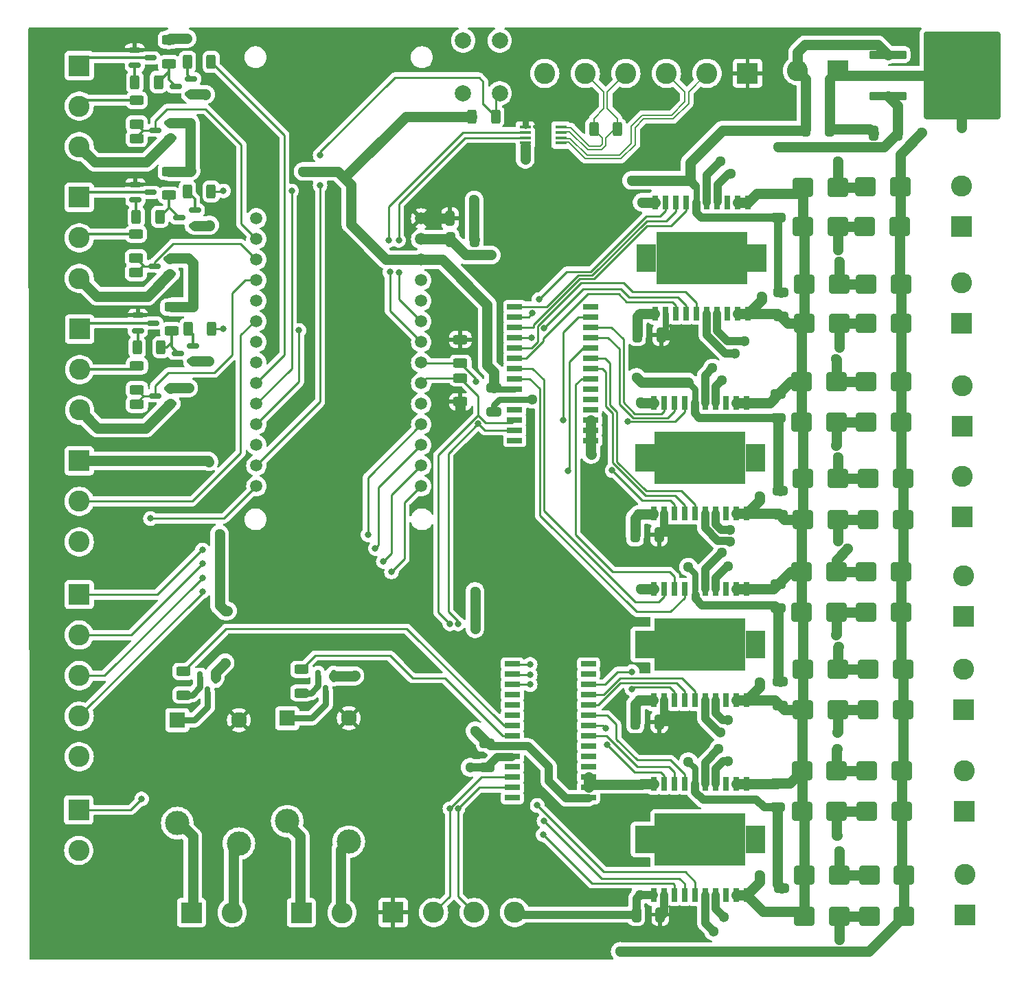
<source format=gbr>
%TF.GenerationSoftware,KiCad,Pcbnew,7.0.11*%
%TF.CreationDate,2024-05-01T23:49:06+02:00*%
%TF.ProjectId,KiCad,4b694361-642e-46b6-9963-61645f706362,rev?*%
%TF.SameCoordinates,Original*%
%TF.FileFunction,Copper,L1,Top*%
%TF.FilePolarity,Positive*%
%FSLAX46Y46*%
G04 Gerber Fmt 4.6, Leading zero omitted, Abs format (unit mm)*
G04 Created by KiCad (PCBNEW 7.0.11) date 2024-05-01 23:49:06*
%MOMM*%
%LPD*%
G01*
G04 APERTURE LIST*
G04 Aperture macros list*
%AMRoundRect*
0 Rectangle with rounded corners*
0 $1 Rounding radius*
0 $2 $3 $4 $5 $6 $7 $8 $9 X,Y pos of 4 corners*
0 Add a 4 corners polygon primitive as box body*
4,1,4,$2,$3,$4,$5,$6,$7,$8,$9,$2,$3,0*
0 Add four circle primitives for the rounded corners*
1,1,$1+$1,$2,$3*
1,1,$1+$1,$4,$5*
1,1,$1+$1,$6,$7*
1,1,$1+$1,$8,$9*
0 Add four rect primitives between the rounded corners*
20,1,$1+$1,$2,$3,$4,$5,0*
20,1,$1+$1,$4,$5,$6,$7,0*
20,1,$1+$1,$6,$7,$8,$9,0*
20,1,$1+$1,$8,$9,$2,$3,0*%
G04 Aperture macros list end*
%TA.AperFunction,SMDPad,CuDef*%
%ADD10RoundRect,0.250000X1.000000X0.900000X-1.000000X0.900000X-1.000000X-0.900000X1.000000X-0.900000X0*%
%TD*%
%TA.AperFunction,ComponentPad*%
%ADD11R,2.600000X2.600000*%
%TD*%
%TA.AperFunction,ComponentPad*%
%ADD12C,2.600000*%
%TD*%
%TA.AperFunction,ComponentPad*%
%ADD13C,1.508000*%
%TD*%
%TA.AperFunction,SMDPad,CuDef*%
%ADD14R,0.700000X1.700000*%
%TD*%
%TA.AperFunction,ComponentPad*%
%ADD15C,1.000000*%
%TD*%
%TA.AperFunction,SMDPad,CuDef*%
%ADD16R,2.415000X3.400000*%
%TD*%
%TA.AperFunction,SMDPad,CuDef*%
%ADD17R,11.270000X6.400000*%
%TD*%
%TA.AperFunction,SMDPad,CuDef*%
%ADD18RoundRect,0.250000X0.325000X0.650000X-0.325000X0.650000X-0.325000X-0.650000X0.325000X-0.650000X0*%
%TD*%
%TA.AperFunction,SMDPad,CuDef*%
%ADD19RoundRect,0.250000X-0.325000X-0.650000X0.325000X-0.650000X0.325000X0.650000X-0.325000X0.650000X0*%
%TD*%
%TA.AperFunction,SMDPad,CuDef*%
%ADD20RoundRect,0.250000X-0.625000X0.312500X-0.625000X-0.312500X0.625000X-0.312500X0.625000X0.312500X0*%
%TD*%
%TA.AperFunction,SMDPad,CuDef*%
%ADD21RoundRect,0.250000X0.650000X-0.325000X0.650000X0.325000X-0.650000X0.325000X-0.650000X-0.325000X0*%
%TD*%
%TA.AperFunction,SMDPad,CuDef*%
%ADD22RoundRect,0.150000X-0.587500X-0.150000X0.587500X-0.150000X0.587500X0.150000X-0.587500X0.150000X0*%
%TD*%
%TA.AperFunction,SMDPad,CuDef*%
%ADD23RoundRect,0.150000X0.587500X0.150000X-0.587500X0.150000X-0.587500X-0.150000X0.587500X-0.150000X0*%
%TD*%
%TA.AperFunction,SMDPad,CuDef*%
%ADD24RoundRect,0.250000X0.625000X-0.312500X0.625000X0.312500X-0.625000X0.312500X-0.625000X-0.312500X0*%
%TD*%
%TA.AperFunction,SMDPad,CuDef*%
%ADD25RoundRect,0.250000X0.312500X0.625000X-0.312500X0.625000X-0.312500X-0.625000X0.312500X-0.625000X0*%
%TD*%
%TA.AperFunction,SMDPad,CuDef*%
%ADD26RoundRect,0.250000X-0.650000X0.325000X-0.650000X-0.325000X0.650000X-0.325000X0.650000X0.325000X0*%
%TD*%
%TA.AperFunction,SMDPad,CuDef*%
%ADD27RoundRect,0.250000X-0.312500X-0.625000X0.312500X-0.625000X0.312500X0.625000X-0.312500X0.625000X0*%
%TD*%
%TA.AperFunction,SMDPad,CuDef*%
%ADD28R,1.400000X0.450000*%
%TD*%
%TA.AperFunction,ComponentPad*%
%ADD29R,1.950000X1.950000*%
%TD*%
%TA.AperFunction,ComponentPad*%
%ADD30C,1.950000*%
%TD*%
%TA.AperFunction,ComponentPad*%
%ADD31C,3.000000*%
%TD*%
%TA.AperFunction,SMDPad,CuDef*%
%ADD32R,1.850000X0.650000*%
%TD*%
%TA.AperFunction,SMDPad,CuDef*%
%ADD33RoundRect,0.150000X-0.150000X0.587500X-0.150000X-0.587500X0.150000X-0.587500X0.150000X0.587500X0*%
%TD*%
%TA.AperFunction,SMDPad,CuDef*%
%ADD34RoundRect,0.250000X-2.050000X-0.300000X2.050000X-0.300000X2.050000X0.300000X-2.050000X0.300000X0*%
%TD*%
%TA.AperFunction,SMDPad,CuDef*%
%ADD35RoundRect,0.250000X-2.025000X-2.375000X2.025000X-2.375000X2.025000X2.375000X-2.025000X2.375000X0*%
%TD*%
%TA.AperFunction,SMDPad,CuDef*%
%ADD36RoundRect,0.250002X-4.449998X-5.149998X4.449998X-5.149998X4.449998X5.149998X-4.449998X5.149998X0*%
%TD*%
%TA.AperFunction,ComponentPad*%
%ADD37C,2.000000*%
%TD*%
%TA.AperFunction,ViaPad*%
%ADD38C,1.300000*%
%TD*%
%TA.AperFunction,ViaPad*%
%ADD39C,0.800000*%
%TD*%
%TA.AperFunction,Conductor*%
%ADD40C,1.300000*%
%TD*%
%TA.AperFunction,Conductor*%
%ADD41C,0.800000*%
%TD*%
%TA.AperFunction,Conductor*%
%ADD42C,1.000000*%
%TD*%
%TA.AperFunction,Conductor*%
%ADD43C,0.200000*%
%TD*%
%TA.AperFunction,Conductor*%
%ADD44C,0.250000*%
%TD*%
%TA.AperFunction,Conductor*%
%ADD45C,0.300000*%
%TD*%
G04 APERTURE END LIST*
D10*
%TO.P,D28,1,K*%
%TO.N,/out_pump_42*%
X166050000Y-78900000D03*
%TO.P,D28,2,A*%
%TO.N,Earth*%
X161750000Y-78900000D03*
%TD*%
D11*
%TO.P,J18,1,Pin_1*%
%TO.N,/out_pump_11*%
X181245000Y-47798000D03*
D12*
%TO.P,J18,2,Pin_2*%
%TO.N,/out_pump_12*%
X181245000Y-42798000D03*
%TD*%
D10*
%TO.P,D16,1,K*%
%TO.N,/out_win_22*%
X165897500Y-114965200D03*
%TO.P,D16,2,A*%
%TO.N,Earth*%
X161597500Y-114965200D03*
%TD*%
D11*
%TO.P,J11,1,Pin_1*%
%TO.N,/out_pump_41*%
X181355000Y-83600000D03*
D12*
%TO.P,J11,2,Pin_2*%
%TO.N,/out_pump_42*%
X181355000Y-78600000D03*
%TD*%
D13*
%TO.P,U2,J3_1,PA03/AREF/AIN(1)*%
%TO.N,unconnected-(U2-PA03{slash}AREF{slash}AIN(1)-PadJ3_1)*%
X94340000Y-46784800D03*
%TO.P,U2,J3_2,PA02/D15/DAC0/AIN(0)/A0*%
%TO.N,/S_HUM_1_IN*%
X94340000Y-49324800D03*
%TO.P,U2,J3_3,PB02/D16/AIN(10)/A1*%
%TO.N,/S_HUM_2_IN*%
X94340000Y-51864800D03*
%TO.P,U2,J3_4,PB03/D17/AIN(11)/A2*%
%TO.N,/S_HUM_3_IN*%
X94340000Y-54404800D03*
%TO.P,U2,J3_5,PA04/D18(PWM)/AIN(4)/A3*%
%TO.N,unconnected-(U2-PA04{slash}D18(PWM){slash}AIN(4){slash}A3-PadJ3_5)*%
X94340000Y-56944800D03*
%TO.P,U2,J3_6,PA05/D19(PWM)/AIN(5)/A4*%
%TO.N,/S_ANEM_IN*%
X94340000Y-59484800D03*
%TO.P,U2,J3_7,PA06/D20/AIN(6)/A5*%
%TO.N,unconnected-(U2-PA06{slash}D20{slash}AIN(6){slash}A5-PadJ3_7)*%
X94340000Y-62024800D03*
%TO.P,U2,J3_8,PA07/D21/AIN(7)/A6*%
%TO.N,unconnected-(U2-PA07{slash}D21{slash}AIN(7){slash}A6-PadJ3_8)*%
X94340000Y-64564800D03*
%TO.P,U2,J3_9,PA22/D0(PWM)*%
%TO.N,/S_HUM_1_EN*%
X94340000Y-67104800D03*
%TO.P,U2,J3_10,PA23/D1(PWM)*%
%TO.N,/S_HUM_2_EN*%
X94340000Y-69644800D03*
%TO.P,U2,J3_11,PA10/D2(PWM)*%
%TO.N,/S_HUM_3_EN*%
X94340000Y-72184800D03*
%TO.P,U2,J3_12,PA11/D3(PWM)*%
%TO.N,unconnected-(U2-PA11{slash}D3(PWM)-PadJ3_12)*%
X94340000Y-74724800D03*
%TO.P,U2,J3_13,PB10/D4(PWM)*%
%TO.N,/PULSE_IN*%
X94340000Y-77264800D03*
%TO.P,U2,J3_14,PB11/D5(PWM)*%
%TO.N,/HEAT_EN*%
X94340000Y-79804800D03*
%TO.P,U2,J5_1,PA20/D6(PWM)*%
%TO.N,/FOCO_1_EN*%
X114660000Y-79804800D03*
%TO.P,U2,J5_2,PA21/D7(PWM)*%
%TO.N,/FOCO_2_EN*%
X114660000Y-77264800D03*
%TO.P,U2,J5_3,PA16/D8(PWM)/COPI(SC1)*%
%TO.N,/FOCO_3_EN*%
X114660000Y-74724800D03*
%TO.P,U2,J5_4,PA17/D9/SCK(SC1)*%
%TO.N,/FOCO_4_EN*%
X114660000Y-72184800D03*
%TO.P,U2,J5_5,PA19/D10(PWM)/CIPO(SC1)*%
%TO.N,unconnected-(U2-PA19{slash}D10(PWM){slash}CIPO(SC1)-PadJ5_5)*%
X114660000Y-69644800D03*
%TO.P,U2,J5_6,PA08/D11/SDA(SC2)*%
%TO.N,/SDA*%
X114660000Y-67104800D03*
%TO.P,U2,J5_7,PA09/D12(PWM)/SCL(SC2)*%
%TO.N,/SCL*%
X114660000Y-64564800D03*
%TO.P,U2,J5_8,PB23/D13/RX(SC5)*%
%TO.N,/RX*%
X114660000Y-62024800D03*
%TO.P,U2,J5_9,PB22/D14/TX(SC5)*%
%TO.N,/TX*%
X114660000Y-59484800D03*
%TO.P,U2,J5_10,RESET*%
%TO.N,unconnected-(U2-RESET-PadJ5_10)*%
X114660000Y-56944800D03*
%TO.P,U2,J5_11,GND*%
%TO.N,Earth*%
X114660000Y-54404800D03*
%TO.P,U2,J5_12,+3V3*%
%TO.N,+3.3V*%
X114660000Y-51864800D03*
%TO.P,U2,J5_13,VIN*%
%TO.N,/Vin*%
X114660000Y-49324800D03*
%TO.P,U2,J5_14,+5V*%
%TO.N,+5V*%
X114660000Y-46784800D03*
%TD*%
D14*
%TO.P,U4,1,GND*%
%TO.N,Earth*%
X154765000Y-69510000D03*
%TO.P,U4,2,SENSE_A*%
X153495000Y-69510000D03*
%TO.P,U4,3,NC*%
%TO.N,unconnected-(U4-NC-Pad3)*%
X152225000Y-69510000D03*
%TO.P,U4,4,OUT1*%
%TO.N,/out_pump_31*%
X150955000Y-69510000D03*
%TO.P,U4,5,OUT2*%
%TO.N,/out_pump_32*%
X149685000Y-69510000D03*
%TO.P,U4,6,Vs*%
%TO.N,+12V*%
X148415000Y-69510000D03*
%TO.P,U4,7,IN1*%
%TO.N,/P3_IN2*%
X147145000Y-69510000D03*
%TO.P,U4,8,EnA*%
%TO.N,/P3_EN*%
X145875000Y-69510000D03*
%TO.P,U4,9,IN2*%
%TO.N,/P3_IN1*%
X144605000Y-69510000D03*
%TO.P,U4,10,GND*%
%TO.N,Earth*%
X143335000Y-69510000D03*
%TO.P,U4,11,GND*%
X143335000Y-83210000D03*
%TO.P,U4,12,Vss*%
%TO.N,+5V*%
X144605000Y-83210000D03*
%TO.P,U4,13,IN3*%
%TO.N,/P4_IN2*%
X145875000Y-83210000D03*
%TO.P,U4,14,EnB*%
%TO.N,/P4_EN*%
X147145000Y-83210000D03*
%TO.P,U4,15,IN4*%
%TO.N,/P4_IN1*%
X148415000Y-83210000D03*
%TO.P,U4,16,OUT3*%
%TO.N,/out_pump_41*%
X149685000Y-83210000D03*
%TO.P,U4,17,OUT4*%
%TO.N,/out_pump_42*%
X150955000Y-83210000D03*
%TO.P,U4,18,NC*%
%TO.N,unconnected-(U4-NC-Pad18)*%
X152225000Y-83210000D03*
%TO.P,U4,19,SENSE_B*%
%TO.N,Earth*%
X153495000Y-83210000D03*
%TO.P,U4,20,GND*%
X154765000Y-83210000D03*
D15*
%TO.P,U4,21*%
%TO.N,N/C*%
X151590000Y-73820000D03*
X149050000Y-73820000D03*
X146510000Y-73820000D03*
X154130000Y-75090000D03*
X151590000Y-75090000D03*
X149050000Y-75090000D03*
X146510000Y-75090000D03*
X143970000Y-75090000D03*
D16*
X155892500Y-76360000D03*
D15*
X154130000Y-76360000D03*
X151590000Y-76360000D03*
X149050000Y-76360000D03*
D17*
X149050000Y-76360000D03*
D15*
X146510000Y-76360000D03*
X143970000Y-76360000D03*
D16*
X142207500Y-76360000D03*
D15*
X154130000Y-77630000D03*
X151590000Y-77630000D03*
X149050000Y-77630000D03*
X146510000Y-77630000D03*
X143970000Y-77630000D03*
X151590000Y-78900000D03*
X149050000Y-78900000D03*
X146510000Y-78900000D03*
%TD*%
D18*
%TO.P,C6,1*%
%TO.N,+5V*%
X144025000Y-108900000D03*
%TO.P,C6,2*%
%TO.N,Earth*%
X141075000Y-108900000D03*
%TD*%
D19*
%TO.P,C14,1*%
%TO.N,+12V*%
X162094000Y-35729000D03*
%TO.P,C14,2*%
%TO.N,Earth*%
X165044000Y-35729000D03*
%TD*%
D14*
%TO.P,U1,1,GND*%
%TO.N,Earth*%
X154772500Y-116550000D03*
%TO.P,U1,2,SENSE_A*%
X153502500Y-116550000D03*
%TO.P,U1,3,NC*%
%TO.N,unconnected-(U1-NC-Pad3)*%
X152232500Y-116550000D03*
%TO.P,U1,4,OUT1*%
%TO.N,/out_win_21*%
X150962500Y-116550000D03*
%TO.P,U1,5,OUT2*%
%TO.N,/out_win_22*%
X149692500Y-116550000D03*
%TO.P,U1,6,Vs*%
%TO.N,+12V*%
X148422500Y-116550000D03*
%TO.P,U1,7,IN1*%
%TO.N,/W2_IN2*%
X147152500Y-116550000D03*
%TO.P,U1,8,EnA*%
%TO.N,/W2_EN*%
X145882500Y-116550000D03*
%TO.P,U1,9,IN2*%
%TO.N,/W2_IN1*%
X144612500Y-116550000D03*
%TO.P,U1,10,GND*%
%TO.N,Earth*%
X143342500Y-116550000D03*
%TO.P,U1,11,GND*%
X143342500Y-130250000D03*
%TO.P,U1,12,Vss*%
%TO.N,+5V*%
X144612500Y-130250000D03*
%TO.P,U1,13,IN3*%
%TO.N,/R1_IN2*%
X145882500Y-130250000D03*
%TO.P,U1,14,EnB*%
%TO.N,/R1_EN*%
X147152500Y-130250000D03*
%TO.P,U1,15,IN4*%
%TO.N,/R1_IN1*%
X148422500Y-130250000D03*
%TO.P,U1,16,OUT3*%
%TO.N,/out_res_11*%
X149692500Y-130250000D03*
%TO.P,U1,17,OUT4*%
%TO.N,/out_res_12*%
X150962500Y-130250000D03*
%TO.P,U1,18,NC*%
%TO.N,unconnected-(U1-NC-Pad18)*%
X152232500Y-130250000D03*
%TO.P,U1,19,SENSE_B*%
%TO.N,Earth*%
X153502500Y-130250000D03*
%TO.P,U1,20,GND*%
X154772500Y-130250000D03*
D15*
%TO.P,U1,21*%
%TO.N,N/C*%
X151597500Y-120860000D03*
X149057500Y-120860000D03*
X146517500Y-120860000D03*
X154137500Y-122130000D03*
X151597500Y-122130000D03*
X149057500Y-122130000D03*
X146517500Y-122130000D03*
X143977500Y-122130000D03*
D16*
X155900000Y-123400000D03*
D15*
X154137500Y-123400000D03*
X151597500Y-123400000D03*
X149057500Y-123400000D03*
D17*
X149057500Y-123400000D03*
D15*
X146517500Y-123400000D03*
X143977500Y-123400000D03*
D16*
X142215000Y-123400000D03*
D15*
X154137500Y-124670000D03*
X151597500Y-124670000D03*
X149057500Y-124670000D03*
X146517500Y-124670000D03*
X143977500Y-124670000D03*
X151597500Y-125940000D03*
X149057500Y-125940000D03*
X146517500Y-125940000D03*
%TD*%
D11*
%TO.P,J2,1,Pin_1*%
%TO.N,Net-(J2-Pin_1)*%
X72507500Y-44184800D03*
D12*
%TO.P,J2,2,Pin_2*%
%TO.N,Net-(J2-Pin_2)*%
X72507500Y-49184800D03*
%TO.P,J2,3,Pin_3*%
%TO.N,Earth*%
X72507500Y-54184800D03*
%TD*%
D20*
%TO.P,R3,1*%
%TO.N,Net-(J2-Pin_2)*%
X79500000Y-48722300D03*
%TO.P,R3,2*%
%TO.N,/S_HUM_2_IN*%
X79500000Y-51647300D03*
%TD*%
D10*
%TO.P,D29,1,K*%
%TO.N,+12V*%
X174050000Y-83900000D03*
%TO.P,D29,2,A*%
%TO.N,/out_pump_41*%
X169750000Y-83900000D03*
%TD*%
D21*
%TO.P,C5,1*%
%TO.N,+12V*%
X158700000Y-94875000D03*
%TO.P,C5,2*%
%TO.N,Earth*%
X158700000Y-91925000D03*
%TD*%
D22*
%TO.P,Q3,1,E*%
%TO.N,+5V*%
X79742500Y-58734800D03*
%TO.P,Q3,2,B*%
%TO.N,Net-(Q3-B)*%
X79742500Y-60634800D03*
%TO.P,Q3,3,C*%
%TO.N,Net-(J3-Pin_1)*%
X81617500Y-59684800D03*
%TD*%
D23*
%TO.P,Q8,1,E*%
%TO.N,Earth*%
X86555000Y-64384800D03*
%TO.P,Q8,2,B*%
%TO.N,Net-(Q8-B)*%
X86555000Y-62484800D03*
%TO.P,Q8,3,C*%
%TO.N,Net-(Q8-C)*%
X84680000Y-63434800D03*
%TD*%
D24*
%TO.P,R26,1*%
%TO.N,+5V*%
X119500000Y-69397300D03*
%TO.P,R26,2*%
%TO.N,/SDA*%
X119500000Y-66472300D03*
%TD*%
D10*
%TO.P,D20,1,K*%
%TO.N,/out_win_12*%
X166050000Y-102400000D03*
%TO.P,D20,2,A*%
%TO.N,Earth*%
X161750000Y-102400000D03*
%TD*%
%TO.P,D40,1,K*%
%TO.N,/out_pump_12*%
X166048000Y-42948000D03*
%TO.P,D40,2,A*%
%TO.N,Earth*%
X161748000Y-42948000D03*
%TD*%
D18*
%TO.P,C13,1*%
%TO.N,/Vin*%
X173426000Y-36237000D03*
%TO.P,C13,2*%
%TO.N,Earth*%
X170476000Y-36237000D03*
%TD*%
D10*
%TO.P,D33,1,K*%
%TO.N,+12V*%
X173850000Y-71900000D03*
%TO.P,D33,2,A*%
%TO.N,/out_pump_31*%
X169550000Y-71900000D03*
%TD*%
D25*
%TO.P,R13,1*%
%TO.N,Net-(Q8-C)*%
X82580000Y-62684800D03*
%TO.P,R13,2*%
%TO.N,Net-(Q3-B)*%
X79655000Y-62684800D03*
%TD*%
D14*
%TO.P,U3,1,GND*%
%TO.N,Earth*%
X154765000Y-92510000D03*
%TO.P,U3,2,SENSE_A*%
X153495000Y-92510000D03*
%TO.P,U3,3,NC*%
%TO.N,unconnected-(U3-NC-Pad3)*%
X152225000Y-92510000D03*
%TO.P,U3,4,OUT1*%
%TO.N,/out_pump_51*%
X150955000Y-92510000D03*
%TO.P,U3,5,OUT2*%
%TO.N,/out_pump_52*%
X149685000Y-92510000D03*
%TO.P,U3,6,Vs*%
%TO.N,+12V*%
X148415000Y-92510000D03*
%TO.P,U3,7,IN1*%
%TO.N,/P5_IN2*%
X147145000Y-92510000D03*
%TO.P,U3,8,EnA*%
%TO.N,/P5_EN*%
X145875000Y-92510000D03*
%TO.P,U3,9,IN2*%
%TO.N,/P5_IN1*%
X144605000Y-92510000D03*
%TO.P,U3,10,GND*%
%TO.N,Earth*%
X143335000Y-92510000D03*
%TO.P,U3,11,GND*%
X143335000Y-106210000D03*
%TO.P,U3,12,Vss*%
%TO.N,+5V*%
X144605000Y-106210000D03*
%TO.P,U3,13,IN3*%
%TO.N,/W1_IN2*%
X145875000Y-106210000D03*
%TO.P,U3,14,EnB*%
%TO.N,/W1_EN*%
X147145000Y-106210000D03*
%TO.P,U3,15,IN4*%
%TO.N,/W1_IN1*%
X148415000Y-106210000D03*
%TO.P,U3,16,OUT3*%
%TO.N,/out_win_11*%
X149685000Y-106210000D03*
%TO.P,U3,17,OUT4*%
%TO.N,/out_win_12*%
X150955000Y-106210000D03*
%TO.P,U3,18,NC*%
%TO.N,unconnected-(U3-NC-Pad18)*%
X152225000Y-106210000D03*
%TO.P,U3,19,SENSE_B*%
%TO.N,Earth*%
X153495000Y-106210000D03*
%TO.P,U3,20,GND*%
X154765000Y-106210000D03*
D15*
%TO.P,U3,21*%
%TO.N,N/C*%
X151590000Y-96820000D03*
X149050000Y-96820000D03*
X146510000Y-96820000D03*
X154130000Y-98090000D03*
X151590000Y-98090000D03*
X149050000Y-98090000D03*
X146510000Y-98090000D03*
X143970000Y-98090000D03*
D16*
X155892500Y-99360000D03*
D15*
X154130000Y-99360000D03*
X151590000Y-99360000D03*
X149050000Y-99360000D03*
D17*
X149050000Y-99360000D03*
D15*
X146510000Y-99360000D03*
X143970000Y-99360000D03*
D16*
X142207500Y-99360000D03*
D15*
X154130000Y-100630000D03*
X151590000Y-100630000D03*
X149050000Y-100630000D03*
X146510000Y-100630000D03*
X143970000Y-100630000D03*
X151590000Y-101900000D03*
X149050000Y-101900000D03*
X146510000Y-101900000D03*
%TD*%
D19*
%TO.P,C18,1*%
%TO.N,+5V*%
X118225000Y-46800000D03*
%TO.P,C18,2*%
%TO.N,Earth*%
X121175000Y-46800000D03*
%TD*%
D26*
%TO.P,C1,1*%
%TO.N,+12V*%
X159055000Y-129365200D03*
%TO.P,C1,2*%
%TO.N,Earth*%
X159055000Y-132315200D03*
%TD*%
D23*
%TO.P,Q7,1,E*%
%TO.N,Earth*%
X86750000Y-47672300D03*
%TO.P,Q7,2,B*%
%TO.N,Net-(Q7-B)*%
X86750000Y-45772300D03*
%TO.P,Q7,3,C*%
%TO.N,Net-(Q7-C)*%
X84875000Y-46722300D03*
%TD*%
D10*
%TO.P,D14,1,K*%
%TO.N,/out_res_11*%
X166205000Y-132840200D03*
%TO.P,D14,2,A*%
%TO.N,Earth*%
X161905000Y-132840200D03*
%TD*%
D22*
%TO.P,Q2,1,E*%
%TO.N,+5V*%
X79437500Y-42622300D03*
%TO.P,Q2,2,B*%
%TO.N,Net-(Q2-B)*%
X79437500Y-44522300D03*
%TO.P,Q2,3,C*%
%TO.N,Net-(J2-Pin_1)*%
X81312500Y-43572300D03*
%TD*%
D26*
%TO.P,C4,1*%
%TO.N,+12V*%
X158900000Y-103925000D03*
%TO.P,C4,2*%
%TO.N,Earth*%
X158900000Y-106875000D03*
%TD*%
D23*
%TO.P,D1,1,A*%
%TO.N,Earth*%
X83687500Y-53634800D03*
%TO.P,D1,2,K*%
%TO.N,+3.3V*%
X83687500Y-51734800D03*
%TO.P,D1,3,COM*%
%TO.N,/S_HUM_2_IN*%
X81812500Y-52684800D03*
%TD*%
D11*
%TO.P,J10,1,Pin_1*%
%TO.N,/FOCO_4_EN*%
X72500000Y-93184800D03*
D12*
%TO.P,J10,2,Pin_2*%
%TO.N,/FOCO_3_EN*%
X72500000Y-98184800D03*
%TO.P,J10,3,Pin_3*%
%TO.N,/FOCO_2_EN*%
X72500000Y-103184800D03*
%TO.P,J10,4,Pin_4*%
%TO.N,/FOCO_1_EN*%
X72500000Y-108184800D03*
%TO.P,J10,5,Pin_5*%
%TO.N,Earth*%
X72500000Y-113184800D03*
%TD*%
D27*
%TO.P,R28,1*%
%TO.N,+3.3V*%
X120925000Y-34200000D03*
%TO.P,R28,2*%
%TO.N,/PULSE_IN*%
X123850000Y-34200000D03*
%TD*%
D18*
%TO.P,C9,1*%
%TO.N,+5V*%
X143985000Y-85820000D03*
%TO.P,C9,2*%
%TO.N,Earth*%
X141035000Y-85820000D03*
%TD*%
D20*
%TO.P,R6,1*%
%TO.N,/S_HUM_3_IN*%
X79617500Y-69722300D03*
%TO.P,R6,2*%
%TO.N,Earth*%
X79617500Y-72647300D03*
%TD*%
D10*
%TO.P,D34,1,K*%
%TO.N,/out_pump_31*%
X165850000Y-71900000D03*
%TO.P,D34,2,A*%
%TO.N,Earth*%
X161550000Y-71900000D03*
%TD*%
D20*
%TO.P,R1,1*%
%TO.N,Net-(J1-Pin_2)*%
X79592500Y-32222300D03*
%TO.P,R1,2*%
%TO.N,/S_HUM_1_IN*%
X79592500Y-35147300D03*
%TD*%
D10*
%TO.P,D15,1,K*%
%TO.N,+12V*%
X173897500Y-114965200D03*
%TO.P,D15,2,A*%
%TO.N,/out_win_22*%
X169597500Y-114965200D03*
%TD*%
%TO.P,D13,1,K*%
%TO.N,+12V*%
X174205000Y-132840200D03*
%TO.P,D13,2,A*%
%TO.N,/out_res_11*%
X169905000Y-132840200D03*
%TD*%
D11*
%TO.P,J14,1,Pin_1*%
%TO.N,/out_pump_31*%
X181355000Y-72400000D03*
D12*
%TO.P,J14,2,Pin_2*%
%TO.N,/out_pump_32*%
X181355000Y-67400000D03*
%TD*%
D11*
%TO.P,J6,1,Pin_1*%
%TO.N,/out_res_11*%
X181705000Y-132715200D03*
D12*
%TO.P,J6,2,Pin_2*%
%TO.N,/out_res_12*%
X181705000Y-127715200D03*
%TD*%
D10*
%TO.P,D26,1,K*%
%TO.N,/out_pump_51*%
X165850000Y-95400000D03*
%TO.P,D26,2,A*%
%TO.N,Earth*%
X161550000Y-95400000D03*
%TD*%
D24*
%TO.P,R17,1*%
%TO.N,Net-(Q7-C)*%
X83562500Y-43934800D03*
%TO.P,R17,2*%
%TO.N,+3.3V*%
X83562500Y-41009800D03*
%TD*%
D11*
%TO.P,J19,1,Pin_1*%
%TO.N,Earth*%
X166069000Y-28566000D03*
D12*
%TO.P,J19,2,Pin_2*%
%TO.N,+12V*%
X161069000Y-28566000D03*
%TD*%
D11*
%TO.P,J17,1,Pin_1*%
%TO.N,/out_pump_21*%
X181245000Y-59736000D03*
D12*
%TO.P,J17,2,Pin_2*%
%TO.N,/out_pump_22*%
X181245000Y-54736000D03*
%TD*%
D21*
%TO.P,C8,1*%
%TO.N,+12V*%
X158700000Y-71375000D03*
%TO.P,C8,2*%
%TO.N,Earth*%
X158700000Y-68425000D03*
%TD*%
D10*
%TO.P,D32,1,K*%
%TO.N,/out_pump_32*%
X165850000Y-66900000D03*
%TO.P,D32,2,A*%
%TO.N,Earth*%
X161550000Y-66900000D03*
%TD*%
%TO.P,D12,1,K*%
%TO.N,/out_res_12*%
X166205000Y-127840200D03*
%TO.P,D12,2,A*%
%TO.N,Earth*%
X161905000Y-127840200D03*
%TD*%
D26*
%TO.P,C7,1*%
%TO.N,+12V*%
X158900000Y-80425000D03*
%TO.P,C7,2*%
%TO.N,Earth*%
X158900000Y-83375000D03*
%TD*%
D28*
%TO.P,IC3,1,VCC*%
%TO.N,+5V*%
X127500000Y-35525000D03*
%TO.P,IC3,2,RO*%
%TO.N,/RX*%
X127500000Y-36175000D03*
%TO.P,IC3,3,DI*%
%TO.N,/TX*%
X127500000Y-36825000D03*
%TO.P,IC3,4,GND*%
%TO.N,Earth*%
X127500000Y-37475000D03*
%TO.P,IC3,5,DO_1*%
%TO.N,/D0+*%
X131900000Y-37475000D03*
%TO.P,IC3,6,DO_2*%
%TO.N,/D0-*%
X131900000Y-36825000D03*
%TO.P,IC3,7,RI_1*%
%TO.N,/RI+*%
X131900000Y-36175000D03*
%TO.P,IC3,8,RI_2*%
%TO.N,/RI-*%
X131900000Y-35525000D03*
%TD*%
D21*
%TO.P,C11,1*%
%TO.N,+12V*%
X158700000Y-46709000D03*
%TO.P,C11,2*%
%TO.N,Earth*%
X158700000Y-43759000D03*
%TD*%
D10*
%TO.P,D17,1,K*%
%TO.N,+12V*%
X173897500Y-119965200D03*
%TO.P,D17,2,A*%
%TO.N,/out_win_21*%
X169597500Y-119965200D03*
%TD*%
D11*
%TO.P,J13,1,Pin_1*%
%TO.N,+5V*%
X111200000Y-132400000D03*
D12*
%TO.P,J13,2,Pin_2*%
%TO.N,/SDA*%
X116200000Y-132400000D03*
%TO.P,J13,3,Pin_3*%
%TO.N,/SCL*%
X121200000Y-132400000D03*
%TO.P,J13,4,Pin_4*%
%TO.N,Earth*%
X126200000Y-132400000D03*
%TD*%
D29*
%TO.P,K2,1,COIL_1*%
%TO.N,Net-(K2-COIL_1)*%
X98149125Y-108433750D03*
D30*
%TO.P,K2,2,COIL_2*%
%TO.N,+5V*%
X105749125Y-108433750D03*
D31*
%TO.P,K2,3,COM*%
%TO.N,/COM_2*%
X98149125Y-121133750D03*
%TO.P,K2,4,NO*%
%TO.N,/NO_2*%
X105749125Y-123673750D03*
%TD*%
D23*
%TO.P,D2,1,A*%
%TO.N,Earth*%
X83742500Y-69634800D03*
%TO.P,D2,2,K*%
%TO.N,+3.3V*%
X83742500Y-67734800D03*
%TO.P,D2,3,COM*%
%TO.N,/S_HUM_3_IN*%
X81867500Y-68684800D03*
%TD*%
D18*
%TO.P,C15,1*%
%TO.N,Earth*%
X121236000Y-49403000D03*
%TO.P,C15,2*%
%TO.N,/Vin*%
X118286000Y-49403000D03*
%TD*%
D10*
%TO.P,D41,1,K*%
%TO.N,+12V*%
X173668000Y-47774000D03*
%TO.P,D41,2,A*%
%TO.N,/out_pump_11*%
X169368000Y-47774000D03*
%TD*%
D21*
%TO.P,C2,1*%
%TO.N,+12V*%
X158597500Y-119440200D03*
%TO.P,C2,2*%
%TO.N,Earth*%
X158597500Y-116490200D03*
%TD*%
D10*
%TO.P,D30,1,K*%
%TO.N,/out_pump_41*%
X166050000Y-83900000D03*
%TO.P,D30,2,A*%
%TO.N,Earth*%
X161750000Y-83900000D03*
%TD*%
D11*
%TO.P,J7,1,Pin_1*%
%TO.N,/out_win_21*%
X181597500Y-119965200D03*
D12*
%TO.P,J7,2,Pin_2*%
%TO.N,/out_win_22*%
X181597500Y-114965200D03*
%TD*%
D32*
%TO.P,IC2,1,GPB0*%
%TO.N,/R1_EN*%
X125925000Y-101745000D03*
%TO.P,IC2,2,GPB1*%
%TO.N,/R1_IN1*%
X125925000Y-103015000D03*
%TO.P,IC2,3,GPB2*%
%TO.N,/R1_IN2*%
X125925000Y-104285000D03*
%TO.P,IC2,4,GPB3*%
%TO.N,unconnected-(IC2-GPB3-Pad4)*%
X125925000Y-105555000D03*
%TO.P,IC2,5,GPB4*%
%TO.N,unconnected-(IC2-GPB4-Pad5)*%
X125925000Y-106825000D03*
%TO.P,IC2,6,GPB5*%
%TO.N,unconnected-(IC2-GPB5-Pad6)*%
X125925000Y-108095000D03*
%TO.P,IC2,7,GPB6*%
%TO.N,/RELAY_1_EN*%
X125925000Y-109365000D03*
%TO.P,IC2,8,GPB7*%
%TO.N,/RELAY_2_EN*%
X125925000Y-110635000D03*
%TO.P,IC2,9,VDD*%
%TO.N,+3.3V*%
X125925000Y-111905000D03*
%TO.P,IC2,10,VSS*%
%TO.N,Earth*%
X125925000Y-113175000D03*
%TO.P,IC2,11,NC_1*%
%TO.N,unconnected-(IC2-NC_1-Pad11)*%
X125925000Y-114445000D03*
%TO.P,IC2,12,SCL*%
%TO.N,/SDA*%
X125925000Y-115715000D03*
%TO.P,IC2,13,SDA*%
%TO.N,/SCL*%
X125925000Y-116985000D03*
%TO.P,IC2,14,NC_2*%
%TO.N,unconnected-(IC2-NC_2-Pad14)*%
X125925000Y-118255000D03*
%TO.P,IC2,15,A0*%
%TO.N,+3.3V*%
X135275000Y-118255000D03*
%TO.P,IC2,16,A1*%
%TO.N,Earth*%
X135275000Y-116985000D03*
%TO.P,IC2,17,A2*%
X135275000Y-115715000D03*
%TO.P,IC2,18,~{RESET}*%
%TO.N,unconnected-(IC2-~{RESET}-Pad18)*%
X135275000Y-114445000D03*
%TO.P,IC2,19,INTB*%
%TO.N,unconnected-(IC2-INTB-Pad19)*%
X135275000Y-113175000D03*
%TO.P,IC2,20,INTA*%
%TO.N,unconnected-(IC2-INTA-Pad20)*%
X135275000Y-111905000D03*
%TO.P,IC2,21,GPA0*%
%TO.N,/W2_EN*%
X135275000Y-110635000D03*
%TO.P,IC2,22,GPA1*%
%TO.N,/W2_IN1*%
X135275000Y-109365000D03*
%TO.P,IC2,23,GPA2*%
%TO.N,/W2_IN2*%
X135275000Y-108095000D03*
%TO.P,IC2,24,GPA3*%
%TO.N,/W1_EN*%
X135275000Y-106825000D03*
%TO.P,IC2,25,GPA4*%
%TO.N,/W1_IN1*%
X135275000Y-105555000D03*
%TO.P,IC2,26,GPA5*%
%TO.N,/W1_IN2*%
X135275000Y-104285000D03*
%TO.P,IC2,27,GPA6*%
%TO.N,unconnected-(IC2-GPA6-Pad27)*%
X135275000Y-103015000D03*
%TO.P,IC2,28,GPA7*%
%TO.N,unconnected-(IC2-GPA7-Pad28)*%
X135275000Y-101745000D03*
%TD*%
D27*
%TO.P,R22,1*%
%TO.N,Net-(Q7-B)*%
X85850000Y-43472300D03*
%TO.P,R22,2*%
%TO.N,/S_HUM_2_EN*%
X88775000Y-43472300D03*
%TD*%
D32*
%TO.P,IC1,1,GPB0*%
%TO.N,/P1_EN*%
X126200000Y-57670000D03*
%TO.P,IC1,2,GPB1*%
%TO.N,/P1_IN1*%
X126200000Y-58940000D03*
%TO.P,IC1,3,GPB2*%
%TO.N,/P1_IN2*%
X126200000Y-60210000D03*
%TO.P,IC1,4,GPB3*%
%TO.N,/P2_EN*%
X126200000Y-61480000D03*
%TO.P,IC1,5,GPB4*%
%TO.N,/P2_IN1*%
X126200000Y-62750000D03*
%TO.P,IC1,6,GPB5*%
%TO.N,/P2_IN2*%
X126200000Y-64020000D03*
%TO.P,IC1,7,GPB6*%
%TO.N,/P5_IN1*%
X126200000Y-65290000D03*
%TO.P,IC1,8,GPB7*%
%TO.N,/P5_IN2*%
X126200000Y-66560000D03*
%TO.P,IC1,9,VDD*%
%TO.N,+3.3V*%
X126200000Y-67830000D03*
%TO.P,IC1,10,VSS*%
%TO.N,Earth*%
X126200000Y-69100000D03*
%TO.P,IC1,11,NC_1*%
%TO.N,unconnected-(IC1-NC_1-Pad11)*%
X126200000Y-70370000D03*
%TO.P,IC1,12,SCL*%
%TO.N,/SDA*%
X126200000Y-71640000D03*
%TO.P,IC1,13,SDA*%
%TO.N,/SCL*%
X126200000Y-72910000D03*
%TO.P,IC1,14,NC_2*%
%TO.N,unconnected-(IC1-NC_2-Pad14)*%
X126200000Y-74180000D03*
%TO.P,IC1,15,A0*%
%TO.N,Earth*%
X135550000Y-74180000D03*
%TO.P,IC1,16,A1*%
X135550000Y-72910000D03*
%TO.P,IC1,17,A2*%
X135550000Y-71640000D03*
%TO.P,IC1,18,~{RESET}*%
%TO.N,unconnected-(IC1-~{RESET}-Pad18)*%
X135550000Y-70370000D03*
%TO.P,IC1,19,INTB*%
%TO.N,unconnected-(IC1-INTB-Pad19)*%
X135550000Y-69100000D03*
%TO.P,IC1,20,INTA*%
%TO.N,unconnected-(IC1-INTA-Pad20)*%
X135550000Y-67830000D03*
%TO.P,IC1,21,GPA0*%
%TO.N,/P5_EN*%
X135550000Y-66560000D03*
%TO.P,IC1,22,GPA1*%
%TO.N,/P4_EN*%
X135550000Y-65290000D03*
%TO.P,IC1,23,GPA2*%
%TO.N,/P4_IN1*%
X135550000Y-64020000D03*
%TO.P,IC1,24,GPA3*%
%TO.N,/P4_IN2*%
X135550000Y-62750000D03*
%TO.P,IC1,25,GPA4*%
%TO.N,/P3_EN*%
X135550000Y-61480000D03*
%TO.P,IC1,26,GPA5*%
%TO.N,/P3_IN1*%
X135550000Y-60210000D03*
%TO.P,IC1,27,GPA6*%
%TO.N,/P3_IN2*%
X135550000Y-58940000D03*
%TO.P,IC1,28,GPA7*%
%TO.N,unconnected-(IC1-GPA7-Pad28)*%
X135550000Y-57670000D03*
%TD*%
D11*
%TO.P,J15,1,Pin_1*%
%TO.N,/COM_1*%
X86350875Y-132426250D03*
D12*
%TO.P,J15,2,Pin_2*%
%TO.N,/NO_1*%
X91350875Y-132426250D03*
%TD*%
D10*
%TO.P,D27,1,K*%
%TO.N,+12V*%
X174050000Y-78900000D03*
%TO.P,D27,2,A*%
%TO.N,/out_pump_42*%
X169750000Y-78900000D03*
%TD*%
D27*
%TO.P,R21,1*%
%TO.N,Net-(Q6-B)*%
X85850000Y-27472300D03*
%TO.P,R21,2*%
%TO.N,/S_HUM_1_EN*%
X88775000Y-27472300D03*
%TD*%
D11*
%TO.P,J12,1,Pin_1*%
%TO.N,/HEAT_EN*%
X72445000Y-119750000D03*
D12*
%TO.P,J12,2,Pin_2*%
%TO.N,Earth*%
X72445000Y-124750000D03*
%TD*%
D23*
%TO.P,Q6,1,E*%
%TO.N,Earth*%
X86312500Y-31472300D03*
%TO.P,Q6,2,B*%
%TO.N,Net-(Q6-B)*%
X86312500Y-29572300D03*
%TO.P,Q6,3,C*%
%TO.N,Net-(Q6-C)*%
X84437500Y-30522300D03*
%TD*%
D10*
%TO.P,D39,1,K*%
%TO.N,+12V*%
X173737000Y-42900000D03*
%TO.P,D39,2,A*%
%TO.N,/out_pump_12*%
X169437000Y-42900000D03*
%TD*%
%TO.P,D18,1,K*%
%TO.N,/out_win_21*%
X165897500Y-119965200D03*
%TO.P,D18,2,A*%
%TO.N,Earth*%
X161597500Y-119965200D03*
%TD*%
D11*
%TO.P,J9,1,Pin_1*%
%TO.N,/out_pump_51*%
X181552500Y-95900000D03*
D12*
%TO.P,J9,2,Pin_2*%
%TO.N,/out_pump_52*%
X181552500Y-90900000D03*
%TD*%
D11*
%TO.P,J16,1,Pin_1*%
%TO.N,/COM_2*%
X99899125Y-132433750D03*
D12*
%TO.P,J16,2,Pin_2*%
%TO.N,/NO_2*%
X104899125Y-132433750D03*
%TD*%
D29*
%TO.P,K1,1,COIL_1*%
%TO.N,Net-(K1-COIL_1)*%
X84600875Y-108671250D03*
D30*
%TO.P,K1,2,COIL_2*%
%TO.N,+5V*%
X92200875Y-108671250D03*
D31*
%TO.P,K1,3,COM*%
%TO.N,/COM_1*%
X84600875Y-121371250D03*
%TO.P,K1,4,NO*%
%TO.N,/NO_1*%
X92200875Y-123911250D03*
%TD*%
D33*
%TO.P,Q11,1,E*%
%TO.N,Earth*%
X103849125Y-103246250D03*
%TO.P,Q11,2,B*%
%TO.N,Net-(Q11-B)*%
X101949125Y-103246250D03*
%TO.P,Q11,3,C*%
%TO.N,Net-(K2-COIL_1)*%
X102899125Y-105121250D03*
%TD*%
D27*
%TO.P,R23,1*%
%TO.N,Net-(Q8-B)*%
X85905000Y-60434800D03*
%TO.P,R23,2*%
%TO.N,/S_HUM_3_EN*%
X88830000Y-60434800D03*
%TD*%
D11*
%TO.P,J1,1,Pin_1*%
%TO.N,Net-(J1-Pin_1)*%
X72507500Y-27934800D03*
D12*
%TO.P,J1,2,Pin_2*%
%TO.N,Net-(J1-Pin_2)*%
X72507500Y-32934800D03*
%TO.P,J1,3,Pin_3*%
%TO.N,Earth*%
X72507500Y-37934800D03*
%TD*%
D22*
%TO.P,Q1,1,E*%
%TO.N,+5V*%
X79375000Y-26022300D03*
%TO.P,Q1,2,B*%
%TO.N,Net-(Q1-B)*%
X79375000Y-27922300D03*
%TO.P,Q1,3,C*%
%TO.N,Net-(J1-Pin_1)*%
X81250000Y-26972300D03*
%TD*%
D24*
%TO.P,R16,1*%
%TO.N,Net-(Q6-C)*%
X83562500Y-27684800D03*
%TO.P,R16,2*%
%TO.N,+3.3V*%
X83562500Y-24759800D03*
%TD*%
D23*
%TO.P,D7,1,A*%
%TO.N,Earth*%
X83750000Y-36884800D03*
%TO.P,D7,2,K*%
%TO.N,+3.3V*%
X83750000Y-34984800D03*
%TO.P,D7,3,COM*%
%TO.N,/S_HUM_1_IN*%
X81875000Y-35934800D03*
%TD*%
D11*
%TO.P,J21,1,Pin_1*%
%TO.N,+5V*%
X154900000Y-28900000D03*
D12*
%TO.P,J21,2,Pin_2*%
%TO.N,/D0+*%
X149900000Y-28900000D03*
%TO.P,J21,3,Pin_3*%
%TO.N,/D0-*%
X144900000Y-28900000D03*
%TO.P,J21,4,Pin_4*%
%TO.N,/RI+*%
X139900000Y-28900000D03*
%TO.P,J21,5,Pin_5*%
%TO.N,/RI-*%
X134900000Y-28900000D03*
%TO.P,J21,6,Pin_6*%
%TO.N,Earth*%
X129900000Y-28900000D03*
%TD*%
D20*
%TO.P,R5,1*%
%TO.N,Net-(J3-Pin_2)*%
X79617500Y-64972300D03*
%TO.P,R5,2*%
%TO.N,/S_HUM_3_IN*%
X79617500Y-67897300D03*
%TD*%
D27*
%TO.P,R7,1*%
%TO.N,/RI-*%
X135937500Y-35800000D03*
%TO.P,R7,2*%
%TO.N,/RI+*%
X138862500Y-35800000D03*
%TD*%
D34*
%TO.P,U7,1,IN*%
%TO.N,+12V*%
X172175000Y-26585000D03*
D35*
%TO.P,U7,2,GND*%
%TO.N,Earth*%
X178900000Y-26350000D03*
X178900000Y-31900000D03*
D36*
X181325000Y-29125000D03*
D35*
X183750000Y-26350000D03*
X183750000Y-31900000D03*
D34*
%TO.P,U7,3,OUT*%
%TO.N,/Vin*%
X172175000Y-31665000D03*
%TD*%
D18*
%TO.P,C12,1*%
%TO.N,+5V*%
X144240000Y-61130000D03*
%TO.P,C12,2*%
%TO.N,Earth*%
X141290000Y-61130000D03*
%TD*%
D10*
%TO.P,D38,1,K*%
%TO.N,/out_pump_21*%
X166200000Y-59726000D03*
%TO.P,D38,2,A*%
%TO.N,Earth*%
X161900000Y-59726000D03*
%TD*%
D20*
%TO.P,R4,1*%
%TO.N,/S_HUM_2_IN*%
X79500000Y-53472300D03*
%TO.P,R4,2*%
%TO.N,Earth*%
X79500000Y-56397300D03*
%TD*%
D10*
%TO.P,D36,1,K*%
%TO.N,/out_pump_22*%
X166200000Y-54900000D03*
%TO.P,D36,2,A*%
%TO.N,Earth*%
X161900000Y-54900000D03*
%TD*%
%TO.P,D23,1,K*%
%TO.N,+12V*%
X173850000Y-90400000D03*
%TO.P,D23,2,A*%
%TO.N,/out_pump_52*%
X169550000Y-90400000D03*
%TD*%
D14*
%TO.P,U5,1,GND*%
%TO.N,Earth*%
X154955000Y-44820000D03*
%TO.P,U5,2,SENSE_A*%
X153685000Y-44820000D03*
%TO.P,U5,3,NC*%
%TO.N,unconnected-(U5-NC-Pad3)*%
X152415000Y-44820000D03*
%TO.P,U5,4,OUT1*%
%TO.N,/out_pump_11*%
X151145000Y-44820000D03*
%TO.P,U5,5,OUT2*%
%TO.N,/out_pump_12*%
X149875000Y-44820000D03*
%TO.P,U5,6,Vs*%
%TO.N,+12V*%
X148605000Y-44820000D03*
%TO.P,U5,7,IN1*%
%TO.N,/P1_IN2*%
X147335000Y-44820000D03*
%TO.P,U5,8,EnA*%
%TO.N,/P1_EN*%
X146065000Y-44820000D03*
%TO.P,U5,9,IN2*%
%TO.N,/P1_IN1*%
X144795000Y-44820000D03*
%TO.P,U5,10,GND*%
%TO.N,Earth*%
X143525000Y-44820000D03*
%TO.P,U5,11,GND*%
X143525000Y-58520000D03*
%TO.P,U5,12,Vss*%
%TO.N,+5V*%
X144795000Y-58520000D03*
%TO.P,U5,13,IN3*%
%TO.N,/P2_IN2*%
X146065000Y-58520000D03*
%TO.P,U5,14,EnB*%
%TO.N,/P2_EN*%
X147335000Y-58520000D03*
%TO.P,U5,15,IN4*%
%TO.N,/P2_IN1*%
X148605000Y-58520000D03*
%TO.P,U5,16,OUT3*%
%TO.N,/out_pump_21*%
X149875000Y-58520000D03*
%TO.P,U5,17,OUT4*%
%TO.N,/out_pump_22*%
X151145000Y-58520000D03*
%TO.P,U5,18,NC*%
%TO.N,unconnected-(U5-NC-Pad18)*%
X152415000Y-58520000D03*
%TO.P,U5,19,SENSE_B*%
%TO.N,Earth*%
X153685000Y-58520000D03*
%TO.P,U5,20,GND*%
X154955000Y-58520000D03*
D15*
%TO.P,U5,21*%
%TO.N,N/C*%
X151780000Y-49130000D03*
X149240000Y-49130000D03*
X146700000Y-49130000D03*
X154320000Y-50400000D03*
X151780000Y-50400000D03*
X149240000Y-50400000D03*
X146700000Y-50400000D03*
X144160000Y-50400000D03*
D16*
X156082500Y-51670000D03*
D15*
X154320000Y-51670000D03*
X151780000Y-51670000D03*
X149240000Y-51670000D03*
D17*
X149240000Y-51670000D03*
D15*
X146700000Y-51670000D03*
X144160000Y-51670000D03*
D16*
X142397500Y-51670000D03*
D15*
X154320000Y-52940000D03*
X151780000Y-52940000D03*
X149240000Y-52940000D03*
X146700000Y-52940000D03*
X144160000Y-52940000D03*
X151780000Y-54210000D03*
X149240000Y-54210000D03*
X146700000Y-54210000D03*
%TD*%
D24*
%TO.P,R27,1*%
%TO.N,/SCL*%
X119500000Y-64647300D03*
%TO.P,R27,2*%
%TO.N,+5V*%
X119500000Y-61722300D03*
%TD*%
D25*
%TO.P,R12,1*%
%TO.N,Net-(Q7-C)*%
X82462500Y-46600000D03*
%TO.P,R12,2*%
%TO.N,Net-(Q2-B)*%
X79537500Y-46600000D03*
%TD*%
D26*
%TO.P,C10,1*%
%TO.N,+12V*%
X158970000Y-55925000D03*
%TO.P,C10,2*%
%TO.N,Earth*%
X158970000Y-58875000D03*
%TD*%
D37*
%TO.P,SW1,1,1*%
%TO.N,/PULSE_IN*%
X124350000Y-24850000D03*
X124350000Y-31350000D03*
%TO.P,SW1,2,2*%
%TO.N,Earth*%
X119850000Y-24850000D03*
X119850000Y-31350000D03*
%TD*%
D18*
%TO.P,C3,1*%
%TO.N,+5V*%
X144137500Y-132670000D03*
%TO.P,C3,2*%
%TO.N,Earth*%
X141187500Y-132670000D03*
%TD*%
D26*
%TO.P,C16,1*%
%TO.N,+3.3V*%
X123600000Y-67725000D03*
%TO.P,C16,2*%
%TO.N,Earth*%
X123600000Y-70675000D03*
%TD*%
%TO.P,C17,1*%
%TO.N,+3.3V*%
X122800000Y-111525000D03*
%TO.P,C17,2*%
%TO.N,Earth*%
X122800000Y-114475000D03*
%TD*%
D10*
%TO.P,D42,1,K*%
%TO.N,/out_pump_11*%
X166048000Y-47774000D03*
%TO.P,D42,2,A*%
%TO.N,Earth*%
X161748000Y-47774000D03*
%TD*%
%TO.P,D19,1,K*%
%TO.N,+12V*%
X174050000Y-102400000D03*
%TO.P,D19,2,A*%
%TO.N,/out_win_12*%
X169750000Y-102400000D03*
%TD*%
%TO.P,D25,1,K*%
%TO.N,+12V*%
X173850000Y-95400000D03*
%TO.P,D25,2,A*%
%TO.N,/out_pump_51*%
X169550000Y-95400000D03*
%TD*%
D24*
%TO.P,R18,1*%
%TO.N,Net-(Q8-C)*%
X83867500Y-60647300D03*
%TO.P,R18,2*%
%TO.N,+3.3V*%
X83867500Y-57722300D03*
%TD*%
D10*
%TO.P,D35,1,K*%
%TO.N,+12V*%
X173820000Y-54900000D03*
%TO.P,D35,2,A*%
%TO.N,/out_pump_22*%
X169520000Y-54900000D03*
%TD*%
%TO.P,D24,1,K*%
%TO.N,/out_pump_52*%
X165850000Y-90400000D03*
%TO.P,D24,2,A*%
%TO.N,Earth*%
X161550000Y-90400000D03*
%TD*%
%TO.P,D37,1,K*%
%TO.N,+12V*%
X173820000Y-59726000D03*
%TO.P,D37,2,A*%
%TO.N,/out_pump_21*%
X169520000Y-59726000D03*
%TD*%
D24*
%TO.P,R30,1*%
%TO.N,Net-(Q12-B)*%
X85350875Y-105583750D03*
%TO.P,R30,2*%
%TO.N,/RELAY_1_EN*%
X85350875Y-102658750D03*
%TD*%
D11*
%TO.P,J8,1,Pin_1*%
%TO.N,/out_win_11*%
X181552500Y-107400000D03*
D12*
%TO.P,J8,2,Pin_2*%
%TO.N,/out_win_12*%
X181552500Y-102400000D03*
%TD*%
D11*
%TO.P,J3,1,Pin_1*%
%TO.N,Net-(J3-Pin_1)*%
X72562500Y-60434800D03*
D12*
%TO.P,J3,2,Pin_2*%
%TO.N,Net-(J3-Pin_2)*%
X72562500Y-65434800D03*
%TO.P,J3,3,Pin_3*%
%TO.N,Earth*%
X72562500Y-70434800D03*
%TD*%
D10*
%TO.P,D22,1,K*%
%TO.N,/out_win_11*%
X166050000Y-107400000D03*
%TO.P,D22,2,A*%
%TO.N,Earth*%
X161750000Y-107400000D03*
%TD*%
D25*
%TO.P,R11,1*%
%TO.N,Net-(Q6-C)*%
X82275000Y-29972300D03*
%TO.P,R11,2*%
%TO.N,Net-(Q1-B)*%
X79350000Y-29972300D03*
%TD*%
D11*
%TO.P,J5,1,Pin_1*%
%TO.N,+12V*%
X72507500Y-76684800D03*
D12*
%TO.P,J5,2,Pin_2*%
%TO.N,/S_ANEM_IN*%
X72507500Y-81684800D03*
%TO.P,J5,3,Pin_3*%
%TO.N,Earth*%
X72507500Y-86684800D03*
%TD*%
D20*
%TO.P,R2,1*%
%TO.N,/S_HUM_1_IN*%
X79592500Y-36937500D03*
%TO.P,R2,2*%
%TO.N,Earth*%
X79592500Y-39862500D03*
%TD*%
D24*
%TO.P,R29,1*%
%TO.N,Net-(Q11-B)*%
X99899125Y-105333750D03*
%TO.P,R29,2*%
%TO.N,/RELAY_2_EN*%
X99899125Y-102408750D03*
%TD*%
D10*
%TO.P,D11,1,K*%
%TO.N,+12V*%
X174205000Y-127840200D03*
%TO.P,D11,2,A*%
%TO.N,/out_res_12*%
X169905000Y-127840200D03*
%TD*%
%TO.P,D31,1,K*%
%TO.N,+12V*%
X173850000Y-66900000D03*
%TO.P,D31,2,A*%
%TO.N,/out_pump_32*%
X169550000Y-66900000D03*
%TD*%
D33*
%TO.P,Q12,1,E*%
%TO.N,Earth*%
X89300875Y-103433750D03*
%TO.P,Q12,2,B*%
%TO.N,Net-(Q12-B)*%
X87400875Y-103433750D03*
%TO.P,Q12,3,C*%
%TO.N,Net-(K1-COIL_1)*%
X88350875Y-105308750D03*
%TD*%
D10*
%TO.P,D21,1,K*%
%TO.N,+12V*%
X174050000Y-107400000D03*
%TO.P,D21,2,A*%
%TO.N,/out_win_11*%
X169750000Y-107400000D03*
%TD*%
D38*
%TO.N,+5V*%
X136800000Y-86800000D03*
X138500000Y-101000000D03*
X146100000Y-109000000D03*
X133600000Y-89800000D03*
X124000000Y-54800000D03*
X146500000Y-61100000D03*
X119500000Y-59400000D03*
X137900000Y-48800000D03*
X119500000Y-71200000D03*
%TO.N,Earth*%
X141600000Y-58600000D03*
X141700000Y-92500000D03*
X121200000Y-44500000D03*
X127500000Y-39500000D03*
X106500000Y-103200000D03*
X156600000Y-56400000D03*
X141615200Y-130250000D03*
X88500000Y-64400000D03*
X88600000Y-47600000D03*
X128325000Y-69100000D03*
X156400000Y-81100000D03*
X90500000Y-101600000D03*
X120700000Y-114500000D03*
X88100000Y-31500000D03*
X156400000Y-104000000D03*
X141600000Y-106200000D03*
X141700000Y-69500000D03*
X141900000Y-44800000D03*
X141500000Y-83300000D03*
X141800000Y-116600000D03*
X135600000Y-75900000D03*
X181300000Y-35600000D03*
X156400000Y-127800000D03*
%TO.N,+12V*%
X176400000Y-36200000D03*
X140600000Y-42100000D03*
X147600000Y-113800000D03*
X147600000Y-89800000D03*
X88500000Y-76800000D03*
X89800000Y-85700000D03*
X160200000Y-35900000D03*
X90800000Y-95200000D03*
X141200000Y-66400000D03*
X139200000Y-137200000D03*
%TO.N,/Vin*%
X158700000Y-38000000D03*
X123300000Y-51300000D03*
%TO.N,/out_res_12*%
X166199000Y-124810200D03*
X151975000Y-132938200D03*
%TO.N,/out_res_11*%
X166199000Y-135732200D03*
X150705000Y-134716200D03*
D39*
%TO.N,/R1_EN*%
X129800000Y-121100000D03*
X128100000Y-101800000D03*
%TO.N,/R1_IN1*%
X128100000Y-103100000D03*
X128975000Y-119200000D03*
%TO.N,/R1_IN2*%
X128100000Y-104300000D03*
X129700000Y-122800000D03*
D38*
%TO.N,+3.3V*%
X121300000Y-92800000D03*
X100100000Y-41000000D03*
X85800000Y-24600000D03*
X86200000Y-35000000D03*
X122800000Y-64900000D03*
X86000000Y-67700000D03*
X86500000Y-57700000D03*
X86300000Y-40900000D03*
X121300000Y-97400000D03*
X121300000Y-110000000D03*
X85900000Y-51700000D03*
D39*
%TO.N,/SDA*%
X118200000Y-119600000D03*
X118200000Y-96800000D03*
%TO.N,/SCL*%
X119200000Y-96800000D03*
X121400000Y-66900000D03*
X119200000Y-119600000D03*
X121687347Y-72112653D03*
%TO.N,/W1_IN2*%
X140650000Y-104825000D03*
X140650000Y-102700000D03*
%TO.N,/W2_IN1*%
X137400000Y-109700000D03*
X137587347Y-111712653D03*
%TO.N,/P1_IN1*%
X128387347Y-58487347D03*
X129187347Y-56787347D03*
%TO.N,/P2_EN*%
X128275000Y-61500000D03*
X129775153Y-60350153D03*
%TO.N,/FOCO_1_EN*%
X87700000Y-92800000D03*
X111000000Y-90400000D03*
%TO.N,/FOCO_2_EN*%
X110000000Y-89100000D03*
X87700000Y-91100000D03*
%TO.N,/FOCO_3_EN*%
X87700000Y-89400000D03*
X109000000Y-87500000D03*
%TO.N,/P3_IN2*%
X140100000Y-71800000D03*
X132200000Y-71700000D03*
%TO.N,/P4_IN2*%
X138219149Y-77880851D03*
X132800000Y-77900000D03*
%TO.N,/FOCO_4_EN*%
X87700000Y-87700000D03*
X108100000Y-85800000D03*
%TO.N,/RX*%
X110800000Y-53400000D03*
X110700000Y-49500000D03*
%TO.N,/TX*%
X111900000Y-53500000D03*
X111900000Y-49500000D03*
%TO.N,/HEAT_EN*%
X81300000Y-83800000D03*
X80200000Y-118400000D03*
%TO.N,/S_HUM_2_EN*%
X90300000Y-43400000D03*
X98700000Y-43400000D03*
%TO.N,/S_HUM_3_EN*%
X90300000Y-60400000D03*
X99600000Y-60600000D03*
%TO.N,/PULSE_IN*%
X102200000Y-42700000D03*
X102200000Y-39000000D03*
D38*
%TO.N,/out_win_22*%
X151340000Y-112237200D03*
X165945000Y-112237200D03*
%TO.N,/out_win_21*%
X165945000Y-122905200D03*
X152483000Y-113737200D03*
%TO.N,/out_win_12*%
X166112175Y-99611074D03*
X152483000Y-108681200D03*
%TO.N,/out_pump_52*%
X151721000Y-87980200D03*
X167259661Y-87516860D03*
%TO.N,/out_pump_51*%
X165818000Y-98140200D03*
X152483000Y-89686200D03*
%TO.N,/out_pump_42*%
X152737000Y-85186200D03*
X166030133Y-76257127D03*
%TO.N,/out_pump_41*%
X166072000Y-86583200D03*
X152737000Y-86686200D03*
%TO.N,/out_pump_32*%
X150578000Y-65247200D03*
X165804323Y-64154348D03*
%TO.N,/out_pump_31*%
X165818000Y-74772200D03*
X151721000Y-66771200D03*
%TO.N,/out_pump_22*%
X166207804Y-52136043D03*
X154515000Y-61945200D03*
%TO.N,/out_pump_21*%
X153372000Y-63469200D03*
X166199000Y-62707200D03*
%TO.N,/out_pump_12*%
X151594000Y-39720200D03*
X166072000Y-39720200D03*
%TO.N,/out_pump_11*%
X152864000Y-41244200D03*
X166072000Y-50642200D03*
%TO.N,/out_win_11*%
X151594000Y-110205200D03*
X165945000Y-110205200D03*
%TD*%
D40*
%TO.N,+5V*%
X114675200Y-46800000D02*
X114660000Y-46784800D01*
D41*
X127500000Y-34300000D02*
X127500000Y-35350000D01*
D42*
X144445200Y-132670000D02*
X144612500Y-132502700D01*
D40*
X146470000Y-61130000D02*
X146500000Y-61100000D01*
D42*
X146000000Y-108900000D02*
X146100000Y-109000000D01*
D40*
X119500000Y-69397300D02*
X119500000Y-71200000D01*
X144240000Y-61130000D02*
X146470000Y-61130000D01*
D42*
X144025000Y-108900000D02*
X146000000Y-108900000D01*
D41*
X144240000Y-61130000D02*
X144795000Y-60575000D01*
D42*
X144612500Y-132502700D02*
X144612500Y-130250000D01*
X143985000Y-85820000D02*
X144605000Y-85200000D01*
X144137500Y-132670000D02*
X144445200Y-132670000D01*
D40*
X118225000Y-46800000D02*
X114675200Y-46800000D01*
D41*
X144795000Y-60575000D02*
X144795000Y-58520000D01*
D42*
X144605000Y-108320000D02*
X144025000Y-108900000D01*
X144605000Y-85200000D02*
X144605000Y-83210000D01*
X144605000Y-106210000D02*
X144605000Y-108320000D01*
D40*
%TO.N,Earth*%
X141920000Y-44820000D02*
X141900000Y-44800000D01*
X141710000Y-92510000D02*
X141700000Y-92500000D01*
X165044000Y-29591000D02*
X165044000Y-35729000D01*
X161550000Y-95400000D02*
X161550000Y-90400000D01*
D42*
X126470000Y-132670000D02*
X126200000Y-132400000D01*
D40*
X141075000Y-108900000D02*
X141075000Y-106725000D01*
X156600000Y-56875000D02*
X156600000Y-56400000D01*
X143525000Y-44820000D02*
X141920000Y-44820000D01*
X141850000Y-116550000D02*
X141800000Y-116600000D01*
X154765000Y-69510000D02*
X153495000Y-69510000D01*
X161750000Y-107400000D02*
X161750000Y-102400000D01*
X161750000Y-95600000D02*
X161550000Y-95400000D01*
X158900000Y-106875000D02*
X159425000Y-107400000D01*
X156400000Y-104575000D02*
X156400000Y-104000000D01*
X86750000Y-47672300D02*
X88527700Y-47672300D01*
X154955000Y-44820000D02*
X156016000Y-43759000D01*
X121175000Y-46800000D02*
X121175000Y-44525000D01*
X80925000Y-56397300D02*
X83687500Y-53634800D01*
X158700000Y-68425000D02*
X160225000Y-66900000D01*
X103849125Y-103246250D02*
X106453750Y-103246250D01*
X72562500Y-70434800D02*
X74775000Y-72647300D01*
X158700000Y-91925000D02*
X160225000Y-90400000D01*
X143335000Y-92510000D02*
X141710000Y-92510000D01*
X88484800Y-64384800D02*
X88500000Y-64400000D01*
X141600000Y-106200000D02*
X143255000Y-106200000D01*
X158735000Y-83210000D02*
X158900000Y-83375000D01*
X161900000Y-59726000D02*
X161900000Y-54900000D01*
X153495000Y-83210000D02*
X154765000Y-83210000D01*
X157615000Y-69510000D02*
X154765000Y-69510000D01*
X158597500Y-116490200D02*
X160072500Y-116490200D01*
X153502500Y-116550000D02*
X154772500Y-116550000D01*
X72507500Y-37934800D02*
X74435200Y-39862500D01*
X154765000Y-83210000D02*
X158735000Y-83210000D01*
X141500000Y-83300000D02*
X143245000Y-83300000D01*
X156400000Y-128622500D02*
X156400000Y-127800000D01*
X156016000Y-43759000D02*
X158700000Y-43759000D01*
X153502500Y-130250000D02*
X154772500Y-130250000D01*
X80730000Y-72647300D02*
X83742500Y-69634800D01*
X154772500Y-130250000D02*
X156400000Y-128622500D01*
X161550000Y-60076000D02*
X161900000Y-59726000D01*
X141680000Y-58520000D02*
X143445000Y-58520000D01*
X74775000Y-72647300D02*
X79617500Y-72647300D01*
X158115000Y-92510000D02*
X158700000Y-91925000D01*
X154765000Y-106210000D02*
X158235000Y-106210000D01*
X121175000Y-49342000D02*
X121236000Y-49403000D01*
D42*
X120725000Y-114475000D02*
X120700000Y-114500000D01*
D40*
X143255000Y-83290000D02*
X143255000Y-83210000D01*
X161900000Y-47926000D02*
X161748000Y-47774000D01*
X158537700Y-116550000D02*
X158597500Y-116490200D01*
X153685000Y-58520000D02*
X154955000Y-58520000D01*
X143342500Y-116550000D02*
X141850000Y-116550000D01*
X158900000Y-83375000D02*
X159425000Y-83900000D01*
X89300875Y-103433750D02*
X89300875Y-102799125D01*
X80772300Y-39862500D02*
X79592500Y-39862500D01*
X161597500Y-114965200D02*
X161597500Y-107552500D01*
X127500000Y-39500000D02*
X127500000Y-37900000D01*
X161597500Y-119965200D02*
X161597500Y-114965200D01*
D42*
X124020000Y-113255000D02*
X125845000Y-113255000D01*
D40*
X88527700Y-47672300D02*
X88600000Y-47600000D01*
X141290000Y-58910000D02*
X141600000Y-58600000D01*
X156400000Y-81575000D02*
X156400000Y-81100000D01*
X141075000Y-106725000D02*
X141600000Y-106200000D01*
X86555000Y-64384800D02*
X88484800Y-64384800D01*
X181300000Y-29150000D02*
X181325000Y-29125000D01*
X161748000Y-47774000D02*
X161748000Y-42948000D01*
X161905000Y-120272700D02*
X161597500Y-119965200D01*
X161550000Y-71900000D02*
X161550000Y-66900000D01*
X159821000Y-59726000D02*
X161900000Y-59726000D01*
X159425000Y-107400000D02*
X161750000Y-107400000D01*
X161550000Y-90400000D02*
X161550000Y-84100000D01*
X141035000Y-83765000D02*
X141500000Y-83300000D01*
X161750000Y-102400000D02*
X161750000Y-95600000D01*
X121175000Y-46800000D02*
X121175000Y-49342000D01*
X135550000Y-74180000D02*
X135550000Y-75850000D01*
X156837700Y-132315200D02*
X159055000Y-132315200D01*
X181300000Y-35600000D02*
X181300000Y-29150000D01*
X135550000Y-71640000D02*
X135550000Y-74180000D01*
D42*
X141187500Y-132670000D02*
X126470000Y-132670000D01*
X141615200Y-130250000D02*
X143342500Y-130250000D01*
D40*
X79500000Y-56397300D02*
X80925000Y-56397300D01*
X89300875Y-102799125D02*
X90500000Y-101600000D01*
X166628000Y-29125000D02*
X181325000Y-29125000D01*
X161900000Y-54900000D02*
X161900000Y-47926000D01*
D41*
X124300000Y-69100000D02*
X123600000Y-69800000D01*
D40*
X141600000Y-58600000D02*
X141680000Y-58520000D01*
D42*
X122800000Y-114475000D02*
X124020000Y-113255000D01*
D40*
X79617500Y-72647300D02*
X80730000Y-72647300D01*
X143335000Y-69510000D02*
X141710000Y-69510000D01*
X141800000Y-116600000D02*
X135660000Y-116600000D01*
X141290000Y-61130000D02*
X141290000Y-58910000D01*
X153685000Y-44820000D02*
X154955000Y-44820000D01*
X161750000Y-78900000D02*
X161750000Y-72100000D01*
X158700000Y-68425000D02*
X157615000Y-69510000D01*
X143255000Y-106200000D02*
X143255000Y-106210000D01*
X74720000Y-56397300D02*
X79500000Y-56397300D01*
X154955000Y-58520000D02*
X158615000Y-58520000D01*
X143245000Y-83300000D02*
X143255000Y-83290000D01*
X121175000Y-44525000D02*
X121200000Y-44500000D01*
X154772500Y-116550000D02*
X158537700Y-116550000D01*
X153495000Y-92510000D02*
X154765000Y-92510000D01*
X74435200Y-39862500D02*
X79592500Y-39862500D01*
X160225000Y-66900000D02*
X161550000Y-66900000D01*
X135275000Y-116985000D02*
X135275000Y-115715000D01*
X160072500Y-116490200D02*
X161597500Y-114965200D01*
X154772500Y-130250000D02*
X156837700Y-132315200D01*
X169968000Y-35729000D02*
X170476000Y-36237000D01*
X153495000Y-106210000D02*
X154765000Y-106210000D01*
X166069000Y-28566000D02*
X166628000Y-29125000D01*
X86312500Y-31472300D02*
X88072300Y-31472300D01*
X154765000Y-83210000D02*
X156400000Y-81575000D01*
X161025000Y-94875000D02*
X161550000Y-95400000D01*
X88072300Y-31472300D02*
X88100000Y-31500000D01*
X159055000Y-132315200D02*
X161380000Y-132315200D01*
X106453750Y-103246250D02*
X106500000Y-103200000D01*
D41*
X124300000Y-69100000D02*
X126147500Y-69100000D01*
D40*
X154955000Y-58520000D02*
X156600000Y-56875000D01*
D41*
X126200000Y-69100000D02*
X128325000Y-69100000D01*
D40*
X161550000Y-84100000D02*
X161750000Y-83900000D01*
X158700000Y-43759000D02*
X160937000Y-43759000D01*
D42*
X141187500Y-132670000D02*
X141187500Y-130677700D01*
D40*
X160937000Y-43759000D02*
X161748000Y-42948000D01*
D42*
X122800000Y-114475000D02*
X120725000Y-114475000D01*
D40*
X165044000Y-35729000D02*
X169968000Y-35729000D01*
X158235000Y-106210000D02*
X158900000Y-106875000D01*
X154765000Y-92510000D02*
X158115000Y-92510000D01*
X141710000Y-69510000D02*
X141700000Y-69500000D01*
X161905000Y-127840200D02*
X161905000Y-120272700D01*
X141035000Y-85820000D02*
X141035000Y-83765000D01*
D41*
X123600000Y-69800000D02*
X123600000Y-70675000D01*
D40*
X72507500Y-54184800D02*
X74720000Y-56397300D01*
X158615000Y-58520000D02*
X158970000Y-58875000D01*
X161380000Y-132315200D02*
X161905000Y-132840200D01*
X135660000Y-116600000D02*
X135275000Y-116985000D01*
X160225000Y-90400000D02*
X161550000Y-90400000D01*
X83750000Y-36884800D02*
X80772300Y-39862500D01*
D42*
X141187500Y-130677700D02*
X141615200Y-130250000D01*
D40*
X159425000Y-83900000D02*
X161750000Y-83900000D01*
X161905000Y-132840200D02*
X161905000Y-127840200D01*
X154765000Y-106210000D02*
X156400000Y-104575000D01*
X161750000Y-83900000D02*
X161750000Y-78900000D01*
X161550000Y-66900000D02*
X161550000Y-60076000D01*
X166069000Y-28566000D02*
X165044000Y-29591000D01*
X135550000Y-75850000D02*
X135600000Y-75900000D01*
X161597500Y-107552500D02*
X161750000Y-107400000D01*
X158970000Y-58875000D02*
X159821000Y-59726000D01*
%TO.N,+12V*%
X158700000Y-80225000D02*
X158900000Y-80425000D01*
X89800000Y-94500000D02*
X90500000Y-95200000D01*
X173820000Y-59726000D02*
X173820000Y-66870000D01*
D42*
X148975000Y-71400000D02*
X148415000Y-70840000D01*
D40*
X173668000Y-54748000D02*
X173820000Y-54900000D01*
X158597500Y-128907700D02*
X159055000Y-129365200D01*
X173737000Y-38863000D02*
X176400000Y-36200000D01*
D42*
X158345000Y-71400000D02*
X148975000Y-71400000D01*
X156940200Y-119440200D02*
X156000000Y-118500000D01*
D40*
X161923000Y-35900000D02*
X162094000Y-35729000D01*
X162008000Y-25369200D02*
X170959200Y-25369200D01*
X162094000Y-35729000D02*
X162094000Y-29591000D01*
X147800000Y-39900000D02*
X147800000Y-41900000D01*
X72507500Y-76684800D02*
X88384800Y-76684800D01*
X174050000Y-78900000D02*
X174050000Y-83900000D01*
X173850000Y-78700000D02*
X174050000Y-78900000D01*
X174205000Y-132840200D02*
X169813000Y-137232200D01*
D41*
X148422500Y-90622500D02*
X148422500Y-92550000D01*
D42*
X158597500Y-119440200D02*
X156940200Y-119440200D01*
D41*
X147700000Y-89900000D02*
X148422500Y-90622500D01*
D40*
X160200000Y-35900000D02*
X151800000Y-35900000D01*
X141800000Y-67000000D02*
X141200000Y-66400000D01*
X139232200Y-137232200D02*
X139200000Y-137200000D01*
X174050000Y-90200000D02*
X173850000Y-90400000D01*
D42*
X149400000Y-118500000D02*
X148422500Y-117522500D01*
D40*
X173737000Y-47705000D02*
X173668000Y-47774000D01*
X173850000Y-102200000D02*
X174050000Y-102400000D01*
X173850000Y-66900000D02*
X173850000Y-71900000D01*
X158700000Y-55655000D02*
X158970000Y-55925000D01*
D41*
X147600000Y-42100000D02*
X147800000Y-41900000D01*
D42*
X158700000Y-94875000D02*
X158325000Y-94500000D01*
D40*
X173850000Y-90400000D02*
X173850000Y-95400000D01*
X162094000Y-29591000D02*
X161069000Y-28566000D01*
D41*
X147700000Y-89900000D02*
X147600000Y-89800000D01*
D40*
X147600000Y-67000000D02*
X141800000Y-67000000D01*
D42*
X149209000Y-46709000D02*
X148605000Y-46105000D01*
D40*
X158700000Y-94875000D02*
X158700000Y-103725000D01*
X160200000Y-35900000D02*
X161923000Y-35900000D01*
X169813000Y-137232200D02*
X139232200Y-137232200D01*
X161069000Y-26308200D02*
X162008000Y-25369200D01*
X148300000Y-39400000D02*
X147800000Y-39900000D01*
X173820000Y-54900000D02*
X173820000Y-59726000D01*
X173850000Y-95400000D02*
X173850000Y-102200000D01*
D42*
X158700000Y-46709000D02*
X149209000Y-46709000D01*
X156000000Y-118500000D02*
X149400000Y-118500000D01*
D40*
X173737000Y-42900000D02*
X173737000Y-47705000D01*
X173897500Y-114965200D02*
X173897500Y-119965200D01*
X174050000Y-114812700D02*
X173897500Y-114965200D01*
X158700000Y-103725000D02*
X158900000Y-103925000D01*
D42*
X158325000Y-94500000D02*
X149300000Y-94500000D01*
D40*
X89800000Y-85700000D02*
X89800000Y-94500000D01*
D42*
X148422500Y-117522500D02*
X148422500Y-116550000D01*
D41*
X148605000Y-42705000D02*
X148605000Y-44820000D01*
D40*
X161069000Y-28566000D02*
X161069000Y-26308200D01*
X174050000Y-102400000D02*
X174050000Y-107400000D01*
X173668000Y-47774000D02*
X173668000Y-54748000D01*
D41*
X147700000Y-113900000D02*
X148422500Y-114622500D01*
X148422500Y-114622500D02*
X148422500Y-116550000D01*
D40*
X173897500Y-119965200D02*
X173897500Y-127532700D01*
X90500000Y-95200000D02*
X90800000Y-95200000D01*
D41*
X148422500Y-67822500D02*
X148422500Y-69750000D01*
D40*
X174205000Y-127840200D02*
X174205000Y-132840200D01*
D42*
X148605000Y-46105000D02*
X148605000Y-44820000D01*
D40*
X170959200Y-25369200D02*
X172175000Y-26585000D01*
X140600000Y-42100000D02*
X147600000Y-42100000D01*
X158700000Y-71375000D02*
X158700000Y-80225000D01*
D42*
X148485000Y-93685000D02*
X148485000Y-93219188D01*
D40*
X151800000Y-35900000D02*
X148300000Y-39400000D01*
D42*
X158700000Y-46709000D02*
X158700000Y-55655000D01*
D40*
X88384800Y-76684800D02*
X88500000Y-76800000D01*
D42*
X149300000Y-94500000D02*
X148485000Y-93685000D01*
D40*
X173850000Y-71900000D02*
X173850000Y-78700000D01*
X173820000Y-66870000D02*
X173850000Y-66900000D01*
X173737000Y-42900000D02*
X173737000Y-38863000D01*
X158597500Y-119440200D02*
X158597500Y-128907700D01*
D42*
X148415000Y-70840000D02*
X148415000Y-69510000D01*
D40*
X174050000Y-107400000D02*
X174050000Y-114812700D01*
D41*
X147700000Y-113900000D02*
X147600000Y-113800000D01*
X147700000Y-67100000D02*
X148422500Y-67822500D01*
D40*
X174050000Y-83900000D02*
X174050000Y-90200000D01*
X173897500Y-127532700D02*
X174205000Y-127840200D01*
%TO.N,/Vin*%
X173426000Y-32916000D02*
X173426000Y-36237000D01*
X120183000Y-51300000D02*
X118286000Y-49403000D01*
X118207800Y-49324800D02*
X118286000Y-49403000D01*
X171676000Y-37987000D02*
X158713000Y-37987000D01*
X114660000Y-49324800D02*
X118207800Y-49324800D01*
X172175000Y-31665000D02*
X173426000Y-32916000D01*
X173426000Y-36237000D02*
X171676000Y-37987000D01*
X123300000Y-51300000D02*
X120183000Y-51300000D01*
X158713000Y-37987000D02*
X158700000Y-38000000D01*
D43*
%TO.N,/D0+*%
X149900000Y-28900000D02*
X147625000Y-31175000D01*
X141025000Y-35593200D02*
X141025000Y-37693200D01*
X132375000Y-37475000D02*
X131900000Y-37475000D01*
X139293200Y-39425000D02*
X134906800Y-39425000D01*
X141025000Y-37693200D02*
X139293200Y-39425000D01*
X147625000Y-32593200D02*
X145693200Y-34525000D01*
X147625000Y-31175000D02*
X147625000Y-32593200D01*
X142093200Y-34525000D02*
X141025000Y-35593200D01*
X145693200Y-34525000D02*
X142093200Y-34525000D01*
X134906800Y-39425000D02*
X132856800Y-37375000D01*
X132475000Y-37375000D02*
X132375000Y-37475000D01*
X132856800Y-37375000D02*
X132475000Y-37375000D01*
%TO.N,/D0-*%
X135093200Y-38975000D02*
X133043200Y-36925000D01*
X145506800Y-34075000D02*
X141906800Y-34075000D01*
X133043200Y-36925000D02*
X132475000Y-36925000D01*
X140575000Y-37506800D02*
X139106800Y-38975000D01*
X144900000Y-28900000D02*
X147175000Y-31175000D01*
X132475000Y-36925000D02*
X132375000Y-36825000D01*
X147175000Y-31175000D02*
X147175000Y-32406800D01*
X141906800Y-34075000D02*
X140575000Y-35406800D01*
X147175000Y-32406800D02*
X145506800Y-34075000D01*
X139106800Y-38975000D02*
X135093200Y-38975000D01*
X140575000Y-35406800D02*
X140575000Y-37506800D01*
X132375000Y-36825000D02*
X131900000Y-36825000D01*
D44*
%TO.N,/S_HUM_1_IN*%
X79592500Y-37087300D02*
X79592500Y-36722300D01*
X79592500Y-36937500D02*
X79592500Y-36722300D01*
X88100000Y-33300000D02*
X92500000Y-37700000D01*
X81875000Y-35934800D02*
X81875000Y-34725000D01*
X83300000Y-33300000D02*
X88100000Y-33300000D01*
X80380000Y-35934800D02*
X79592500Y-35147300D01*
X81875000Y-35934800D02*
X80380000Y-35934800D01*
X92500000Y-37700000D02*
X92500000Y-47484800D01*
X79592500Y-36722300D02*
X80380000Y-35934800D01*
X81875000Y-34725000D02*
X83300000Y-33300000D01*
X92500000Y-47484800D02*
X94340000Y-49324800D01*
%TO.N,/S_HUM_2_IN*%
X81812500Y-52196392D02*
X84108892Y-49900000D01*
X81812500Y-52684800D02*
X81812500Y-52196392D01*
X84108892Y-49900000D02*
X92375200Y-49900000D01*
X80287500Y-52684800D02*
X81812500Y-52684800D01*
X81812500Y-52684800D02*
X80537500Y-52684800D01*
X79500000Y-53472300D02*
X80287500Y-52684800D01*
X92375200Y-49900000D02*
X94340000Y-51864800D01*
X80537500Y-52684800D02*
X79500000Y-51647300D01*
%TO.N,/S_HUM_3_IN*%
X91400000Y-56000000D02*
X92995200Y-54404800D01*
X79617500Y-69722300D02*
X79617500Y-69472300D01*
X89200000Y-65800000D02*
X91400000Y-63600000D01*
X91400000Y-63600000D02*
X91400000Y-56000000D01*
X92995200Y-54404800D02*
X94340000Y-54404800D01*
X79617500Y-69472300D02*
X80405000Y-68684800D01*
X80405000Y-68684800D02*
X81867500Y-68684800D01*
X81867500Y-67432500D02*
X83500000Y-65800000D01*
X79617500Y-67897300D02*
X80405000Y-68684800D01*
X81867500Y-68684800D02*
X81867500Y-67432500D01*
X83500000Y-65800000D02*
X89200000Y-65800000D01*
D45*
%TO.N,Net-(J1-Pin_1)*%
X72507500Y-27934800D02*
X73470000Y-26972300D01*
X73470000Y-26972300D02*
X81250000Y-26972300D01*
%TO.N,Net-(J1-Pin_2)*%
X79592500Y-32222300D02*
X73220000Y-32222300D01*
X73220000Y-32222300D02*
X72507500Y-32934800D01*
%TO.N,Net-(J2-Pin_1)*%
X72507500Y-44184800D02*
X73120000Y-43572300D01*
X73120000Y-43572300D02*
X81312500Y-43572300D01*
%TO.N,Net-(J2-Pin_2)*%
X79500000Y-48722300D02*
X72970000Y-48722300D01*
X72970000Y-48722300D02*
X72507500Y-49184800D01*
%TO.N,Net-(J3-Pin_1)*%
X73312500Y-59684800D02*
X81617500Y-59684800D01*
X72562500Y-60434800D02*
X73312500Y-59684800D01*
%TO.N,Net-(J3-Pin_2)*%
X79617500Y-64972300D02*
X79155000Y-65434800D01*
X79155000Y-65434800D02*
X72562500Y-65434800D01*
%TO.N,Net-(Q1-B)*%
X79375000Y-29947300D02*
X79350000Y-29972300D01*
X79375000Y-27922300D02*
X79375000Y-29947300D01*
%TO.N,Net-(Q2-B)*%
X79437500Y-44522300D02*
X79537500Y-44622300D01*
X79537500Y-44622300D02*
X79537500Y-46600000D01*
X79437500Y-45900000D02*
X79537500Y-46000000D01*
%TO.N,Net-(Q3-B)*%
X79742500Y-60634800D02*
X79742500Y-62597300D01*
X79742500Y-62597300D02*
X79655000Y-62684800D01*
D43*
%TO.N,/RI+*%
X139900000Y-28900000D02*
X137625000Y-31175000D01*
X137625000Y-33249999D02*
X138862500Y-34487499D01*
X137444092Y-36855908D02*
X138500000Y-35800000D01*
X137444092Y-37774108D02*
X137444092Y-36855908D01*
X132475000Y-36075000D02*
X132956800Y-36075000D01*
X132956800Y-36075000D02*
X135206800Y-38325000D01*
X132375000Y-36175000D02*
X132475000Y-36075000D01*
X136893200Y-38325000D02*
X137444092Y-37774108D01*
X138862500Y-34487499D02*
X138862500Y-35800000D01*
X137625000Y-31175000D02*
X137625000Y-33249999D01*
X135206800Y-38325000D02*
X136893200Y-38325000D01*
X138500000Y-35800000D02*
X138862500Y-35800000D01*
X131900000Y-36175000D02*
X132375000Y-36175000D01*
%TO.N,/RI-*%
X136994092Y-36856592D02*
X136994092Y-37587708D01*
X136994092Y-37587708D02*
X136706800Y-37875000D01*
X137175000Y-31175000D02*
X137175000Y-33249999D01*
X132375000Y-35525000D02*
X131900000Y-35525000D01*
X133143200Y-35625000D02*
X132475000Y-35625000D01*
X135937500Y-35800000D02*
X136994092Y-36856592D01*
X135937500Y-34487499D02*
X135937500Y-35800000D01*
X134900000Y-28900000D02*
X137175000Y-31175000D01*
X136706800Y-37875000D02*
X135393200Y-37875000D01*
X132475000Y-35625000D02*
X132375000Y-35525000D01*
X135393200Y-37875000D02*
X133143200Y-35625000D01*
X137175000Y-33249999D02*
X135937500Y-34487499D01*
D45*
%TO.N,Net-(Q6-B)*%
X85850000Y-29109800D02*
X85850000Y-27472300D01*
X86312500Y-29572300D02*
X85850000Y-29109800D01*
%TO.N,Net-(Q6-C)*%
X82275000Y-29972300D02*
X83562500Y-28684800D01*
X83562500Y-28684800D02*
X83562500Y-29647300D01*
X83562500Y-29647300D02*
X84437500Y-30522300D01*
X83562500Y-28684800D02*
X83562500Y-27684800D01*
D40*
%TO.N,/out_res_12*%
X169905000Y-127840200D02*
X166205000Y-127840200D01*
D42*
X150962500Y-131925700D02*
X151975000Y-132938200D01*
D40*
X166205000Y-124816200D02*
X166199000Y-124810200D01*
X166205000Y-127840200D02*
X166205000Y-124816200D01*
D42*
X150962500Y-130250000D02*
X150962500Y-131925700D01*
%TO.N,/out_res_11*%
X149689000Y-133700200D02*
X149692500Y-133696700D01*
X150705000Y-134716200D02*
X149689000Y-133700200D01*
D40*
X166205000Y-132840200D02*
X169905000Y-132840200D01*
D42*
X149692500Y-133696700D02*
X149692500Y-130250000D01*
D40*
X166205000Y-132840200D02*
X166205000Y-135726200D01*
X166205000Y-135726200D02*
X166199000Y-135732200D01*
D44*
%TO.N,/S_ANEM_IN*%
X94115200Y-59484800D02*
X94340000Y-59484800D01*
X92400000Y-61200000D02*
X94115200Y-59484800D01*
X72507500Y-81684800D02*
X86415200Y-81684800D01*
X86415200Y-81684800D02*
X92400000Y-75700000D01*
X92400000Y-75700000D02*
X92400000Y-61200000D01*
%TO.N,/R1_EN*%
X147152500Y-128852500D02*
X147152500Y-130250000D01*
X128100000Y-101800000D02*
X125980000Y-101800000D01*
X146500000Y-128200000D02*
X147152500Y-128852500D01*
X125980000Y-101800000D02*
X125925000Y-101745000D01*
X136900000Y-128200000D02*
X146500000Y-128200000D01*
X129800000Y-121100000D02*
X136900000Y-128200000D01*
%TO.N,/R1_IN1*%
X137175000Y-127400000D02*
X128975000Y-119200000D01*
X126010000Y-103100000D02*
X125925000Y-103015000D01*
X147200000Y-127400000D02*
X140400000Y-127400000D01*
X148422500Y-128622500D02*
X147200000Y-127400000D01*
X148422500Y-130250000D02*
X148422500Y-128622500D01*
X128100000Y-103100000D02*
X126010000Y-103100000D01*
X140400000Y-127400000D02*
X137175000Y-127400000D01*
%TO.N,/R1_IN2*%
X135700000Y-128800000D02*
X145700000Y-128800000D01*
X145882500Y-128982500D02*
X145882500Y-130250000D01*
X125925000Y-104285000D02*
X128085000Y-104285000D01*
X129700000Y-122800000D02*
X135700000Y-128800000D01*
X145700000Y-128800000D02*
X145882500Y-128982500D01*
X128085000Y-104285000D02*
X128100000Y-104300000D01*
D45*
%TO.N,Net-(Q7-C)*%
X83562500Y-45500000D02*
X83562500Y-45409800D01*
X82462500Y-46600000D02*
X83562500Y-45500000D01*
X84875000Y-46722300D02*
X83562500Y-45409800D01*
X83562500Y-45409800D02*
X83562500Y-44900000D01*
X83562500Y-44900000D02*
X83562500Y-43934800D01*
D42*
%TO.N,+3.3V*%
X132535000Y-118335000D02*
X135275000Y-118335000D01*
D40*
X122800000Y-111500000D02*
X121300000Y-110000000D01*
X122800000Y-64900000D02*
X122800000Y-57400000D01*
D42*
X127850000Y-111905000D02*
X130400000Y-114455000D01*
D40*
X83722300Y-24600000D02*
X83562500Y-24759800D01*
D42*
X122800000Y-111525000D02*
X122800000Y-111500000D01*
D40*
X86000000Y-67700000D02*
X83777300Y-67700000D01*
D42*
X123180000Y-111905000D02*
X122800000Y-111525000D01*
D40*
X86200000Y-40800000D02*
X86300000Y-40900000D01*
X121300000Y-97400000D02*
X121300000Y-92800000D01*
X112800000Y-34200000D02*
X105200000Y-41800000D01*
X85900000Y-51700000D02*
X83722300Y-51700000D01*
X106000000Y-47500000D02*
X106000000Y-42600000D01*
D42*
X125925000Y-111905000D02*
X123180000Y-111905000D01*
D40*
X120925000Y-34200000D02*
X112800000Y-34200000D01*
D42*
X125925000Y-111905000D02*
X127850000Y-111905000D01*
X130400000Y-114455000D02*
X130400000Y-116200000D01*
D40*
X83889800Y-57700000D02*
X83867500Y-57722300D01*
X86190200Y-41009800D02*
X83562500Y-41009800D01*
X86300000Y-40900000D02*
X86190200Y-41009800D01*
X83765200Y-35000000D02*
X83750000Y-34984800D01*
X104400000Y-41000000D02*
X100100000Y-41000000D01*
X110364800Y-51864800D02*
X108500000Y-50000000D01*
X83722300Y-51700000D02*
X83687500Y-51734800D01*
X123600000Y-65700000D02*
X123600000Y-67725000D01*
X106000000Y-42600000D02*
X105200000Y-41800000D01*
D41*
X123705000Y-67830000D02*
X126200000Y-67830000D01*
D40*
X122800000Y-57400000D02*
X117264800Y-51864800D01*
X83777300Y-67700000D02*
X83742500Y-67734800D01*
X108500000Y-50000000D02*
X106000000Y-47500000D01*
D41*
X123600000Y-67725000D02*
X123705000Y-67830000D01*
D40*
X117264800Y-51864800D02*
X114660000Y-51864800D01*
X86200000Y-35000000D02*
X83765200Y-35000000D01*
X105200000Y-41800000D02*
X104400000Y-41000000D01*
D42*
X130400000Y-116200000D02*
X132535000Y-118335000D01*
D40*
X86200000Y-35000000D02*
X86200000Y-40800000D01*
X122800000Y-64900000D02*
X123600000Y-65700000D01*
X86500000Y-57700000D02*
X83889800Y-57700000D01*
X85800000Y-24600000D02*
X83722300Y-24600000D01*
X86500000Y-52300000D02*
X86500000Y-57700000D01*
X114660000Y-51864800D02*
X110364800Y-51864800D01*
X85900000Y-51700000D02*
X86500000Y-52300000D01*
D44*
%TO.N,/SDA*%
X121700000Y-71100000D02*
X122600000Y-72000000D01*
X118200000Y-130400000D02*
X118200000Y-121100000D01*
X125840000Y-72000000D02*
X122600000Y-72000000D01*
X114660000Y-67104800D02*
X115292500Y-66472300D01*
X116800000Y-75974695D02*
X121674695Y-71100000D01*
X115292500Y-66472300D02*
X119500000Y-66472300D01*
X121674695Y-71100000D02*
X121700000Y-71100000D01*
X121700000Y-68672300D02*
X121700000Y-71100000D01*
X122059695Y-115715000D02*
X125925000Y-115715000D01*
X118200000Y-119574695D02*
X122059695Y-115715000D01*
X116200000Y-132400000D02*
X118200000Y-130400000D01*
X118200000Y-121100000D02*
X118200000Y-119600000D01*
X118200000Y-96800000D02*
X116800000Y-95400000D01*
X118200000Y-119600000D02*
X118200000Y-119574695D01*
X119500000Y-66472300D02*
X121700000Y-68672300D01*
X126200000Y-71640000D02*
X125840000Y-72000000D01*
X116800000Y-95400000D02*
X116800000Y-75974695D01*
%TO.N,/SCL*%
X119500000Y-64647300D02*
X121400000Y-66547300D01*
X121687347Y-72112653D02*
X122484694Y-72910000D01*
X122484694Y-72910000D02*
X126200000Y-72910000D01*
X114660000Y-64564800D02*
X114742500Y-64647300D01*
X119200000Y-123000000D02*
X119200000Y-121100000D01*
X121400000Y-66547300D02*
X121400000Y-66900000D01*
X119200000Y-96800000D02*
X119200000Y-96500000D01*
X119200000Y-96500000D02*
X118000000Y-95300000D01*
X121815000Y-116985000D02*
X125925000Y-116985000D01*
X118000000Y-75800000D02*
X121687347Y-72112653D01*
X119200000Y-130400000D02*
X119200000Y-123000000D01*
X118000000Y-95300000D02*
X118000000Y-75800000D01*
X121200000Y-132400000D02*
X119200000Y-130400000D01*
X114742500Y-64647300D02*
X119500000Y-64647300D01*
X119200000Y-119600000D02*
X121815000Y-116985000D01*
X119200000Y-121100000D02*
X119200000Y-119600000D01*
%TO.N,/W1_EN*%
X136511396Y-106825000D02*
X135275000Y-106825000D01*
X139236396Y-104100000D02*
X136511396Y-106825000D01*
X147145000Y-106210000D02*
X147145000Y-105145000D01*
X146100000Y-104100000D02*
X139236396Y-104100000D01*
X147145000Y-105145000D02*
X146100000Y-104100000D01*
%TO.N,/W1_IN1*%
X139200000Y-103500000D02*
X137145000Y-105555000D01*
X137145000Y-105555000D02*
X135275000Y-105555000D01*
X148415000Y-106210000D02*
X148415000Y-105115000D01*
X148415000Y-105115000D02*
X146800000Y-103500000D01*
X146800000Y-103500000D02*
X139200000Y-103500000D01*
%TO.N,/W1_IN2*%
X137315000Y-104285000D02*
X135275000Y-104285000D01*
X145875000Y-105175000D02*
X145875000Y-106210000D01*
X140650000Y-104825000D02*
X140875000Y-104600000D01*
X145300000Y-104600000D02*
X145875000Y-105175000D01*
X140650000Y-102700000D02*
X138900000Y-102700000D01*
X138900000Y-102700000D02*
X137315000Y-104285000D01*
X140875000Y-104600000D02*
X145300000Y-104600000D01*
%TO.N,/W2_EN*%
X145882500Y-115082500D02*
X145200000Y-114400000D01*
X137535000Y-110635000D02*
X135275000Y-110635000D01*
X145200000Y-114400000D02*
X141300000Y-114400000D01*
X141300000Y-114400000D02*
X137535000Y-110635000D01*
X145882500Y-116550000D02*
X145882500Y-115082500D01*
%TO.N,/W2_IN1*%
X137400000Y-109700000D02*
X137065000Y-109365000D01*
X140974694Y-115100000D02*
X137587347Y-111712653D01*
X144612500Y-115512500D02*
X144200000Y-115100000D01*
X144612500Y-116550000D02*
X144612500Y-115512500D01*
X141500000Y-115100000D02*
X140974694Y-115100000D01*
X137065000Y-109365000D02*
X135275000Y-109365000D01*
X144200000Y-115100000D02*
X141500000Y-115100000D01*
%TO.N,/W2_IN2*%
X145400000Y-113600000D02*
X141300000Y-113600000D01*
X147152500Y-116550000D02*
X147152500Y-115352500D01*
X138700000Y-111000000D02*
X138700000Y-109200000D01*
X147152500Y-115352500D02*
X145400000Y-113600000D01*
X138700000Y-109200000D02*
X137595000Y-108095000D01*
X141300000Y-113600000D02*
X138700000Y-111000000D01*
X137595000Y-108095000D02*
X135275000Y-108095000D01*
%TO.N,/RELAY_2_EN*%
X101607875Y-100700000D02*
X110800000Y-100700000D01*
X99899125Y-102408750D02*
X101607875Y-100700000D01*
X117600000Y-103500000D02*
X113600000Y-103500000D01*
X124735000Y-110635000D02*
X117600000Y-103500000D01*
X113600000Y-103500000D02*
X110800000Y-100700000D01*
X125925000Y-110635000D02*
X124735000Y-110635000D01*
%TO.N,/RELAY_1_EN*%
X124865000Y-109365000D02*
X125925000Y-109365000D01*
X85350875Y-102658750D02*
X90609625Y-97400000D01*
X112900000Y-97400000D02*
X124865000Y-109365000D01*
X90609625Y-97400000D02*
X112900000Y-97400000D01*
%TO.N,/P1_EN*%
X135763604Y-53800000D02*
X134027208Y-53800000D01*
X130157208Y-57670000D02*
X126200000Y-57670000D01*
X144900000Y-47100000D02*
X142463604Y-47100000D01*
X146065000Y-45935000D02*
X144900000Y-47100000D01*
X146065000Y-44820000D02*
X146065000Y-45935000D01*
X142463604Y-47100000D02*
X135763604Y-53800000D01*
X134027208Y-53800000D02*
X130157208Y-57670000D01*
%TO.N,/P1_IN1*%
X142427208Y-46500000D02*
X135577208Y-53350000D01*
X144100000Y-46500000D02*
X142427208Y-46500000D01*
X144795000Y-44820000D02*
X144795000Y-45805000D01*
X144795000Y-45805000D02*
X144100000Y-46500000D01*
X132624694Y-53350000D02*
X129187347Y-56787347D01*
X127934694Y-58940000D02*
X126200000Y-58940000D01*
X128387347Y-58487347D02*
X127934694Y-58940000D01*
X135577208Y-53350000D02*
X132624694Y-53350000D01*
%TO.N,/P1_IN2*%
X142500000Y-47700000D02*
X135950000Y-54250000D01*
X128550000Y-60210000D02*
X126200000Y-60210000D01*
X128550000Y-59913604D02*
X128550000Y-60210000D01*
X135950000Y-54250000D02*
X134213604Y-54250000D01*
X134213604Y-54250000D02*
X128550000Y-59913604D01*
X147335000Y-44820000D02*
X147335000Y-45865000D01*
X145500000Y-47700000D02*
X142500000Y-47700000D01*
X147335000Y-45865000D02*
X145500000Y-47700000D01*
%TO.N,/P2_EN*%
X126220000Y-61500000D02*
X126200000Y-61480000D01*
X147335000Y-58520000D02*
X147335000Y-57535000D01*
X140300000Y-56500000D02*
X139300000Y-55500000D01*
X139300000Y-55500000D02*
X134625306Y-55500000D01*
X128275000Y-61500000D02*
X126220000Y-61500000D01*
X147335000Y-57535000D02*
X146300000Y-56500000D01*
X134625306Y-55500000D02*
X129775153Y-60350153D01*
X146300000Y-56500000D02*
X140300000Y-56500000D01*
%TO.N,/P2_IN1*%
X129000000Y-60100000D02*
X129000000Y-62000000D01*
X148605000Y-57205000D02*
X147200000Y-55800000D01*
X148605000Y-58520000D02*
X148605000Y-57205000D01*
X134400000Y-54700000D02*
X129000000Y-60100000D01*
X147200000Y-55800000D02*
X140700000Y-55800000D01*
X128250000Y-62750000D02*
X126200000Y-62750000D01*
X129000000Y-62000000D02*
X128250000Y-62750000D01*
X139600000Y-54700000D02*
X134400000Y-54700000D01*
X140700000Y-55800000D02*
X139600000Y-54700000D01*
%TO.N,/P2_IN2*%
X129700000Y-61936396D02*
X127616396Y-64020000D01*
X146065000Y-57565000D02*
X145600000Y-57100000D01*
X146065000Y-58520000D02*
X146065000Y-57565000D01*
X139000000Y-56100000D02*
X135200000Y-56100000D01*
X127616396Y-64020000D02*
X126200000Y-64020000D01*
X145600000Y-57100000D02*
X140000000Y-57100000D01*
X140000000Y-57100000D02*
X139000000Y-56100000D01*
X135200000Y-56100000D02*
X129700000Y-61600000D01*
X129700000Y-61600000D02*
X129700000Y-61936396D01*
%TO.N,/P3_EN*%
X145000000Y-71400000D02*
X140800000Y-71400000D01*
X139100000Y-69700000D02*
X139100000Y-62900000D01*
X145875000Y-69510000D02*
X145875000Y-70525000D01*
X145875000Y-70525000D02*
X145000000Y-71400000D01*
X140800000Y-71400000D02*
X139100000Y-69700000D01*
X137680000Y-61480000D02*
X135550000Y-61480000D01*
X139100000Y-62900000D02*
X137680000Y-61480000D01*
%TO.N,/P3_IN1*%
X144605000Y-70595000D02*
X144300000Y-70900000D01*
X144605000Y-69510000D02*
X144605000Y-70595000D01*
X141000000Y-70900000D02*
X139600000Y-69500000D01*
X139600000Y-61700000D02*
X138110000Y-60210000D01*
X138110000Y-60210000D02*
X135550000Y-60210000D01*
X139600000Y-69500000D02*
X139600000Y-61700000D01*
X144300000Y-70900000D02*
X141000000Y-70900000D01*
%TO.N,/FOCO_1_EN*%
X112600000Y-88800000D02*
X112600000Y-81864800D01*
X112600000Y-81864800D02*
X114660000Y-79804800D01*
X111000000Y-90400000D02*
X112600000Y-88800000D01*
X87700000Y-92984800D02*
X72500000Y-108184800D01*
X87700000Y-92800000D02*
X87700000Y-92984800D01*
%TO.N,/FOCO_2_EN*%
X75615200Y-103184800D02*
X72500000Y-103184800D01*
X110000000Y-89100000D02*
X111000000Y-88100000D01*
X111000000Y-80924800D02*
X114660000Y-77264800D01*
X111000000Y-88100000D02*
X111000000Y-80924800D01*
X87700000Y-91100000D02*
X75615200Y-103184800D01*
%TO.N,/FOCO_3_EN*%
X78915200Y-98184800D02*
X72500000Y-98184800D01*
X109000000Y-87500000D02*
X109400000Y-87100000D01*
X87700000Y-89400000D02*
X78915200Y-98184800D01*
X109400000Y-87100000D02*
X109400000Y-79984800D01*
X109400000Y-79984800D02*
X114660000Y-74724800D01*
%TO.N,/P3_IN2*%
X147145000Y-69510000D02*
X147145000Y-70655000D01*
X132200000Y-60800000D02*
X134060000Y-58940000D01*
X147145000Y-70655000D02*
X145950000Y-71850000D01*
X140150000Y-71850000D02*
X140100000Y-71800000D01*
X134060000Y-58940000D02*
X135550000Y-58940000D01*
X132200000Y-71700000D02*
X132200000Y-60800000D01*
X145950000Y-71850000D02*
X140613604Y-71850000D01*
X140613604Y-71850000D02*
X140150000Y-71850000D01*
%TO.N,/P4_EN*%
X147145000Y-82145000D02*
X146000000Y-81000000D01*
X142363604Y-81000000D02*
X138300000Y-76936396D01*
X146000000Y-81000000D02*
X142363604Y-81000000D01*
X137450000Y-65750000D02*
X136990000Y-65290000D01*
X136990000Y-65290000D02*
X135550000Y-65290000D01*
X137450000Y-69959188D02*
X137450000Y-65750000D01*
X138300000Y-70809188D02*
X137450000Y-69959188D01*
X147145000Y-83210000D02*
X147145000Y-82145000D01*
X138300000Y-76936396D02*
X138300000Y-70809188D01*
%TO.N,/P4_IN1*%
X138800000Y-76800000D02*
X138800000Y-70672792D01*
X137900000Y-69772792D02*
X137900000Y-64600000D01*
X137320000Y-64020000D02*
X135550000Y-64020000D01*
X142400000Y-80400000D02*
X138800000Y-76800000D01*
X146700000Y-80400000D02*
X142400000Y-80400000D01*
X138800000Y-70672792D02*
X137900000Y-69772792D01*
X148415000Y-82115000D02*
X146700000Y-80400000D01*
X137900000Y-64600000D02*
X137320000Y-64020000D01*
X148415000Y-83210000D02*
X148415000Y-82115000D01*
%TO.N,/P4_IN2*%
X132925000Y-77775000D02*
X132925000Y-64475000D01*
X142327208Y-81600000D02*
X141938298Y-81600000D01*
X132925000Y-64475000D02*
X134650000Y-62750000D01*
X135600000Y-62800000D02*
X135550000Y-62750000D01*
X132800000Y-77900000D02*
X132925000Y-77775000D01*
X145400000Y-81600000D02*
X142327208Y-81600000D01*
X145875000Y-83210000D02*
X145875000Y-82075000D01*
X134650000Y-62750000D02*
X135550000Y-62750000D01*
X145875000Y-82075000D02*
X145400000Y-81600000D01*
X141938298Y-81600000D02*
X138219149Y-77880851D01*
%TO.N,/P5_EN*%
X133700000Y-85800000D02*
X133700000Y-67300000D01*
X133700000Y-67300000D02*
X134440000Y-66560000D01*
X138300000Y-90400000D02*
X133700000Y-85800000D01*
X145875000Y-92510000D02*
X145875000Y-90975000D01*
X134440000Y-66560000D02*
X135550000Y-66560000D01*
X145300000Y-90400000D02*
X138300000Y-90400000D01*
X145875000Y-90975000D02*
X145300000Y-90400000D01*
%TO.N,/P5_IN1*%
X143900000Y-94100000D02*
X144605000Y-93395000D01*
X129800000Y-66700000D02*
X129800000Y-82800000D01*
X144605000Y-93395000D02*
X144605000Y-92510000D01*
X126200000Y-65290000D02*
X128390000Y-65290000D01*
X129800000Y-82800000D02*
X141100000Y-94100000D01*
X141100000Y-94100000D02*
X143900000Y-94100000D01*
X128390000Y-65290000D02*
X129800000Y-66700000D01*
%TO.N,/P5_IN2*%
X129300000Y-67800000D02*
X128060000Y-66560000D01*
X128060000Y-66560000D02*
X126200000Y-66560000D01*
X147145000Y-92510000D02*
X147145000Y-93555000D01*
X129300000Y-83400000D02*
X129300000Y-67800000D01*
X145400000Y-95300000D02*
X141200000Y-95300000D01*
X147145000Y-93555000D02*
X145400000Y-95300000D01*
X141200000Y-95300000D02*
X129300000Y-83400000D01*
%TO.N,/FOCO_4_EN*%
X108100000Y-78744800D02*
X114660000Y-72184800D01*
X72500000Y-93184800D02*
X82115200Y-93184800D01*
X108000000Y-85800000D02*
X108100000Y-85800000D01*
X82115200Y-93184800D02*
X87600000Y-87700000D01*
X108100000Y-85800000D02*
X108100000Y-78744800D01*
X87600000Y-87700000D02*
X87700000Y-87700000D01*
D40*
%TO.N,/NO_1*%
X92350000Y-123795000D02*
X91500000Y-124645000D01*
X91500000Y-124645000D02*
X91500000Y-132555000D01*
D44*
%TO.N,/RX*%
X110800000Y-53400000D02*
X110800000Y-58164800D01*
X110700000Y-45300000D02*
X110700000Y-49500000D01*
X110800000Y-58164800D02*
X114660000Y-62024800D01*
X127500000Y-36175000D02*
X119825000Y-36175000D01*
X119825000Y-36175000D02*
X110700000Y-45300000D01*
%TO.N,/TX*%
X127500000Y-36825000D02*
X120075000Y-36825000D01*
X120075000Y-36825000D02*
X111900000Y-45000000D01*
X111900000Y-56724800D02*
X114660000Y-59484800D01*
X111900000Y-45000000D02*
X111900000Y-49500000D01*
X111900000Y-53500000D02*
X111900000Y-56724800D01*
%TO.N,/HEAT_EN*%
X72445000Y-119750000D02*
X78850000Y-119750000D01*
X78850000Y-119750000D02*
X80200000Y-118400000D01*
X81300000Y-83800000D02*
X90344800Y-83800000D01*
X90344800Y-83800000D02*
X94340000Y-79804800D01*
D45*
%TO.N,Net-(Q7-B)*%
X85850000Y-43472300D02*
X86750000Y-44372300D01*
X86750000Y-44372300D02*
X86750000Y-45772300D01*
%TO.N,Net-(Q8-B)*%
X86555000Y-61084800D02*
X86555000Y-62484800D01*
X85905000Y-60434800D02*
X86555000Y-61084800D01*
%TO.N,Net-(Q8-C)*%
X83867500Y-62132500D02*
X83867500Y-60647300D01*
X83315200Y-62684800D02*
X83867500Y-62132500D01*
X82580000Y-62684800D02*
X83315200Y-62684800D01*
X83867500Y-62622300D02*
X83867500Y-62132500D01*
X84680000Y-63434800D02*
X83867500Y-62622300D01*
D44*
%TO.N,/S_HUM_1_EN*%
X97800000Y-36497300D02*
X97800000Y-63644800D01*
X88775000Y-27472300D02*
X97800000Y-36497300D01*
X97800000Y-63644800D02*
X94340000Y-67104800D01*
%TO.N,/S_HUM_2_EN*%
X98700000Y-43400000D02*
X98700000Y-65284800D01*
X98700000Y-65284800D02*
X94340000Y-69644800D01*
X88775000Y-43472300D02*
X90227700Y-43472300D01*
X90227700Y-43472300D02*
X90300000Y-43400000D01*
%TO.N,/S_HUM_3_EN*%
X90265200Y-60434800D02*
X90300000Y-60400000D01*
X88830000Y-60434800D02*
X90265200Y-60434800D01*
X99600000Y-66924800D02*
X94340000Y-72184800D01*
X99600000Y-60600000D02*
X99600000Y-66924800D01*
D40*
%TO.N,/COM_1*%
X86500000Y-123005000D02*
X86500000Y-132555000D01*
X84750000Y-121255000D02*
X86500000Y-123005000D01*
%TO.N,/NO_2*%
X105600000Y-123790000D02*
X104750000Y-124640000D01*
X104750000Y-124640000D02*
X104750000Y-132305000D01*
%TO.N,/COM_2*%
X99750000Y-123000000D02*
X99750000Y-132305000D01*
X98000000Y-121250000D02*
X99750000Y-123000000D01*
D45*
%TO.N,Net-(K1-COIL_1)*%
X88350875Y-105249125D02*
X88400000Y-105200000D01*
D41*
X86728750Y-108671250D02*
X88350875Y-107049125D01*
D45*
X88350875Y-105308750D02*
X88350875Y-105249125D01*
D41*
X88350875Y-107049125D02*
X88350875Y-105308750D01*
X84600875Y-108671250D02*
X86728750Y-108671250D01*
%TO.N,Net-(K2-COIL_1)*%
X101166250Y-108433750D02*
X102899125Y-106700875D01*
X98149125Y-108433750D02*
X101166250Y-108433750D01*
X102899125Y-106700875D02*
X102899125Y-105121250D01*
%TO.N,Net-(Q11-B)*%
X99899125Y-105333750D02*
X101066250Y-105333750D01*
X101066250Y-105333750D02*
X101949125Y-104450875D01*
X101949125Y-104450875D02*
X101949125Y-103246250D01*
%TO.N,Net-(Q12-B)*%
X86416250Y-105583750D02*
X87400875Y-104599125D01*
X85350875Y-105583750D02*
X86416250Y-105583750D01*
X87400875Y-104599125D02*
X87400875Y-103433750D01*
D44*
%TO.N,/PULSE_IN*%
X124350000Y-31350000D02*
X123850000Y-31850000D01*
X123850000Y-31850000D02*
X123850000Y-34200000D01*
X123850000Y-34200000D02*
X122350000Y-32700000D01*
X102200000Y-69404800D02*
X94340000Y-77264800D01*
X102200000Y-38600000D02*
X102200000Y-39000000D01*
X122300000Y-32700000D02*
X122300000Y-29900000D01*
X111400000Y-29400000D02*
X102200000Y-38600000D01*
X102200000Y-42700000D02*
X102200000Y-69404800D01*
X121800000Y-29400000D02*
X111400000Y-29400000D01*
X122300000Y-29900000D02*
X121800000Y-29400000D01*
X122350000Y-32700000D02*
X122300000Y-32700000D01*
D42*
%TO.N,/out_win_22*%
X149692500Y-113884700D02*
X149692500Y-116550000D01*
D40*
X169597500Y-114965200D02*
X165897500Y-114965200D01*
X165897500Y-114965200D02*
X165897500Y-112284700D01*
D42*
X151340000Y-112237200D02*
X149692500Y-113884700D01*
D40*
X165897500Y-112284700D02*
X165945000Y-112237200D01*
%TO.N,/out_win_21*%
X165897500Y-119965200D02*
X165897500Y-122857700D01*
X165897500Y-122857700D02*
X165945000Y-122905200D01*
X165897500Y-119965200D02*
X169597500Y-119965200D01*
D42*
X151872000Y-113737200D02*
X150962500Y-114646700D01*
X150962500Y-114646700D02*
X150962500Y-116550000D01*
X152483000Y-113737200D02*
X151872000Y-113737200D01*
D40*
%TO.N,/out_win_12*%
X166050000Y-102400000D02*
X166050000Y-99673249D01*
D42*
X152483000Y-108681200D02*
X151796200Y-108681200D01*
D40*
X166050000Y-99673249D02*
X166112175Y-99611074D01*
D42*
X151796200Y-108681200D02*
X150955000Y-107840000D01*
X150955000Y-107840000D02*
X150955000Y-106210000D01*
D40*
X169750000Y-102400000D02*
X166050000Y-102400000D01*
D42*
%TO.N,/out_pump_52*%
X149685000Y-90016200D02*
X151721000Y-87980200D01*
X149685000Y-92510000D02*
X149685000Y-90016200D01*
D40*
X165850000Y-88926521D02*
X167259661Y-87516860D01*
X165850000Y-90400000D02*
X165850000Y-88926521D01*
X169550000Y-90400000D02*
X165850000Y-90400000D01*
D42*
%TO.N,/out_pump_51*%
X150955000Y-91159200D02*
X150955000Y-92510000D01*
X152428000Y-89686200D02*
X150955000Y-91159200D01*
D40*
X165850000Y-98108200D02*
X165818000Y-98140200D01*
X165850000Y-95400000D02*
X165850000Y-98108200D01*
X165850000Y-95400000D02*
X169550000Y-95400000D01*
%TO.N,/out_pump_42*%
X169750000Y-78900000D02*
X166050000Y-78900000D01*
X166050000Y-76276994D02*
X166030133Y-76257127D01*
D42*
X150955000Y-84540000D02*
X150955000Y-83210000D01*
X152737000Y-85186200D02*
X151601200Y-85186200D01*
X151601200Y-85186200D02*
X150955000Y-84540000D01*
D40*
X166050000Y-78900000D02*
X166050000Y-76276994D01*
%TO.N,/out_pump_41*%
X166050000Y-83900000D02*
X166050000Y-86561200D01*
D42*
X152587000Y-86536200D02*
X151254144Y-86536200D01*
X149685000Y-84967056D02*
X149685000Y-83210000D01*
X152737000Y-86686200D02*
X152587000Y-86536200D01*
X151254144Y-86536200D02*
X149685000Y-84967056D01*
D40*
X166050000Y-83900000D02*
X169750000Y-83900000D01*
X166050000Y-86561200D02*
X166072000Y-86583200D01*
%TO.N,/out_pump_32*%
X165850000Y-66900000D02*
X165850000Y-64200025D01*
D42*
X149685000Y-69510000D02*
X149685000Y-66140200D01*
D40*
X165850000Y-64200025D02*
X165804323Y-64154348D01*
X165850000Y-66900000D02*
X169550000Y-66900000D01*
D42*
X149685000Y-66140200D02*
X150578000Y-65247200D01*
D40*
%TO.N,/out_pump_31*%
X165850000Y-74740200D02*
X165818000Y-74772200D01*
X165850000Y-71900000D02*
X165850000Y-74740200D01*
D42*
X151721000Y-66771200D02*
X150955000Y-67537200D01*
X150955000Y-67537200D02*
X150955000Y-69510000D01*
D40*
X165850000Y-71900000D02*
X169550000Y-71900000D01*
D42*
%TO.N,/out_pump_22*%
X152420200Y-61945200D02*
X154515000Y-61945200D01*
D40*
X166200000Y-52143847D02*
X166207804Y-52136043D01*
X166200000Y-54900000D02*
X169520000Y-54900000D01*
D42*
X151145000Y-60670000D02*
X152420200Y-61945200D01*
X151145000Y-58520000D02*
X151145000Y-60670000D01*
D40*
X166200000Y-54900000D02*
X166200000Y-52143847D01*
D42*
%TO.N,/out_pump_21*%
X149875000Y-58520000D02*
X149875000Y-61167766D01*
D40*
X166200000Y-59726000D02*
X166200000Y-62706200D01*
X166200000Y-59726000D02*
X169520000Y-59726000D01*
X166200000Y-62706200D02*
X166199000Y-62707200D01*
D42*
X149875000Y-61167766D02*
X152176434Y-63469200D01*
X152176434Y-63469200D02*
X153372000Y-63469200D01*
D40*
%TO.N,/out_pump_12*%
X166048000Y-39744200D02*
X166072000Y-39720200D01*
X166048000Y-42948000D02*
X169389000Y-42948000D01*
D41*
X149875000Y-41430200D02*
X149884000Y-41430200D01*
D42*
X149884000Y-41430200D02*
X151594000Y-39720200D01*
D40*
X169389000Y-42948000D02*
X169437000Y-42900000D01*
X166048000Y-42948000D02*
X166048000Y-39744200D01*
D42*
X149875000Y-44820000D02*
X149875000Y-41430200D01*
D40*
%TO.N,/out_pump_11*%
X166048000Y-47774000D02*
X166048000Y-50618200D01*
X166048000Y-50618200D02*
X166072000Y-50642200D01*
X166048000Y-47774000D02*
X169368000Y-47774000D01*
D41*
X152610000Y-41244200D02*
X152864000Y-41244200D01*
D42*
X151189000Y-42665200D02*
X152610000Y-41244200D01*
X151189000Y-44776000D02*
X151189000Y-42665200D01*
D40*
%TO.N,/out_win_11*%
X166050000Y-107400000D02*
X169750000Y-107400000D01*
X166050000Y-110100200D02*
X165945000Y-110205200D01*
D42*
X149685000Y-108479188D02*
X149685000Y-106210000D01*
X151411012Y-110205200D02*
X149685000Y-108479188D01*
D40*
X166050000Y-107400000D02*
X166050000Y-110100200D01*
D42*
X151594000Y-110205200D02*
X151411012Y-110205200D01*
%TD*%
%TA.AperFunction,Conductor*%
%TO.N,+12V*%
G36*
X148383087Y-41619685D02*
G01*
X148428842Y-41672489D01*
X148431179Y-41677948D01*
X148599998Y-42099997D01*
X148600000Y-42100000D01*
X148838181Y-42338181D01*
X148871666Y-42399504D01*
X148874500Y-42425862D01*
X148874500Y-42574138D01*
X148854815Y-42641177D01*
X148838181Y-42661819D01*
X148291955Y-43208044D01*
X148230632Y-43241529D01*
X148160940Y-43236545D01*
X148112523Y-43203775D01*
X147601070Y-42641177D01*
X147232247Y-42235471D01*
X147201717Y-42172625D01*
X147200000Y-42152060D01*
X147200000Y-41724000D01*
X147219685Y-41656961D01*
X147272489Y-41611206D01*
X147324000Y-41600000D01*
X148316048Y-41600000D01*
X148383087Y-41619685D01*
G37*
%TD.AperFunction*%
%TD*%
%TA.AperFunction,Conductor*%
%TO.N,+5V*%
G36*
X83435239Y-23270185D02*
G01*
X83480994Y-23322989D01*
X83490938Y-23392147D01*
X83461913Y-23455703D01*
X83407602Y-23492073D01*
X83398607Y-23495087D01*
X83384582Y-23499788D01*
X83379117Y-23501480D01*
X83304909Y-23522595D01*
X83304908Y-23522595D01*
X83288665Y-23530683D01*
X83272810Y-23537251D01*
X83255601Y-23543019D01*
X83255590Y-23543024D01*
X83188184Y-23580568D01*
X83183120Y-23583237D01*
X83114044Y-23617633D01*
X83114043Y-23617634D01*
X83099560Y-23628571D01*
X83085181Y-23637941D01*
X83069326Y-23646772D01*
X83069324Y-23646774D01*
X83043521Y-23668200D01*
X82979369Y-23695882D01*
X82964309Y-23696800D01*
X82887499Y-23696800D01*
X82887480Y-23696801D01*
X82784703Y-23707300D01*
X82784700Y-23707301D01*
X82618168Y-23762485D01*
X82618163Y-23762487D01*
X82468842Y-23854589D01*
X82344789Y-23978642D01*
X82252687Y-24127963D01*
X82252685Y-24127968D01*
X82248720Y-24139934D01*
X82197501Y-24294503D01*
X82197501Y-24294504D01*
X82197500Y-24294504D01*
X82187000Y-24397283D01*
X82187000Y-25122301D01*
X82187001Y-25122319D01*
X82197500Y-25225096D01*
X82197501Y-25225099D01*
X82212717Y-25271016D01*
X82252686Y-25391634D01*
X82344788Y-25540956D01*
X82468844Y-25665012D01*
X82618166Y-25757114D01*
X82784703Y-25812299D01*
X82887491Y-25822800D01*
X83095474Y-25822799D01*
X83145562Y-25833364D01*
X83195314Y-25855333D01*
X83195317Y-25855333D01*
X83195321Y-25855335D01*
X83402866Y-25904148D01*
X83402871Y-25904149D01*
X83615862Y-25913996D01*
X83827036Y-25884539D01*
X83992062Y-25829227D01*
X84031469Y-25822799D01*
X84237502Y-25822799D01*
X84237508Y-25822799D01*
X84340297Y-25812299D01*
X84506834Y-25757114D01*
X84506835Y-25757112D01*
X84507798Y-25756794D01*
X84546802Y-25750500D01*
X85906607Y-25750500D01*
X85906610Y-25750500D01*
X85953496Y-25741735D01*
X85964822Y-25740156D01*
X86012310Y-25735756D01*
X86058179Y-25722703D01*
X86069331Y-25720081D01*
X86116198Y-25711321D01*
X86160673Y-25694090D01*
X86171521Y-25690455D01*
X86217389Y-25677405D01*
X86260079Y-25656147D01*
X86270533Y-25651530D01*
X86315019Y-25634298D01*
X86355563Y-25609193D01*
X86365556Y-25603626D01*
X86408255Y-25582366D01*
X86446325Y-25553615D01*
X86455743Y-25547164D01*
X86496302Y-25522052D01*
X86531559Y-25489909D01*
X86540346Y-25482613D01*
X86578407Y-25453872D01*
X86610547Y-25418615D01*
X86618615Y-25410547D01*
X86653872Y-25378407D01*
X86682613Y-25340346D01*
X86689909Y-25331559D01*
X86722052Y-25296302D01*
X86747164Y-25255743D01*
X86753615Y-25246325D01*
X86782366Y-25208255D01*
X86803626Y-25165556D01*
X86809195Y-25155560D01*
X86834298Y-25115019D01*
X86851530Y-25070533D01*
X86856151Y-25060071D01*
X86877405Y-25017389D01*
X86890455Y-24971520D01*
X86894090Y-24960673D01*
X86911321Y-24916198D01*
X86920081Y-24869331D01*
X86922704Y-24858179D01*
X86925033Y-24849994D01*
X86935756Y-24812310D01*
X86940156Y-24764822D01*
X86941735Y-24753496D01*
X86950500Y-24706610D01*
X86950500Y-24658925D01*
X86951029Y-24647484D01*
X86955429Y-24600000D01*
X86955429Y-24599999D01*
X86951029Y-24552514D01*
X86950500Y-24541073D01*
X86950500Y-24493393D01*
X86950500Y-24493390D01*
X86941734Y-24446499D01*
X86940155Y-24435170D01*
X86938376Y-24415973D01*
X86935756Y-24387690D01*
X86922704Y-24341820D01*
X86920081Y-24330666D01*
X86911323Y-24283813D01*
X86911321Y-24283802D01*
X86894095Y-24239339D01*
X86890457Y-24228481D01*
X86877409Y-24182622D01*
X86877406Y-24182615D01*
X86877405Y-24182611D01*
X86856150Y-24139926D01*
X86851526Y-24129453D01*
X86834298Y-24084981D01*
X86834297Y-24084979D01*
X86809195Y-24044439D01*
X86803625Y-24034441D01*
X86782366Y-23991745D01*
X86753629Y-23953691D01*
X86747156Y-23944242D01*
X86722050Y-23903695D01*
X86689926Y-23868457D01*
X86682610Y-23859647D01*
X86653873Y-23821594D01*
X86618629Y-23789464D01*
X86610534Y-23781369D01*
X86578407Y-23746128D01*
X86578406Y-23746127D01*
X86578404Y-23746125D01*
X86556948Y-23729922D01*
X86540345Y-23717384D01*
X86531541Y-23710073D01*
X86528500Y-23707301D01*
X86496302Y-23677948D01*
X86496301Y-23677947D01*
X86455755Y-23652841D01*
X86446308Y-23646370D01*
X86408253Y-23617632D01*
X86365574Y-23596381D01*
X86355569Y-23590809D01*
X86315019Y-23565702D01*
X86270551Y-23548475D01*
X86260081Y-23543852D01*
X86217393Y-23522597D01*
X86217389Y-23522595D01*
X86171524Y-23509545D01*
X86160666Y-23505905D01*
X86119936Y-23490126D01*
X86064534Y-23447554D01*
X86040944Y-23381787D01*
X86056655Y-23313706D01*
X86106679Y-23264928D01*
X86164730Y-23250500D01*
X119163291Y-23250500D01*
X119230330Y-23270185D01*
X119276085Y-23322989D01*
X119286029Y-23392147D01*
X119257004Y-23455703D01*
X119222308Y-23483555D01*
X119026496Y-23589522D01*
X119026494Y-23589523D01*
X118830257Y-23742261D01*
X118661833Y-23925217D01*
X118525826Y-24133393D01*
X118425936Y-24361118D01*
X118364892Y-24602175D01*
X118364890Y-24602187D01*
X118344357Y-24849994D01*
X118344357Y-24850005D01*
X118364890Y-25097812D01*
X118364892Y-25097824D01*
X118425936Y-25338881D01*
X118525826Y-25566606D01*
X118661833Y-25774782D01*
X118661836Y-25774785D01*
X118830256Y-25957738D01*
X119026491Y-26110474D01*
X119082359Y-26140708D01*
X119139811Y-26171800D01*
X119245190Y-26228828D01*
X119480386Y-26309571D01*
X119725665Y-26350500D01*
X119974335Y-26350500D01*
X120219614Y-26309571D01*
X120454810Y-26228828D01*
X120673509Y-26110474D01*
X120869744Y-25957738D01*
X121038164Y-25774785D01*
X121174173Y-25566607D01*
X121274063Y-25338881D01*
X121335108Y-25097821D01*
X121335109Y-25097812D01*
X121355643Y-24850005D01*
X121355643Y-24849994D01*
X121335109Y-24602187D01*
X121335107Y-24602175D01*
X121274063Y-24361118D01*
X121174173Y-24133393D01*
X121038166Y-23925217D01*
X121016557Y-23901744D01*
X120869744Y-23742262D01*
X120673509Y-23589526D01*
X120673508Y-23589525D01*
X120673505Y-23589523D01*
X120673503Y-23589522D01*
X120477692Y-23483555D01*
X120428101Y-23434335D01*
X120412993Y-23366119D01*
X120437163Y-23300563D01*
X120492939Y-23258482D01*
X120536709Y-23250500D01*
X123663291Y-23250500D01*
X123730330Y-23270185D01*
X123776085Y-23322989D01*
X123786029Y-23392147D01*
X123757004Y-23455703D01*
X123722308Y-23483555D01*
X123526496Y-23589522D01*
X123526494Y-23589523D01*
X123330257Y-23742261D01*
X123161833Y-23925217D01*
X123025826Y-24133393D01*
X122925936Y-24361118D01*
X122864892Y-24602175D01*
X122864890Y-24602187D01*
X122844357Y-24849994D01*
X122844357Y-24850005D01*
X122864890Y-25097812D01*
X122864892Y-25097824D01*
X122925936Y-25338881D01*
X123025826Y-25566606D01*
X123161833Y-25774782D01*
X123161836Y-25774785D01*
X123330256Y-25957738D01*
X123526491Y-26110474D01*
X123582359Y-26140708D01*
X123639811Y-26171800D01*
X123745190Y-26228828D01*
X123980386Y-26309571D01*
X124225665Y-26350500D01*
X124474335Y-26350500D01*
X124719614Y-26309571D01*
X124954810Y-26228828D01*
X125173509Y-26110474D01*
X125369744Y-25957738D01*
X125538164Y-25774785D01*
X125674173Y-25566607D01*
X125774063Y-25338881D01*
X125835108Y-25097821D01*
X125835109Y-25097812D01*
X125855643Y-24850005D01*
X125855643Y-24849994D01*
X125835109Y-24602187D01*
X125835107Y-24602175D01*
X125774063Y-24361118D01*
X125674173Y-24133393D01*
X125538166Y-23925217D01*
X125516557Y-23901744D01*
X125369744Y-23742262D01*
X125173509Y-23589526D01*
X125173508Y-23589525D01*
X125173505Y-23589523D01*
X125173503Y-23589522D01*
X124977692Y-23483555D01*
X124928101Y-23434335D01*
X124912993Y-23366119D01*
X124937163Y-23300563D01*
X124992939Y-23258482D01*
X125036709Y-23250500D01*
X176238770Y-23250500D01*
X176305809Y-23270185D01*
X176351564Y-23322989D01*
X176361508Y-23392147D01*
X176332483Y-23455703D01*
X176326451Y-23462181D01*
X176282289Y-23506342D01*
X176190187Y-23655663D01*
X176190185Y-23655668D01*
X176135001Y-23822201D01*
X176126676Y-23903695D01*
X176126676Y-23903698D01*
X176124500Y-23924989D01*
X176124500Y-27850500D01*
X176104815Y-27917539D01*
X176052011Y-27963294D01*
X176000500Y-27974500D01*
X172361129Y-27974500D01*
X172294090Y-27954815D01*
X172248335Y-27902011D01*
X172238391Y-27832853D01*
X172267416Y-27769297D01*
X172326194Y-27731523D01*
X172332740Y-27729794D01*
X172542178Y-27680535D01*
X172542179Y-27680534D01*
X172542186Y-27680533D01*
X172620246Y-27646064D01*
X172670334Y-27635499D01*
X174275002Y-27635499D01*
X174275008Y-27635499D01*
X174377797Y-27624999D01*
X174544334Y-27569814D01*
X174693656Y-27477712D01*
X174817712Y-27353656D01*
X174909814Y-27204334D01*
X174964999Y-27037797D01*
X174975500Y-26935009D01*
X174975499Y-26234992D01*
X174974869Y-26228828D01*
X174964999Y-26132203D01*
X174964998Y-26132200D01*
X174953268Y-26096801D01*
X174909814Y-25965666D01*
X174817712Y-25816344D01*
X174693656Y-25692288D01*
X174586338Y-25626094D01*
X174544336Y-25600187D01*
X174544331Y-25600185D01*
X174531237Y-25595846D01*
X174377797Y-25545001D01*
X174377795Y-25545000D01*
X174275016Y-25534500D01*
X174275009Y-25534500D01*
X172802914Y-25534500D01*
X172735875Y-25514815D01*
X172715233Y-25498181D01*
X171793553Y-24576500D01*
X171789597Y-24572358D01*
X171737605Y-24515326D01*
X171676050Y-24468841D01*
X171671562Y-24465286D01*
X171612175Y-24415973D01*
X171596320Y-24407142D01*
X171581930Y-24397765D01*
X171567458Y-24386836D01*
X171567449Y-24386830D01*
X171498384Y-24352440D01*
X171493319Y-24349770D01*
X171425903Y-24312221D01*
X171425898Y-24312219D01*
X171408695Y-24306453D01*
X171392833Y-24299883D01*
X171376591Y-24291796D01*
X171376589Y-24291795D01*
X171302379Y-24270680D01*
X171296919Y-24268989D01*
X171223736Y-24244461D01*
X171223735Y-24244460D01*
X171223733Y-24244460D01*
X171223732Y-24244459D01*
X171205758Y-24241952D01*
X171188962Y-24238409D01*
X171171510Y-24233444D01*
X171094667Y-24226323D01*
X171088979Y-24225663D01*
X171012566Y-24215004D01*
X171012562Y-24215004D01*
X170938766Y-24218415D01*
X170935472Y-24218568D01*
X170929746Y-24218700D01*
X162037455Y-24218700D01*
X162031729Y-24218568D01*
X162029070Y-24218445D01*
X161954639Y-24215004D01*
X161954637Y-24215004D01*
X161954634Y-24215004D01*
X161878221Y-24225663D01*
X161872533Y-24226323D01*
X161795692Y-24233443D01*
X161778232Y-24238411D01*
X161761435Y-24241954D01*
X161743463Y-24244461D01*
X161743459Y-24244461D01*
X161670293Y-24268984D01*
X161664824Y-24270678D01*
X161590609Y-24291795D01*
X161590608Y-24291795D01*
X161574363Y-24299884D01*
X161558508Y-24306452D01*
X161541302Y-24312219D01*
X161541294Y-24312223D01*
X161473892Y-24349763D01*
X161468831Y-24352431D01*
X161399743Y-24386834D01*
X161385267Y-24397766D01*
X161370886Y-24407137D01*
X161355030Y-24415969D01*
X161355024Y-24415973D01*
X161295645Y-24465280D01*
X161291159Y-24468834D01*
X161229593Y-24515328D01*
X161229590Y-24515330D01*
X161177611Y-24572347D01*
X161173657Y-24576488D01*
X160276288Y-25473857D01*
X160272147Y-25477811D01*
X160215125Y-25529795D01*
X160215123Y-25529797D01*
X160168633Y-25591359D01*
X160165079Y-25595846D01*
X160115773Y-25655224D01*
X160115769Y-25655230D01*
X160106937Y-25671086D01*
X160097566Y-25685467D01*
X160086635Y-25699942D01*
X160086633Y-25699944D01*
X160052235Y-25769024D01*
X160049566Y-25774088D01*
X160012021Y-25841496D01*
X160006255Y-25858701D01*
X159999686Y-25874559D01*
X159991599Y-25890800D01*
X159991596Y-25890808D01*
X159991595Y-25890811D01*
X159984998Y-25913996D01*
X159970480Y-25965020D01*
X159968786Y-25970490D01*
X159944261Y-26043663D01*
X159941754Y-26061635D01*
X159938211Y-26078432D01*
X159933243Y-26095892D01*
X159926123Y-26172731D01*
X159925463Y-26178419D01*
X159914804Y-26254833D01*
X159914804Y-26254836D01*
X159914804Y-26254838D01*
X159916083Y-26282493D01*
X159918368Y-26331927D01*
X159918500Y-26337653D01*
X159918500Y-27123236D01*
X159898815Y-27190275D01*
X159878842Y-27214134D01*
X159745441Y-27337912D01*
X159745438Y-27337915D01*
X159577185Y-27548898D01*
X159442258Y-27782599D01*
X159442256Y-27782603D01*
X159343666Y-28033804D01*
X159343664Y-28033811D01*
X159283616Y-28296898D01*
X159263451Y-28565995D01*
X159263451Y-28566004D01*
X159283616Y-28835101D01*
X159343664Y-29098188D01*
X159343666Y-29098195D01*
X159442256Y-29349396D01*
X159442258Y-29349400D01*
X159458536Y-29377595D01*
X159577185Y-29583102D01*
X159693448Y-29728891D01*
X159745442Y-29794089D01*
X159878020Y-29917102D01*
X159943259Y-29977635D01*
X160166226Y-30129651D01*
X160409359Y-30246738D01*
X160667228Y-30326280D01*
X160667229Y-30326280D01*
X160667232Y-30326281D01*
X160837981Y-30352017D01*
X160901338Y-30381473D01*
X160938712Y-30440507D01*
X160943500Y-30474632D01*
X160943500Y-34625500D01*
X160923815Y-34692539D01*
X160871011Y-34738294D01*
X160819500Y-34749500D01*
X151829439Y-34749500D01*
X151823714Y-34749368D01*
X151815901Y-34749006D01*
X151746638Y-34745805D01*
X151746637Y-34745805D01*
X151746634Y-34745805D01*
X151670232Y-34756462D01*
X151664544Y-34757122D01*
X151587690Y-34764244D01*
X151587687Y-34764244D01*
X151570229Y-34769211D01*
X151553434Y-34772754D01*
X151535460Y-34775261D01*
X151462286Y-34799786D01*
X151456817Y-34801480D01*
X151382609Y-34822595D01*
X151382608Y-34822595D01*
X151366365Y-34830683D01*
X151350510Y-34837251D01*
X151333301Y-34843019D01*
X151333290Y-34843024D01*
X151265884Y-34880568D01*
X151260820Y-34883237D01*
X151191744Y-34917633D01*
X151191743Y-34917634D01*
X151177260Y-34928571D01*
X151162881Y-34937941D01*
X151147026Y-34946772D01*
X151147024Y-34946774D01*
X151087653Y-34996074D01*
X151083167Y-34999628D01*
X151021593Y-35046128D01*
X151021590Y-35046130D01*
X150969611Y-35103147D01*
X150965657Y-35107288D01*
X147448860Y-38624087D01*
X147448855Y-38624092D01*
X147007289Y-39065656D01*
X147003148Y-39069610D01*
X146946125Y-39121595D01*
X146946123Y-39121597D01*
X146899633Y-39183159D01*
X146896079Y-39187646D01*
X146846773Y-39247024D01*
X146846769Y-39247030D01*
X146837937Y-39262886D01*
X146828566Y-39277267D01*
X146817635Y-39291742D01*
X146817633Y-39291744D01*
X146783235Y-39360824D01*
X146780566Y-39365888D01*
X146743021Y-39433296D01*
X146737255Y-39450501D01*
X146730686Y-39466359D01*
X146722599Y-39482600D01*
X146722596Y-39482608D01*
X146722595Y-39482611D01*
X146708573Y-39531892D01*
X146701480Y-39556820D01*
X146699786Y-39562290D01*
X146675261Y-39635463D01*
X146672754Y-39653435D01*
X146669211Y-39670232D01*
X146664243Y-39687692D01*
X146657123Y-39764531D01*
X146656463Y-39770219D01*
X146645804Y-39846633D01*
X146645804Y-39846636D01*
X146645804Y-39846638D01*
X146648544Y-39905906D01*
X146649368Y-39923727D01*
X146649500Y-39929453D01*
X146649500Y-40825500D01*
X146629815Y-40892539D01*
X146577011Y-40938294D01*
X146525500Y-40949500D01*
X140493384Y-40949500D01*
X140446518Y-40958260D01*
X140435182Y-40959842D01*
X140387690Y-40964244D01*
X140341827Y-40977293D01*
X140330683Y-40979914D01*
X140283805Y-40988678D01*
X140283798Y-40988680D01*
X140239331Y-41005906D01*
X140228478Y-41009543D01*
X140182616Y-41022593D01*
X140182606Y-41022597D01*
X140139925Y-41043849D01*
X140129456Y-41048471D01*
X140117270Y-41053193D01*
X140084977Y-41065703D01*
X140084976Y-41065704D01*
X140044428Y-41090809D01*
X140034427Y-41096379D01*
X139991758Y-41117626D01*
X139991742Y-41117636D01*
X139953683Y-41146375D01*
X139944241Y-41152843D01*
X139903699Y-41177947D01*
X139868457Y-41210073D01*
X139859653Y-41217383D01*
X139821594Y-41246126D01*
X139789464Y-41281370D01*
X139781370Y-41289464D01*
X139746126Y-41321594D01*
X139717383Y-41359653D01*
X139710073Y-41368457D01*
X139677947Y-41403699D01*
X139652843Y-41444241D01*
X139646375Y-41453683D01*
X139617636Y-41491742D01*
X139617626Y-41491758D01*
X139596379Y-41534427D01*
X139590809Y-41544428D01*
X139565704Y-41584976D01*
X139565703Y-41584977D01*
X139548474Y-41629451D01*
X139543849Y-41639925D01*
X139522597Y-41682606D01*
X139522593Y-41682616D01*
X139509543Y-41728478D01*
X139505906Y-41739331D01*
X139488680Y-41783798D01*
X139488678Y-41783805D01*
X139479914Y-41830683D01*
X139477293Y-41841827D01*
X139464244Y-41887690D01*
X139459842Y-41935182D01*
X139458260Y-41946518D01*
X139449500Y-41993384D01*
X139449500Y-42041073D01*
X139448971Y-42052514D01*
X139444571Y-42099999D01*
X139444571Y-42100000D01*
X139448971Y-42147484D01*
X139449500Y-42158925D01*
X139449500Y-42206612D01*
X139458260Y-42253479D01*
X139459842Y-42264817D01*
X139464243Y-42312307D01*
X139477294Y-42358175D01*
X139479915Y-42369321D01*
X139488679Y-42416198D01*
X139505906Y-42460666D01*
X139509545Y-42471524D01*
X139522595Y-42517389D01*
X139522597Y-42517393D01*
X139543852Y-42560081D01*
X139548477Y-42570556D01*
X139565702Y-42615019D01*
X139590809Y-42655569D01*
X139596381Y-42665574D01*
X139617632Y-42708253D01*
X139646370Y-42746308D01*
X139652841Y-42755755D01*
X139675751Y-42792754D01*
X139677948Y-42796302D01*
X139700058Y-42820556D01*
X139710073Y-42831541D01*
X139717384Y-42840345D01*
X139728476Y-42855032D01*
X139746125Y-42878404D01*
X139746127Y-42878406D01*
X139746128Y-42878407D01*
X139756780Y-42888118D01*
X139781369Y-42910534D01*
X139789462Y-42918627D01*
X139821593Y-42953872D01*
X139821594Y-42953873D01*
X139859647Y-42982610D01*
X139868457Y-42989926D01*
X139891417Y-43010856D01*
X139903698Y-43022052D01*
X139919316Y-43031722D01*
X139944242Y-43047156D01*
X139953691Y-43053629D01*
X139991745Y-43082366D01*
X140034441Y-43103625D01*
X140044439Y-43109195D01*
X140084979Y-43134297D01*
X140084981Y-43134298D01*
X140129453Y-43151526D01*
X140139926Y-43156150D01*
X140182611Y-43177405D01*
X140182615Y-43177406D01*
X140182622Y-43177409D01*
X140228481Y-43190457D01*
X140239339Y-43194095D01*
X140283802Y-43211321D01*
X140283813Y-43211323D01*
X140330666Y-43220081D01*
X140341820Y-43222704D01*
X140387690Y-43235756D01*
X140435179Y-43240156D01*
X140446499Y-43241734D01*
X140493390Y-43250500D01*
X140546806Y-43250500D01*
X142984575Y-43250500D01*
X143051614Y-43270185D01*
X143097369Y-43322989D01*
X143107313Y-43392147D01*
X143078288Y-43455703D01*
X143027908Y-43490682D01*
X142932671Y-43526202D01*
X142932664Y-43526206D01*
X142817457Y-43612451D01*
X142817451Y-43612457D01*
X142811948Y-43619809D01*
X142756015Y-43661681D01*
X142712680Y-43669500D01*
X142131846Y-43669500D01*
X142114714Y-43668311D01*
X142088095Y-43664597D01*
X142082448Y-43663676D01*
X142071775Y-43661681D01*
X142006610Y-43649500D01*
X142006608Y-43649500D01*
X141988465Y-43649500D01*
X141971334Y-43648311D01*
X141953364Y-43645804D01*
X141953362Y-43645804D01*
X141887585Y-43648845D01*
X141876272Y-43649368D01*
X141870546Y-43649500D01*
X141793390Y-43649500D01*
X141775552Y-43652834D01*
X141758505Y-43654811D01*
X141740381Y-43655649D01*
X141740367Y-43655651D01*
X141665229Y-43673322D01*
X141659629Y-43674503D01*
X141583808Y-43688677D01*
X141583803Y-43688678D01*
X141583802Y-43688679D01*
X141578215Y-43690843D01*
X141566879Y-43695234D01*
X141550490Y-43700309D01*
X141532814Y-43704467D01*
X141532804Y-43704470D01*
X141462207Y-43735641D01*
X141456919Y-43737832D01*
X141384987Y-43765699D01*
X141384984Y-43765700D01*
X141369540Y-43775262D01*
X141354365Y-43783260D01*
X141337764Y-43790591D01*
X141337762Y-43790592D01*
X141274112Y-43834192D01*
X141269317Y-43837317D01*
X141203698Y-43877947D01*
X141190285Y-43890175D01*
X141176830Y-43900832D01*
X141161862Y-43911085D01*
X141107288Y-43965658D01*
X141103148Y-43969611D01*
X141046125Y-44021595D01*
X141046124Y-44021596D01*
X141035189Y-44036075D01*
X141023927Y-44049017D01*
X141011093Y-44061852D01*
X141011092Y-44061853D01*
X140967479Y-44125519D01*
X140964135Y-44130167D01*
X140917634Y-44191744D01*
X140909539Y-44208000D01*
X140900845Y-44222794D01*
X140890595Y-44237758D01*
X140890592Y-44237762D01*
X140859417Y-44308363D01*
X140856986Y-44313542D01*
X140822593Y-44382615D01*
X140822592Y-44382617D01*
X140817628Y-44400063D01*
X140811800Y-44416204D01*
X140804469Y-44432807D01*
X140804465Y-44432820D01*
X140786798Y-44507937D01*
X140785358Y-44513481D01*
X140764244Y-44587687D01*
X140764242Y-44587697D01*
X140762567Y-44605768D01*
X140759805Y-44622701D01*
X140755652Y-44640362D01*
X140755651Y-44640370D01*
X140752086Y-44717458D01*
X140751689Y-44723168D01*
X140744571Y-44799996D01*
X140744571Y-44799997D01*
X140746245Y-44818073D01*
X140746641Y-44835225D01*
X140745804Y-44853358D01*
X140745804Y-44853363D01*
X140756463Y-44929780D01*
X140757123Y-44935468D01*
X140764243Y-45012310D01*
X140769209Y-45029762D01*
X140772752Y-45046558D01*
X140775259Y-45064532D01*
X140775260Y-45064533D01*
X140775260Y-45064535D01*
X140775261Y-45064536D01*
X140799374Y-45136480D01*
X140799786Y-45137707D01*
X140801480Y-45143179D01*
X140817022Y-45197803D01*
X140822596Y-45217391D01*
X140830683Y-45233633D01*
X140837253Y-45249495D01*
X140843019Y-45266698D01*
X140843021Y-45266703D01*
X140880570Y-45334119D01*
X140883240Y-45339184D01*
X140917630Y-45408249D01*
X140917636Y-45408258D01*
X140928565Y-45422730D01*
X140937942Y-45437120D01*
X140946774Y-45452978D01*
X140946775Y-45452979D01*
X140988309Y-45502995D01*
X140996601Y-45514519D01*
X140997948Y-45516302D01*
X141001543Y-45520246D01*
X141008858Y-45529055D01*
X141046123Y-45578401D01*
X141046128Y-45578407D01*
X141091835Y-45620074D01*
X141099928Y-45628168D01*
X141141591Y-45673871D01*
X141141594Y-45673873D01*
X141190942Y-45711139D01*
X141199750Y-45718452D01*
X141203698Y-45722052D01*
X141203700Y-45722053D01*
X141203702Y-45722055D01*
X141205496Y-45723410D01*
X141216997Y-45731683D01*
X141267025Y-45773226D01*
X141282880Y-45782056D01*
X141297262Y-45791429D01*
X141311745Y-45802366D01*
X141380860Y-45836780D01*
X141385893Y-45839434D01*
X141391120Y-45842346D01*
X141453290Y-45876975D01*
X141453292Y-45876976D01*
X141453298Y-45876979D01*
X141470057Y-45882596D01*
X141470501Y-45882745D01*
X141486367Y-45889316D01*
X141502611Y-45897405D01*
X141502614Y-45897405D01*
X141502617Y-45897407D01*
X141517781Y-45901721D01*
X141576865Y-45918532D01*
X141582243Y-45920197D01*
X141655463Y-45944739D01*
X141673433Y-45947245D01*
X141690238Y-45950789D01*
X141707690Y-45955756D01*
X141784543Y-45962876D01*
X141790205Y-45963533D01*
X141797078Y-45964492D01*
X141860754Y-45993246D01*
X141898778Y-46051862D01*
X141899076Y-46121732D01*
X141867632Y-46174984D01*
X135354436Y-52688181D01*
X135293113Y-52721666D01*
X135266755Y-52724500D01*
X132707437Y-52724500D01*
X132691816Y-52722775D01*
X132691789Y-52723061D01*
X132684027Y-52722326D01*
X132616807Y-52724439D01*
X132612913Y-52724500D01*
X132585344Y-52724500D01*
X132581367Y-52725002D01*
X132569736Y-52725917D01*
X132526068Y-52727289D01*
X132526062Y-52727290D01*
X132506820Y-52732880D01*
X132487781Y-52736823D01*
X132467911Y-52739334D01*
X132467897Y-52739337D01*
X132427292Y-52755413D01*
X132416248Y-52759194D01*
X132374308Y-52771379D01*
X132374304Y-52771381D01*
X132357060Y-52781579D01*
X132339599Y-52790133D01*
X132320968Y-52797510D01*
X132320956Y-52797517D01*
X132285627Y-52823185D01*
X132275867Y-52829596D01*
X132238274Y-52851829D01*
X132224108Y-52865995D01*
X132209318Y-52878627D01*
X132193108Y-52890404D01*
X132193105Y-52890407D01*
X132165267Y-52924058D01*
X132157405Y-52932697D01*
X129239575Y-55850528D01*
X129178252Y-55884013D01*
X129151894Y-55886847D01*
X129092701Y-55886847D01*
X129060244Y-55893745D01*
X128907544Y-55926202D01*
X128907539Y-55926204D01*
X128734617Y-56003195D01*
X128734612Y-56003198D01*
X128581476Y-56114458D01*
X128454813Y-56255132D01*
X128360168Y-56419062D01*
X128360165Y-56419069D01*
X128301674Y-56599087D01*
X128301673Y-56599091D01*
X128281887Y-56787347D01*
X128294519Y-56907540D01*
X128281951Y-56976268D01*
X128234219Y-57027292D01*
X128171199Y-57044500D01*
X127587320Y-57044500D01*
X127520281Y-57024815D01*
X127488052Y-56994809D01*
X127482548Y-56987457D01*
X127482547Y-56987456D01*
X127482546Y-56987454D01*
X127475858Y-56982447D01*
X127367335Y-56901206D01*
X127367328Y-56901202D01*
X127232482Y-56850908D01*
X127232483Y-56850908D01*
X127172883Y-56844501D01*
X127172881Y-56844500D01*
X127172873Y-56844500D01*
X127172864Y-56844500D01*
X125227129Y-56844500D01*
X125227123Y-56844501D01*
X125167516Y-56850908D01*
X125032671Y-56901202D01*
X125032664Y-56901206D01*
X124917455Y-56987452D01*
X124917452Y-56987455D01*
X124831206Y-57102664D01*
X124831202Y-57102671D01*
X124789149Y-57215424D01*
X124780909Y-57237517D01*
X124774500Y-57297127D01*
X124774500Y-57297134D01*
X124774500Y-57297135D01*
X124774500Y-58042870D01*
X124774501Y-58042876D01*
X124780908Y-58102483D01*
X124831202Y-58237328D01*
X124835454Y-58245114D01*
X124832280Y-58246846D01*
X124850659Y-58296302D01*
X124835725Y-58364557D01*
X124835117Y-58365502D01*
X124831202Y-58372671D01*
X124780910Y-58507513D01*
X124780909Y-58507517D01*
X124774500Y-58567127D01*
X124774500Y-58567134D01*
X124774500Y-58567135D01*
X124774500Y-59312870D01*
X124774501Y-59312876D01*
X124780908Y-59372483D01*
X124831202Y-59507328D01*
X124835454Y-59515114D01*
X124832280Y-59516846D01*
X124850659Y-59566302D01*
X124835725Y-59634557D01*
X124835117Y-59635502D01*
X124831202Y-59642671D01*
X124780910Y-59777513D01*
X124780909Y-59777517D01*
X124774500Y-59837127D01*
X124774500Y-59837134D01*
X124774500Y-59837135D01*
X124774500Y-60582870D01*
X124774501Y-60582876D01*
X124780908Y-60642483D01*
X124831202Y-60777328D01*
X124835454Y-60785114D01*
X124832280Y-60786846D01*
X124850659Y-60836302D01*
X124835725Y-60904557D01*
X124835117Y-60905502D01*
X124831202Y-60912671D01*
X124780910Y-61047513D01*
X124780909Y-61047517D01*
X124774500Y-61107127D01*
X124774500Y-61107134D01*
X124774500Y-61107135D01*
X124774500Y-61852870D01*
X124774501Y-61852876D01*
X124780908Y-61912483D01*
X124831202Y-62047328D01*
X124835454Y-62055114D01*
X124832280Y-62056846D01*
X124850659Y-62106302D01*
X124835725Y-62174557D01*
X124835117Y-62175502D01*
X124831202Y-62182671D01*
X124780910Y-62317513D01*
X124780909Y-62317517D01*
X124774500Y-62377127D01*
X124774500Y-62377134D01*
X124774500Y-62377135D01*
X124774500Y-63122870D01*
X124774501Y-63122876D01*
X124780908Y-63182483D01*
X124831202Y-63317328D01*
X124835454Y-63325114D01*
X124832280Y-63326846D01*
X124850659Y-63376302D01*
X124835725Y-63444557D01*
X124835117Y-63445502D01*
X124831202Y-63452671D01*
X124782108Y-63584301D01*
X124780909Y-63587517D01*
X124774500Y-63647127D01*
X124774500Y-63647134D01*
X124774500Y-63647135D01*
X124774500Y-64392870D01*
X124774501Y-64392876D01*
X124780908Y-64452483D01*
X124831202Y-64587328D01*
X124835454Y-64595114D01*
X124832280Y-64596846D01*
X124850659Y-64646302D01*
X124835725Y-64714557D01*
X124835117Y-64715502D01*
X124831202Y-64722671D01*
X124780910Y-64857513D01*
X124780909Y-64857517D01*
X124774500Y-64917127D01*
X124774500Y-64917134D01*
X124774500Y-64917135D01*
X124774500Y-64970066D01*
X124754815Y-65037105D01*
X124702011Y-65082860D01*
X124632853Y-65092804D01*
X124569297Y-65063779D01*
X124555103Y-65049284D01*
X124503921Y-64987649D01*
X124500364Y-64983158D01*
X124453872Y-64921593D01*
X124396829Y-64869591D01*
X124392687Y-64865635D01*
X123986819Y-64459766D01*
X123953334Y-64398443D01*
X123950500Y-64372085D01*
X123950500Y-57429453D01*
X123950632Y-57423727D01*
X123952064Y-57392752D01*
X123954196Y-57346638D01*
X123943534Y-57270210D01*
X123942875Y-57264521D01*
X123939325Y-57226204D01*
X123935756Y-57187690D01*
X123930787Y-57170231D01*
X123927245Y-57153439D01*
X123924739Y-57135464D01*
X123900198Y-57062247D01*
X123898533Y-57056869D01*
X123877405Y-56982611D01*
X123869317Y-56966368D01*
X123862744Y-56950500D01*
X123862163Y-56948767D01*
X123856979Y-56933298D01*
X123819428Y-56865880D01*
X123816770Y-56860837D01*
X123782370Y-56791752D01*
X123782368Y-56791750D01*
X123782366Y-56791745D01*
X123771430Y-56777264D01*
X123762058Y-56762880D01*
X123759095Y-56757560D01*
X123753227Y-56747025D01*
X123703921Y-56687649D01*
X123700364Y-56683158D01*
X123653872Y-56621593D01*
X123596829Y-56569591D01*
X123592687Y-56565635D01*
X120853235Y-53826183D01*
X119589320Y-52562267D01*
X119555836Y-52500946D01*
X119560820Y-52431254D01*
X119602692Y-52375321D01*
X119668156Y-52350904D01*
X119716405Y-52357014D01*
X119733508Y-52362747D01*
X119749367Y-52369316D01*
X119765611Y-52377405D01*
X119765614Y-52377405D01*
X119765617Y-52377407D01*
X119780781Y-52381721D01*
X119839865Y-52398532D01*
X119845243Y-52400197D01*
X119918463Y-52424739D01*
X119936433Y-52427245D01*
X119953238Y-52430789D01*
X119970690Y-52435756D01*
X120047543Y-52442876D01*
X120053218Y-52443535D01*
X120129638Y-52454195D01*
X120206714Y-52450632D01*
X120212439Y-52450500D01*
X123406607Y-52450500D01*
X123406610Y-52450500D01*
X123453496Y-52441735D01*
X123464822Y-52440156D01*
X123512310Y-52435756D01*
X123558179Y-52422703D01*
X123569331Y-52420081D01*
X123616198Y-52411321D01*
X123660673Y-52394090D01*
X123671521Y-52390455D01*
X123717389Y-52377405D01*
X123760079Y-52356147D01*
X123770533Y-52351530D01*
X123815019Y-52334298D01*
X123855563Y-52309193D01*
X123865556Y-52303626D01*
X123908255Y-52282366D01*
X123946325Y-52253615D01*
X123955743Y-52247164D01*
X123996302Y-52222052D01*
X124031559Y-52189909D01*
X124040346Y-52182613D01*
X124078407Y-52153872D01*
X124110547Y-52118615D01*
X124118615Y-52110547D01*
X124153872Y-52078407D01*
X124182613Y-52040346D01*
X124189909Y-52031559D01*
X124222052Y-51996302D01*
X124247164Y-51955743D01*
X124253615Y-51946325D01*
X124282366Y-51908255D01*
X124303626Y-51865556D01*
X124309195Y-51855560D01*
X124311451Y-51851917D01*
X124334298Y-51815019D01*
X124351530Y-51770533D01*
X124356151Y-51760071D01*
X124377405Y-51717389D01*
X124390455Y-51671520D01*
X124394090Y-51660673D01*
X124411321Y-51616198D01*
X124420081Y-51569331D01*
X124422704Y-51558179D01*
X124428327Y-51538418D01*
X124435756Y-51512310D01*
X124440156Y-51464822D01*
X124441735Y-51453496D01*
X124450500Y-51406610D01*
X124450500Y-51358925D01*
X124451029Y-51347484D01*
X124455429Y-51300000D01*
X124455429Y-51299999D01*
X124451029Y-51252514D01*
X124450500Y-51241073D01*
X124450500Y-51193393D01*
X124450500Y-51193390D01*
X124441734Y-51146499D01*
X124440155Y-51135170D01*
X124439790Y-51131232D01*
X124435756Y-51087690D01*
X124422704Y-51041820D01*
X124420081Y-51030666D01*
X124411323Y-50983813D01*
X124411321Y-50983802D01*
X124394095Y-50939339D01*
X124390457Y-50928481D01*
X124377409Y-50882622D01*
X124377406Y-50882615D01*
X124377405Y-50882611D01*
X124356150Y-50839926D01*
X124351526Y-50829453D01*
X124334298Y-50784981D01*
X124334297Y-50784979D01*
X124311681Y-50748454D01*
X124309193Y-50744436D01*
X124303625Y-50734441D01*
X124282366Y-50691745D01*
X124259156Y-50661010D01*
X124253629Y-50653691D01*
X124247156Y-50644242D01*
X124234703Y-50624130D01*
X124222052Y-50603698D01*
X124208501Y-50588833D01*
X124189926Y-50568457D01*
X124182610Y-50559647D01*
X124153873Y-50521594D01*
X124118629Y-50489464D01*
X124110534Y-50481369D01*
X124078404Y-50446125D01*
X124056905Y-50429890D01*
X124040345Y-50417384D01*
X124031541Y-50410073D01*
X123996302Y-50377948D01*
X123996301Y-50377947D01*
X123955755Y-50352841D01*
X123946308Y-50346370D01*
X123908253Y-50317632D01*
X123865574Y-50296381D01*
X123855569Y-50290809D01*
X123815019Y-50265702D01*
X123770551Y-50248475D01*
X123760081Y-50243852D01*
X123717393Y-50222597D01*
X123717389Y-50222595D01*
X123671524Y-50209545D01*
X123660670Y-50205907D01*
X123616198Y-50188679D01*
X123569321Y-50179915D01*
X123558175Y-50177294D01*
X123557679Y-50177153D01*
X123542690Y-50172888D01*
X123512307Y-50164243D01*
X123464817Y-50159842D01*
X123453479Y-50158260D01*
X123406612Y-50149500D01*
X123406610Y-50149500D01*
X123353194Y-50149500D01*
X122435500Y-50149500D01*
X122368461Y-50129815D01*
X122322706Y-50077011D01*
X122311500Y-50025501D01*
X122311499Y-49841715D01*
X122322066Y-49791625D01*
X122324859Y-49785300D01*
X122331533Y-49770186D01*
X122334987Y-49755503D01*
X122380348Y-49562634D01*
X122380348Y-49562633D01*
X122380347Y-49562633D01*
X122380349Y-49562629D01*
X122390196Y-49349638D01*
X122360739Y-49138464D01*
X122331927Y-49052503D01*
X122325500Y-49013098D01*
X122325500Y-44767686D01*
X122326685Y-44750585D01*
X122327241Y-44746592D01*
X122330789Y-44729761D01*
X122335756Y-44712310D01*
X122342877Y-44635451D01*
X122343536Y-44629773D01*
X122354195Y-44553362D01*
X122353356Y-44535233D01*
X122353754Y-44518069D01*
X122355429Y-44500004D01*
X122355429Y-44500003D01*
X122355132Y-44496800D01*
X122348303Y-44423115D01*
X122347912Y-44417475D01*
X122344349Y-44340371D01*
X122344348Y-44340365D01*
X122340195Y-44322709D01*
X122337429Y-44305752D01*
X122335756Y-44287691D01*
X122335756Y-44287690D01*
X122314632Y-44213449D01*
X122313202Y-44207947D01*
X122295532Y-44132815D01*
X122288203Y-44116217D01*
X122282371Y-44100065D01*
X122281979Y-44098687D01*
X122277405Y-44082611D01*
X122242998Y-44013513D01*
X122240575Y-44008351D01*
X122237239Y-44000795D01*
X122209408Y-43937763D01*
X122199157Y-43922800D01*
X122190455Y-43907990D01*
X122182371Y-43891755D01*
X122182370Y-43891754D01*
X122182366Y-43891745D01*
X122135853Y-43830152D01*
X122132514Y-43825511D01*
X122088915Y-43761863D01*
X122088912Y-43761860D01*
X122088911Y-43761859D01*
X122076075Y-43749023D01*
X122064808Y-43736075D01*
X122064480Y-43735641D01*
X122053872Y-43721593D01*
X121996829Y-43669591D01*
X121992687Y-43665635D01*
X121938139Y-43611087D01*
X121923174Y-43600836D01*
X121909718Y-43590178D01*
X121896302Y-43577948D01*
X121830665Y-43537307D01*
X121825893Y-43534197D01*
X121785198Y-43506321D01*
X121762239Y-43490593D01*
X121762233Y-43490590D01*
X121745641Y-43483264D01*
X121730457Y-43475260D01*
X121715019Y-43465702D01*
X121715014Y-43465700D01*
X121656474Y-43443022D01*
X121643049Y-43437821D01*
X121637757Y-43435629D01*
X121567187Y-43404468D01*
X121567178Y-43404465D01*
X121549522Y-43400313D01*
X121533120Y-43395234D01*
X121516204Y-43388680D01*
X121516200Y-43388679D01*
X121487681Y-43383348D01*
X121440314Y-43374493D01*
X121434748Y-43373318D01*
X121424375Y-43370878D01*
X121359634Y-43355651D01*
X121359618Y-43355649D01*
X121341494Y-43354811D01*
X121324449Y-43352834D01*
X121306610Y-43349500D01*
X121306607Y-43349500D01*
X121229439Y-43349500D01*
X121223714Y-43349368D01*
X121215901Y-43349006D01*
X121146638Y-43345805D01*
X121146637Y-43345805D01*
X121146634Y-43345805D01*
X121131922Y-43347857D01*
X121128671Y-43348311D01*
X121111542Y-43349500D01*
X121093386Y-43349500D01*
X121017540Y-43363677D01*
X121011891Y-43364599D01*
X120935463Y-43375261D01*
X120935456Y-43375262D01*
X120918243Y-43381031D01*
X120901633Y-43385345D01*
X120883803Y-43388678D01*
X120883794Y-43388681D01*
X120811848Y-43416552D01*
X120806465Y-43418496D01*
X120733293Y-43443022D01*
X120733292Y-43443022D01*
X120717441Y-43451851D01*
X120701906Y-43459144D01*
X120684985Y-43465699D01*
X120684982Y-43465701D01*
X120619378Y-43506321D01*
X120614442Y-43509221D01*
X120547033Y-43546768D01*
X120547022Y-43546776D01*
X120533057Y-43558371D01*
X120519133Y-43568389D01*
X120503700Y-43577945D01*
X120503698Y-43577947D01*
X120446669Y-43629934D01*
X120442357Y-43633686D01*
X120424104Y-43648845D01*
X120424073Y-43648873D01*
X120407272Y-43665672D01*
X120403139Y-43669619D01*
X120346125Y-43721595D01*
X120342262Y-43725834D01*
X120342084Y-43725672D01*
X120332286Y-43736419D01*
X120321132Y-43746587D01*
X120321131Y-43746588D01*
X120274632Y-43808160D01*
X120271079Y-43812645D01*
X120221774Y-43872023D01*
X120221769Y-43872030D01*
X120212937Y-43887886D01*
X120203566Y-43902267D01*
X120192635Y-43916742D01*
X120192633Y-43916744D01*
X120158235Y-43985824D01*
X120155566Y-43990888D01*
X120118021Y-44058296D01*
X120112255Y-44075501D01*
X120105686Y-44091359D01*
X120097599Y-44107600D01*
X120097596Y-44107608D01*
X120097595Y-44107611D01*
X120086302Y-44147301D01*
X120076480Y-44181820D01*
X120074786Y-44187290D01*
X120050261Y-44260463D01*
X120047754Y-44278435D01*
X120044211Y-44295232D01*
X120039243Y-44312692D01*
X120032123Y-44389531D01*
X120031463Y-44395219D01*
X120020804Y-44471633D01*
X120020804Y-44471636D01*
X120020804Y-44471638D01*
X120023975Y-44540233D01*
X120024368Y-44548727D01*
X120024500Y-44554453D01*
X120024500Y-49215085D01*
X120004815Y-49282124D01*
X119952011Y-49327879D01*
X119882853Y-49337823D01*
X119819297Y-49308798D01*
X119812819Y-49302766D01*
X119397818Y-48887765D01*
X119364333Y-48826442D01*
X119361499Y-48800084D01*
X119361499Y-48702998D01*
X119361498Y-48702981D01*
X119350999Y-48600203D01*
X119350998Y-48600200D01*
X119341872Y-48572659D01*
X119295814Y-48433666D01*
X119203712Y-48284344D01*
X119079656Y-48160288D01*
X119077695Y-48158327D01*
X119044210Y-48097004D01*
X119049194Y-48027312D01*
X119077695Y-47982964D01*
X119142317Y-47918342D01*
X119234356Y-47769124D01*
X119234358Y-47769119D01*
X119289505Y-47602697D01*
X119289506Y-47602690D01*
X119299999Y-47499986D01*
X119300000Y-47499973D01*
X119300000Y-47050000D01*
X117150001Y-47050000D01*
X117150001Y-47499986D01*
X117160494Y-47602697D01*
X117215641Y-47769119D01*
X117215643Y-47769124D01*
X117307684Y-47918345D01*
X117351958Y-47962619D01*
X117385443Y-48023942D01*
X117380459Y-48093634D01*
X117338587Y-48149567D01*
X117273123Y-48173984D01*
X117264277Y-48174300D01*
X115206753Y-48174300D01*
X115139714Y-48154615D01*
X115093959Y-48101811D01*
X115084015Y-48032653D01*
X115113040Y-47969097D01*
X115154348Y-47937918D01*
X115289392Y-47874945D01*
X115352443Y-47830795D01*
X114792534Y-47270886D01*
X114802315Y-47269480D01*
X114933100Y-47209752D01*
X115041761Y-47115598D01*
X115119493Y-46994644D01*
X115143076Y-46914323D01*
X115705995Y-47477242D01*
X115750145Y-47414192D01*
X115842874Y-47215333D01*
X115842878Y-47215324D01*
X115899664Y-47003392D01*
X115899666Y-47003382D01*
X115918790Y-46784800D01*
X115918790Y-46784799D01*
X115899666Y-46566217D01*
X115899664Y-46566207D01*
X115895321Y-46550000D01*
X117150000Y-46550000D01*
X117975000Y-46550000D01*
X117975000Y-45400000D01*
X118475000Y-45400000D01*
X118475000Y-46550000D01*
X119299999Y-46550000D01*
X119299999Y-46100028D01*
X119299998Y-46100013D01*
X119289505Y-45997302D01*
X119234358Y-45830880D01*
X119234356Y-45830875D01*
X119142315Y-45681654D01*
X119018345Y-45557684D01*
X118869124Y-45465643D01*
X118869119Y-45465641D01*
X118702697Y-45410494D01*
X118702690Y-45410493D01*
X118599986Y-45400000D01*
X118475000Y-45400000D01*
X117975000Y-45400000D01*
X117850027Y-45400000D01*
X117850012Y-45400001D01*
X117747302Y-45410494D01*
X117580880Y-45465641D01*
X117580875Y-45465643D01*
X117431654Y-45557684D01*
X117307684Y-45681654D01*
X117215643Y-45830875D01*
X117215641Y-45830880D01*
X117160494Y-45997302D01*
X117160493Y-45997309D01*
X117150000Y-46100013D01*
X117150000Y-46550000D01*
X115895321Y-46550000D01*
X115842878Y-46354275D01*
X115842874Y-46354266D01*
X115750144Y-46155405D01*
X115750142Y-46155401D01*
X115705996Y-46092355D01*
X115143076Y-46655275D01*
X115119493Y-46574956D01*
X115041761Y-46454002D01*
X114933100Y-46359848D01*
X114802315Y-46300120D01*
X114792533Y-46298713D01*
X115352443Y-45738803D01*
X115289392Y-45694654D01*
X115090533Y-45601925D01*
X115090524Y-45601921D01*
X114878592Y-45545135D01*
X114878582Y-45545133D01*
X114660001Y-45526010D01*
X114659999Y-45526010D01*
X114441417Y-45545133D01*
X114441407Y-45545135D01*
X114229475Y-45601921D01*
X114229466Y-45601924D01*
X114030606Y-45694655D01*
X114030604Y-45694656D01*
X113967556Y-45738803D01*
X113967555Y-45738803D01*
X114527466Y-46298713D01*
X114517685Y-46300120D01*
X114386900Y-46359848D01*
X114278239Y-46454002D01*
X114200507Y-46574956D01*
X114176923Y-46655275D01*
X113614003Y-46092355D01*
X113614003Y-46092356D01*
X113569856Y-46155404D01*
X113569855Y-46155406D01*
X113477124Y-46354266D01*
X113477121Y-46354275D01*
X113420335Y-46566207D01*
X113420333Y-46566217D01*
X113401210Y-46784799D01*
X113401210Y-46784800D01*
X113420333Y-47003382D01*
X113420335Y-47003392D01*
X113477121Y-47215324D01*
X113477125Y-47215333D01*
X113569854Y-47414192D01*
X113614003Y-47477243D01*
X114176923Y-46914323D01*
X114200507Y-46994644D01*
X114278239Y-47115598D01*
X114386900Y-47209752D01*
X114517685Y-47269480D01*
X114527466Y-47270886D01*
X113967555Y-47830796D01*
X114030601Y-47874942D01*
X114030605Y-47874944D01*
X114174711Y-47942142D01*
X114227150Y-47988314D01*
X114246302Y-48055508D01*
X114226086Y-48122389D01*
X114174711Y-48166906D01*
X114030353Y-48234221D01*
X114030349Y-48234223D01*
X113850547Y-48360122D01*
X113850541Y-48360127D01*
X113695327Y-48515341D01*
X113695322Y-48515347D01*
X113569423Y-48695149D01*
X113569419Y-48695157D01*
X113476655Y-48894091D01*
X113419839Y-49106124D01*
X113419838Y-49106131D01*
X113400708Y-49324797D01*
X113400708Y-49324802D01*
X113419838Y-49543468D01*
X113419839Y-49543475D01*
X113424973Y-49562633D01*
X113476653Y-49755503D01*
X113476654Y-49755506D01*
X113476655Y-49755508D01*
X113569419Y-49954442D01*
X113569423Y-49954450D01*
X113695322Y-50134252D01*
X113695327Y-50134258D01*
X113850541Y-50289472D01*
X113850547Y-50289477D01*
X114030349Y-50415376D01*
X114030351Y-50415377D01*
X114030354Y-50415379D01*
X114096296Y-50446128D01*
X114164470Y-50477918D01*
X114216910Y-50524090D01*
X114236062Y-50591283D01*
X114215847Y-50658165D01*
X114162681Y-50703499D01*
X114112066Y-50714300D01*
X110892715Y-50714300D01*
X110825676Y-50694615D01*
X110805034Y-50677981D01*
X110735861Y-50608808D01*
X110702376Y-50547485D01*
X110707360Y-50477793D01*
X110749232Y-50421860D01*
X110797759Y-50399838D01*
X110979803Y-50361144D01*
X111152730Y-50284151D01*
X111227116Y-50230106D01*
X111292920Y-50206627D01*
X111360974Y-50222452D01*
X111372876Y-50230100D01*
X111447266Y-50284148D01*
X111447270Y-50284151D01*
X111620192Y-50361142D01*
X111620197Y-50361144D01*
X111805354Y-50400500D01*
X111805355Y-50400500D01*
X111994644Y-50400500D01*
X111994646Y-50400500D01*
X112179803Y-50361144D01*
X112352730Y-50284151D01*
X112505871Y-50172888D01*
X112632533Y-50032216D01*
X112727179Y-49868284D01*
X112785674Y-49688256D01*
X112805460Y-49500000D01*
X112785674Y-49311744D01*
X112727179Y-49131716D01*
X112632533Y-48967784D01*
X112614301Y-48947535D01*
X112557350Y-48884284D01*
X112527120Y-48821292D01*
X112525500Y-48801312D01*
X112525500Y-45310452D01*
X112545185Y-45243413D01*
X112561819Y-45222771D01*
X120297772Y-37486819D01*
X120359095Y-37453334D01*
X120385453Y-37450500D01*
X126175500Y-37450500D01*
X126242539Y-37470185D01*
X126288294Y-37522989D01*
X126299500Y-37574499D01*
X126299500Y-37747869D01*
X126299501Y-37747876D01*
X126305908Y-37807483D01*
X126341682Y-37903395D01*
X126349500Y-37946728D01*
X126349500Y-39441073D01*
X126348971Y-39452514D01*
X126344715Y-39498451D01*
X126344571Y-39500000D01*
X126349500Y-39553193D01*
X126349500Y-39553194D01*
X126353801Y-39599614D01*
X126364244Y-39712310D01*
X126418068Y-39901480D01*
X126422596Y-39917392D01*
X126422596Y-39917394D01*
X126517632Y-40108253D01*
X126638614Y-40268457D01*
X126646128Y-40278407D01*
X126803698Y-40422052D01*
X126984981Y-40534298D01*
X127183802Y-40611321D01*
X127393390Y-40650500D01*
X127393392Y-40650500D01*
X127606608Y-40650500D01*
X127606610Y-40650500D01*
X127816198Y-40611321D01*
X128015019Y-40534298D01*
X128196302Y-40422052D01*
X128353872Y-40278407D01*
X128482366Y-40108255D01*
X128497457Y-40077948D01*
X128577403Y-39917394D01*
X128577403Y-39917393D01*
X128577405Y-39917389D01*
X128635756Y-39712310D01*
X128646199Y-39599614D01*
X128650500Y-39553194D01*
X128650500Y-39553193D01*
X128655429Y-39500000D01*
X128655285Y-39498451D01*
X128651029Y-39452514D01*
X128650500Y-39441073D01*
X128650500Y-37946728D01*
X128658318Y-37903394D01*
X128670692Y-37870218D01*
X128694091Y-37807483D01*
X128700500Y-37747873D01*
X128700500Y-37747870D01*
X130699500Y-37747870D01*
X130699501Y-37747876D01*
X130705908Y-37807483D01*
X130756202Y-37942328D01*
X130756206Y-37942335D01*
X130842452Y-38057544D01*
X130842455Y-38057547D01*
X130957664Y-38143793D01*
X130957671Y-38143797D01*
X131092517Y-38194091D01*
X131092516Y-38194091D01*
X131099444Y-38194835D01*
X131152127Y-38200500D01*
X132647872Y-38200499D01*
X132707483Y-38194091D01*
X132719615Y-38189565D01*
X132789306Y-38184580D01*
X132850627Y-38218062D01*
X132850631Y-38218066D01*
X134448599Y-39816034D01*
X134459293Y-39828228D01*
X134478515Y-39853279D01*
X134478516Y-39853280D01*
X134478518Y-39853282D01*
X134600358Y-39946773D01*
X134600360Y-39946774D01*
X134600360Y-39946775D01*
X134600393Y-39946800D01*
X134603959Y-39949536D01*
X134750038Y-40010044D01*
X134828419Y-40020363D01*
X134906799Y-40030682D01*
X134906800Y-40030682D01*
X134938102Y-40026560D01*
X134954287Y-40025500D01*
X139245713Y-40025500D01*
X139261897Y-40026560D01*
X139293200Y-40030682D01*
X139293201Y-40030682D01*
X139345454Y-40023802D01*
X139449962Y-40010044D01*
X139596041Y-39949536D01*
X139599607Y-39946800D01*
X139599640Y-39946775D01*
X139599641Y-39946774D01*
X139636585Y-39918425D01*
X139721482Y-39853282D01*
X139740709Y-39828223D01*
X139751390Y-39816043D01*
X141416043Y-38151390D01*
X141428223Y-38140709D01*
X141453282Y-38121482D01*
X141549536Y-37996041D01*
X141610044Y-37849962D01*
X141615636Y-37807483D01*
X141630682Y-37693200D01*
X141626561Y-37661897D01*
X141625500Y-37645712D01*
X141625500Y-35893297D01*
X141645185Y-35826258D01*
X141661819Y-35805616D01*
X142305616Y-35161819D01*
X142366939Y-35128334D01*
X142393297Y-35125500D01*
X145645713Y-35125500D01*
X145661897Y-35126560D01*
X145693200Y-35130682D01*
X145693201Y-35130682D01*
X145745454Y-35123802D01*
X145849962Y-35110044D01*
X145996041Y-35049536D01*
X146017985Y-35032698D01*
X146121482Y-34953282D01*
X146140709Y-34928223D01*
X146151390Y-34916043D01*
X148016043Y-33051390D01*
X148028223Y-33040709D01*
X148053282Y-33021482D01*
X148149536Y-32896041D01*
X148210044Y-32749962D01*
X148216587Y-32700263D01*
X148228726Y-32608056D01*
X148230682Y-32593201D01*
X148230682Y-32593198D01*
X148226561Y-32561897D01*
X148225500Y-32545712D01*
X148225500Y-31475096D01*
X148245185Y-31408057D01*
X148261815Y-31387419D01*
X149062147Y-30587086D01*
X149123468Y-30553603D01*
X149193159Y-30558587D01*
X149203624Y-30563047D01*
X149240359Y-30580738D01*
X149498228Y-30660280D01*
X149498229Y-30660280D01*
X149498232Y-30660281D01*
X149765063Y-30700499D01*
X149765068Y-30700499D01*
X149765071Y-30700500D01*
X149765072Y-30700500D01*
X150034928Y-30700500D01*
X150034929Y-30700500D01*
X150034936Y-30700499D01*
X150301767Y-30660281D01*
X150301768Y-30660280D01*
X150301772Y-30660280D01*
X150559641Y-30580738D01*
X150802775Y-30463651D01*
X151025741Y-30311635D01*
X151094491Y-30247844D01*
X153100000Y-30247844D01*
X153106401Y-30307372D01*
X153106403Y-30307379D01*
X153156645Y-30442086D01*
X153156649Y-30442093D01*
X153242809Y-30557187D01*
X153242812Y-30557190D01*
X153357906Y-30643350D01*
X153357913Y-30643354D01*
X153492620Y-30693596D01*
X153492627Y-30693598D01*
X153552155Y-30699999D01*
X153552172Y-30700000D01*
X154650000Y-30700000D01*
X154650000Y-29504310D01*
X154658817Y-29509158D01*
X154817886Y-29550000D01*
X154940894Y-29550000D01*
X155062933Y-29534583D01*
X155150000Y-29500110D01*
X155150000Y-30700000D01*
X156247828Y-30700000D01*
X156247844Y-30699999D01*
X156307372Y-30693598D01*
X156307379Y-30693596D01*
X156442086Y-30643354D01*
X156442093Y-30643350D01*
X156557187Y-30557190D01*
X156557190Y-30557187D01*
X156643350Y-30442093D01*
X156643354Y-30442086D01*
X156693596Y-30307379D01*
X156693598Y-30307372D01*
X156699999Y-30247844D01*
X156700000Y-30247827D01*
X156700000Y-29150000D01*
X155500728Y-29150000D01*
X155523100Y-29102457D01*
X155553873Y-28941138D01*
X155543561Y-28777234D01*
X155502220Y-28650000D01*
X156700000Y-28650000D01*
X156700000Y-27552172D01*
X156699999Y-27552155D01*
X156693598Y-27492627D01*
X156693596Y-27492620D01*
X156643354Y-27357913D01*
X156643350Y-27357906D01*
X156557190Y-27242812D01*
X156557187Y-27242809D01*
X156442093Y-27156649D01*
X156442086Y-27156645D01*
X156307379Y-27106403D01*
X156307372Y-27106401D01*
X156247844Y-27100000D01*
X155150000Y-27100000D01*
X155150000Y-28295689D01*
X155141183Y-28290842D01*
X154982114Y-28250000D01*
X154859106Y-28250000D01*
X154737067Y-28265417D01*
X154650000Y-28299889D01*
X154650000Y-27100000D01*
X153552155Y-27100000D01*
X153492627Y-27106401D01*
X153492620Y-27106403D01*
X153357913Y-27156645D01*
X153357906Y-27156649D01*
X153242812Y-27242809D01*
X153242809Y-27242812D01*
X153156649Y-27357906D01*
X153156645Y-27357913D01*
X153106403Y-27492620D01*
X153106401Y-27492627D01*
X153100000Y-27552155D01*
X153100000Y-28650000D01*
X154299272Y-28650000D01*
X154276900Y-28697543D01*
X154246127Y-28858862D01*
X154256439Y-29022766D01*
X154297780Y-29150000D01*
X153100000Y-29150000D01*
X153100000Y-30247844D01*
X151094491Y-30247844D01*
X151221871Y-30129653D01*
X151223557Y-30128089D01*
X151223557Y-30128087D01*
X151223561Y-30128085D01*
X151391815Y-29917102D01*
X151526743Y-29683398D01*
X151625334Y-29432195D01*
X151685383Y-29169103D01*
X151699348Y-28982745D01*
X151705549Y-28900004D01*
X151705549Y-28899995D01*
X151687316Y-28656694D01*
X151685383Y-28630897D01*
X151625334Y-28367805D01*
X151526743Y-28116602D01*
X151391815Y-27882898D01*
X151223561Y-27671915D01*
X151223560Y-27671914D01*
X151223557Y-27671910D01*
X151025741Y-27488365D01*
X151010113Y-27477710D01*
X150802775Y-27336349D01*
X150802769Y-27336346D01*
X150802768Y-27336345D01*
X150802767Y-27336344D01*
X150559643Y-27219263D01*
X150559645Y-27219263D01*
X150301773Y-27139720D01*
X150301767Y-27139718D01*
X150034936Y-27099500D01*
X150034929Y-27099500D01*
X149765071Y-27099500D01*
X149765063Y-27099500D01*
X149498232Y-27139718D01*
X149498226Y-27139720D01*
X149240358Y-27219262D01*
X148997230Y-27336346D01*
X148774258Y-27488365D01*
X148576442Y-27671910D01*
X148408185Y-27882898D01*
X148273258Y-28116599D01*
X148273256Y-28116603D01*
X148174666Y-28367804D01*
X148174664Y-28367811D01*
X148114616Y-28630898D01*
X148094451Y-28899995D01*
X148094451Y-28900004D01*
X148114616Y-29169101D01*
X148174174Y-29430040D01*
X148174666Y-29432195D01*
X148239661Y-29597800D01*
X148241935Y-29603593D01*
X148248103Y-29673190D01*
X148215665Y-29735073D01*
X148214187Y-29736576D01*
X147487680Y-30463083D01*
X147426357Y-30496568D01*
X147356665Y-30491584D01*
X147312318Y-30463083D01*
X146585811Y-29736576D01*
X146552326Y-29675253D01*
X146557310Y-29605561D01*
X146558064Y-29603593D01*
X146625334Y-29432195D01*
X146685383Y-29169103D01*
X146699348Y-28982745D01*
X146705549Y-28900004D01*
X146705549Y-28899995D01*
X146687316Y-28656694D01*
X146685383Y-28630897D01*
X146625334Y-28367805D01*
X146526743Y-28116602D01*
X146391815Y-27882898D01*
X146223561Y-27671915D01*
X146223560Y-27671914D01*
X146223557Y-27671910D01*
X146025741Y-27488365D01*
X146010113Y-27477710D01*
X145802775Y-27336349D01*
X145802769Y-27336346D01*
X145802768Y-27336345D01*
X145802767Y-27336344D01*
X145559643Y-27219263D01*
X145559645Y-27219263D01*
X145301773Y-27139720D01*
X145301767Y-27139718D01*
X145034936Y-27099500D01*
X145034929Y-27099500D01*
X144765071Y-27099500D01*
X144765063Y-27099500D01*
X144498232Y-27139718D01*
X144498226Y-27139720D01*
X144240358Y-27219262D01*
X143997230Y-27336346D01*
X143774258Y-27488365D01*
X143576442Y-27671910D01*
X143408185Y-27882898D01*
X143273258Y-28116599D01*
X143273256Y-28116603D01*
X143174666Y-28367804D01*
X143174664Y-28367811D01*
X143114616Y-28630898D01*
X143094451Y-28899995D01*
X143094451Y-28900004D01*
X143114616Y-29169101D01*
X143174664Y-29432188D01*
X143174666Y-29432195D01*
X143273256Y-29683396D01*
X143273258Y-29683400D01*
X143288958Y-29710594D01*
X143408185Y-29917102D01*
X143544080Y-30087509D01*
X143576442Y-30128089D01*
X143756530Y-30295185D01*
X143774259Y-30311635D01*
X143997226Y-30463651D01*
X144240359Y-30580738D01*
X144498228Y-30660280D01*
X144498229Y-30660280D01*
X144498232Y-30660281D01*
X144765063Y-30700499D01*
X144765068Y-30700499D01*
X144765071Y-30700500D01*
X144765072Y-30700500D01*
X145034928Y-30700500D01*
X145034929Y-30700500D01*
X145034936Y-30700499D01*
X145301767Y-30660281D01*
X145301768Y-30660280D01*
X145301772Y-30660280D01*
X145559641Y-30580738D01*
X145596370Y-30563049D01*
X145665309Y-30551696D01*
X145729444Y-30579417D01*
X145737853Y-30587088D01*
X146538181Y-31387416D01*
X146571666Y-31448739D01*
X146574500Y-31475097D01*
X146574500Y-32106703D01*
X146554815Y-32173742D01*
X146538181Y-32194384D01*
X145294384Y-33438181D01*
X145233061Y-33471666D01*
X145206703Y-33474500D01*
X141954287Y-33474500D01*
X141938102Y-33473439D01*
X141906800Y-33469318D01*
X141906799Y-33469318D01*
X141839053Y-33478237D01*
X141750039Y-33489955D01*
X141750037Y-33489956D01*
X141603960Y-33550463D01*
X141478514Y-33646721D01*
X141459295Y-33671769D01*
X141448600Y-33683964D01*
X140183965Y-34948598D01*
X140171775Y-34959289D01*
X140146718Y-34978517D01*
X140117244Y-35016929D01*
X140060816Y-35058131D01*
X139991070Y-35062286D01*
X139930149Y-35028073D01*
X139901162Y-34980446D01*
X139894325Y-34959814D01*
X139859814Y-34855666D01*
X139767712Y-34706344D01*
X139643656Y-34582288D01*
X139643655Y-34582287D01*
X139516406Y-34503800D01*
X139469681Y-34451852D01*
X139458564Y-34414447D01*
X139447544Y-34330737D01*
X139421747Y-34268457D01*
X139387039Y-34184663D01*
X139387037Y-34184660D01*
X139387036Y-34184659D01*
X139387036Y-34184658D01*
X139386761Y-34184300D01*
X139290782Y-34059217D01*
X139290781Y-34059216D01*
X139265728Y-34039992D01*
X139253534Y-34029298D01*
X138261819Y-33037583D01*
X138228334Y-32976260D01*
X138225500Y-32949902D01*
X138225500Y-31475096D01*
X138245185Y-31408057D01*
X138261815Y-31387419D01*
X139062147Y-30587086D01*
X139123468Y-30553603D01*
X139193159Y-30558587D01*
X139203624Y-30563047D01*
X139240359Y-30580738D01*
X139498228Y-30660280D01*
X139498229Y-30660280D01*
X139498232Y-30660281D01*
X139765063Y-30700499D01*
X139765068Y-30700499D01*
X139765071Y-30700500D01*
X139765072Y-30700500D01*
X140034928Y-30700500D01*
X140034929Y-30700500D01*
X140034936Y-30700499D01*
X140301767Y-30660281D01*
X140301768Y-30660280D01*
X140301772Y-30660280D01*
X140559641Y-30580738D01*
X140802775Y-30463651D01*
X141025741Y-30311635D01*
X141221871Y-30129653D01*
X141223557Y-30128089D01*
X141223557Y-30128087D01*
X141223561Y-30128085D01*
X141391815Y-29917102D01*
X141526743Y-29683398D01*
X141625334Y-29432195D01*
X141685383Y-29169103D01*
X141699348Y-28982745D01*
X141705549Y-28900004D01*
X141705549Y-28899995D01*
X141687316Y-28656694D01*
X141685383Y-28630897D01*
X141625334Y-28367805D01*
X141526743Y-28116602D01*
X141391815Y-27882898D01*
X141223561Y-27671915D01*
X141223560Y-27671914D01*
X141223557Y-27671910D01*
X141025741Y-27488365D01*
X141010113Y-27477710D01*
X140802775Y-27336349D01*
X140802769Y-27336346D01*
X140802768Y-27336345D01*
X140802767Y-27336344D01*
X140559643Y-27219263D01*
X140559645Y-27219263D01*
X140301773Y-27139720D01*
X140301767Y-27139718D01*
X140034936Y-27099500D01*
X140034929Y-27099500D01*
X139765071Y-27099500D01*
X139765063Y-27099500D01*
X139498232Y-27139718D01*
X139498226Y-27139720D01*
X139240358Y-27219262D01*
X138997230Y-27336346D01*
X138774258Y-27488365D01*
X138576442Y-27671910D01*
X138408185Y-27882898D01*
X138273258Y-28116599D01*
X138273256Y-28116603D01*
X138174666Y-28367804D01*
X138174664Y-28367811D01*
X138114616Y-28630898D01*
X138094451Y-28899995D01*
X138094451Y-28900004D01*
X138114616Y-29169101D01*
X138174174Y-29430040D01*
X138174666Y-29432195D01*
X138239661Y-29597800D01*
X138241935Y-29603593D01*
X138248103Y-29673190D01*
X138215665Y-29735073D01*
X138214187Y-29736576D01*
X137487680Y-30463083D01*
X137426357Y-30496568D01*
X137356665Y-30491584D01*
X137312318Y-30463083D01*
X136585811Y-29736576D01*
X136552326Y-29675253D01*
X136557310Y-29605561D01*
X136558064Y-29603593D01*
X136625334Y-29432195D01*
X136685383Y-29169103D01*
X136699348Y-28982745D01*
X136705549Y-28900004D01*
X136705549Y-28899995D01*
X136687316Y-28656694D01*
X136685383Y-28630897D01*
X136625334Y-28367805D01*
X136526743Y-28116602D01*
X136391815Y-27882898D01*
X136223561Y-27671915D01*
X136223560Y-27671914D01*
X136223557Y-27671910D01*
X136025741Y-27488365D01*
X136010113Y-27477710D01*
X135802775Y-27336349D01*
X135802769Y-27336346D01*
X135802768Y-27336345D01*
X135802767Y-27336344D01*
X135559643Y-27219263D01*
X135559645Y-27219263D01*
X135301773Y-27139720D01*
X135301767Y-27139718D01*
X135034936Y-27099500D01*
X135034929Y-27099500D01*
X134765071Y-27099500D01*
X134765063Y-27099500D01*
X134498232Y-27139718D01*
X134498226Y-27139720D01*
X134240358Y-27219262D01*
X133997230Y-27336346D01*
X133774258Y-27488365D01*
X133576442Y-27671910D01*
X133408185Y-27882898D01*
X133273258Y-28116599D01*
X133273256Y-28116603D01*
X133174666Y-28367804D01*
X133174664Y-28367811D01*
X133114616Y-28630898D01*
X133094451Y-28899995D01*
X133094451Y-28900004D01*
X133114616Y-29169101D01*
X133174664Y-29432188D01*
X133174666Y-29432195D01*
X133273256Y-29683396D01*
X133273258Y-29683400D01*
X133288958Y-29710594D01*
X133408185Y-29917102D01*
X133544080Y-30087509D01*
X133576442Y-30128089D01*
X133756530Y-30295185D01*
X133774259Y-30311635D01*
X133997226Y-30463651D01*
X134240359Y-30580738D01*
X134498228Y-30660280D01*
X134498229Y-30660280D01*
X134498232Y-30660281D01*
X134765063Y-30700499D01*
X134765068Y-30700499D01*
X134765071Y-30700500D01*
X134765072Y-30700500D01*
X135034928Y-30700500D01*
X135034929Y-30700500D01*
X135034936Y-30700499D01*
X135301767Y-30660281D01*
X135301768Y-30660280D01*
X135301772Y-30660280D01*
X135559641Y-30580738D01*
X135596370Y-30563049D01*
X135665309Y-30551696D01*
X135729444Y-30579417D01*
X135737853Y-30587088D01*
X136538181Y-31387416D01*
X136571666Y-31448739D01*
X136574500Y-31475097D01*
X136574500Y-32949901D01*
X136554815Y-33016940D01*
X136538181Y-33037582D01*
X135546465Y-34029297D01*
X135534275Y-34039988D01*
X135509216Y-34059217D01*
X135439568Y-34149987D01*
X135413239Y-34184300D01*
X135413089Y-34184494D01*
X135412962Y-34184660D01*
X135412960Y-34184663D01*
X135352457Y-34330733D01*
X135352456Y-34330736D01*
X135352456Y-34330737D01*
X135349615Y-34352314D01*
X135341435Y-34414447D01*
X135313168Y-34478343D01*
X135283593Y-34503799D01*
X135156347Y-34582285D01*
X135156343Y-34582288D01*
X135032289Y-34706342D01*
X134940187Y-34855663D01*
X134940185Y-34855668D01*
X134933776Y-34875009D01*
X134885001Y-35022203D01*
X134885001Y-35022204D01*
X134885000Y-35022204D01*
X134874500Y-35124983D01*
X134874500Y-36207703D01*
X134854815Y-36274742D01*
X134802011Y-36320497D01*
X134732853Y-36330441D01*
X134669297Y-36301416D01*
X134662819Y-36295384D01*
X133601399Y-35233964D01*
X133590703Y-35221767D01*
X133571486Y-35196722D01*
X133571483Y-35196720D01*
X133571482Y-35196718D01*
X133446041Y-35100464D01*
X133440913Y-35098340D01*
X133399123Y-35081030D01*
X133299962Y-35039956D01*
X133244832Y-35032698D01*
X133244831Y-35032697D01*
X133143201Y-35019318D01*
X133143200Y-35019318D01*
X133111897Y-35023439D01*
X133095713Y-35024500D01*
X133081035Y-35024500D01*
X133013996Y-35004815D01*
X132981768Y-34974810D01*
X132957550Y-34942458D01*
X132957547Y-34942455D01*
X132957546Y-34942454D01*
X132924391Y-34917634D01*
X132842335Y-34856206D01*
X132842328Y-34856202D01*
X132707482Y-34805908D01*
X132707483Y-34805908D01*
X132647883Y-34799501D01*
X132647881Y-34799500D01*
X132647873Y-34799500D01*
X132647864Y-34799500D01*
X131152129Y-34799500D01*
X131152123Y-34799501D01*
X131092516Y-34805908D01*
X130957671Y-34856202D01*
X130957664Y-34856206D01*
X130842455Y-34942452D01*
X130842452Y-34942455D01*
X130756206Y-35057664D01*
X130756202Y-35057671D01*
X130706627Y-35190591D01*
X130705909Y-35192517D01*
X130699500Y-35252127D01*
X130699500Y-35252134D01*
X130699500Y-35252135D01*
X130699500Y-35797869D01*
X130699501Y-35797878D01*
X130703679Y-35836745D01*
X130703679Y-35863250D01*
X130699500Y-35902122D01*
X130699500Y-36447869D01*
X130699501Y-36447878D01*
X130703679Y-36486745D01*
X130703679Y-36513250D01*
X130699500Y-36552122D01*
X130699500Y-37097869D01*
X130699501Y-37097878D01*
X130703679Y-37136745D01*
X130703679Y-37163250D01*
X130699500Y-37202122D01*
X130699500Y-37747870D01*
X128700500Y-37747870D01*
X128700499Y-37202128D01*
X128700499Y-37202127D01*
X128700498Y-37202111D01*
X128696320Y-37163253D01*
X128696320Y-37136745D01*
X128700500Y-37097873D01*
X128700499Y-36552128D01*
X128700499Y-36552127D01*
X128700498Y-36552111D01*
X128696320Y-36513253D01*
X128696320Y-36486745D01*
X128700500Y-36447873D01*
X128700499Y-35902128D01*
X128696067Y-35860898D01*
X128696068Y-35834393D01*
X128699999Y-35797833D01*
X128700000Y-35797819D01*
X128700000Y-35750000D01*
X128684388Y-35734388D01*
X128670516Y-35730315D01*
X128638289Y-35700312D01*
X128599266Y-35648185D01*
X128557546Y-35592454D01*
X128557544Y-35592453D01*
X128557544Y-35592452D01*
X128465124Y-35523266D01*
X128423253Y-35467332D01*
X128418269Y-35397641D01*
X128451755Y-35336318D01*
X128513078Y-35302834D01*
X128539435Y-35300000D01*
X128700000Y-35300000D01*
X128700000Y-35252172D01*
X128699999Y-35252155D01*
X128693598Y-35192627D01*
X128693596Y-35192620D01*
X128643354Y-35057913D01*
X128643350Y-35057906D01*
X128557190Y-34942812D01*
X128557187Y-34942809D01*
X128442093Y-34856649D01*
X128442086Y-34856645D01*
X128307379Y-34806403D01*
X128307372Y-34806401D01*
X128247844Y-34800000D01*
X127725000Y-34800000D01*
X127725000Y-35325500D01*
X127705315Y-35392539D01*
X127652511Y-35438294D01*
X127601000Y-35449500D01*
X127399000Y-35449500D01*
X127331961Y-35429815D01*
X127286206Y-35377011D01*
X127275000Y-35325500D01*
X127275000Y-34800000D01*
X126752155Y-34800000D01*
X126692627Y-34806401D01*
X126692620Y-34806403D01*
X126557913Y-34856645D01*
X126557906Y-34856649D01*
X126442812Y-34942809D01*
X126442809Y-34942812D01*
X126356649Y-35057906D01*
X126356645Y-35057913D01*
X126306403Y-35192620D01*
X126306401Y-35192627D01*
X126300000Y-35252155D01*
X126300000Y-35425500D01*
X126280315Y-35492539D01*
X126227511Y-35538294D01*
X126176000Y-35549500D01*
X124798730Y-35549500D01*
X124731691Y-35529815D01*
X124685936Y-35477011D01*
X124675992Y-35407853D01*
X124705017Y-35344297D01*
X124711049Y-35337819D01*
X124723368Y-35325500D01*
X124755212Y-35293656D01*
X124847314Y-35144334D01*
X124902499Y-34977797D01*
X124913000Y-34875009D01*
X124912999Y-33524992D01*
X124902499Y-33422203D01*
X124847314Y-33255666D01*
X124755212Y-33106344D01*
X124665527Y-33016659D01*
X124632042Y-32955336D01*
X124637026Y-32885644D01*
X124678898Y-32829711D01*
X124715164Y-32812405D01*
X124714763Y-32811237D01*
X124826248Y-32772963D01*
X124954810Y-32728828D01*
X125173509Y-32610474D01*
X125369744Y-32457738D01*
X125538164Y-32274785D01*
X125674173Y-32066607D01*
X125774063Y-31838881D01*
X125835108Y-31597821D01*
X125835109Y-31597812D01*
X125855643Y-31350005D01*
X125855643Y-31349994D01*
X125835109Y-31102187D01*
X125835107Y-31102175D01*
X125774063Y-30861118D01*
X125674173Y-30633393D01*
X125538166Y-30425217D01*
X125490092Y-30372995D01*
X125369744Y-30242262D01*
X125173509Y-30089526D01*
X125173507Y-30089525D01*
X125173506Y-30089524D01*
X124954811Y-29971172D01*
X124954802Y-29971169D01*
X124719616Y-29890429D01*
X124474335Y-29849500D01*
X124225665Y-29849500D01*
X123980383Y-29890429D01*
X123745197Y-29971169D01*
X123745188Y-29971172D01*
X123526493Y-30089524D01*
X123332224Y-30240730D01*
X123330256Y-30242262D01*
X123288151Y-30288000D01*
X123161833Y-30425218D01*
X123153307Y-30438268D01*
X123100160Y-30483624D01*
X123030928Y-30493045D01*
X122967593Y-30463542D01*
X122930263Y-30404481D01*
X122925500Y-30370444D01*
X122925500Y-29982742D01*
X122927224Y-29967122D01*
X122926939Y-29967096D01*
X122927671Y-29959340D01*
X122927673Y-29959333D01*
X122925561Y-29892126D01*
X122925500Y-29888231D01*
X122925500Y-29860654D01*
X122925500Y-29860650D01*
X122924996Y-29856665D01*
X122924080Y-29845021D01*
X122923447Y-29824867D01*
X122922709Y-29801373D01*
X122917122Y-29782144D01*
X122913174Y-29763084D01*
X122910663Y-29743204D01*
X122894588Y-29702604D01*
X122890804Y-29691552D01*
X122878618Y-29649609D01*
X122878616Y-29649606D01*
X122868423Y-29632371D01*
X122859861Y-29614894D01*
X122852487Y-29596269D01*
X122826816Y-29560937D01*
X122820405Y-29551177D01*
X122798170Y-29513580D01*
X122798168Y-29513578D01*
X122798165Y-29513574D01*
X122784006Y-29499415D01*
X122771368Y-29484619D01*
X122759594Y-29468413D01*
X122747467Y-29458381D01*
X122725940Y-29440572D01*
X122717299Y-29432709D01*
X122300806Y-29016216D01*
X122290981Y-29003952D01*
X122290760Y-29004136D01*
X122285784Y-28998121D01*
X122236776Y-28952099D01*
X122233977Y-28949386D01*
X122214477Y-28929885D01*
X122214471Y-28929880D01*
X122211286Y-28927409D01*
X122202434Y-28919848D01*
X122181302Y-28900004D01*
X128094451Y-28900004D01*
X128114616Y-29169101D01*
X128174664Y-29432188D01*
X128174666Y-29432195D01*
X128273256Y-29683396D01*
X128273258Y-29683400D01*
X128288958Y-29710594D01*
X128408185Y-29917102D01*
X128544080Y-30087509D01*
X128576442Y-30128089D01*
X128756530Y-30295185D01*
X128774259Y-30311635D01*
X128997226Y-30463651D01*
X129240359Y-30580738D01*
X129498228Y-30660280D01*
X129498229Y-30660280D01*
X129498232Y-30660281D01*
X129765063Y-30700499D01*
X129765068Y-30700499D01*
X129765071Y-30700500D01*
X129765072Y-30700500D01*
X130034928Y-30700500D01*
X130034929Y-30700500D01*
X130034936Y-30700499D01*
X130301767Y-30660281D01*
X130301768Y-30660280D01*
X130301772Y-30660280D01*
X130559641Y-30580738D01*
X130802775Y-30463651D01*
X131025741Y-30311635D01*
X131221871Y-30129653D01*
X131223557Y-30128089D01*
X131223557Y-30128087D01*
X131223561Y-30128085D01*
X131391815Y-29917102D01*
X131526743Y-29683398D01*
X131625334Y-29432195D01*
X131685383Y-29169103D01*
X131699348Y-28982745D01*
X131705549Y-28900004D01*
X131705549Y-28899995D01*
X131687316Y-28656694D01*
X131685383Y-28630897D01*
X131625334Y-28367805D01*
X131526743Y-28116602D01*
X131391815Y-27882898D01*
X131223561Y-27671915D01*
X131223560Y-27671914D01*
X131223557Y-27671910D01*
X131025741Y-27488365D01*
X131010113Y-27477710D01*
X130802775Y-27336349D01*
X130802769Y-27336346D01*
X130802768Y-27336345D01*
X130802767Y-27336344D01*
X130559643Y-27219263D01*
X130559645Y-27219263D01*
X130301773Y-27139720D01*
X130301767Y-27139718D01*
X130034936Y-27099500D01*
X130034929Y-27099500D01*
X129765071Y-27099500D01*
X129765063Y-27099500D01*
X129498232Y-27139718D01*
X129498226Y-27139720D01*
X129240358Y-27219262D01*
X128997230Y-27336346D01*
X128774258Y-27488365D01*
X128576442Y-27671910D01*
X128408185Y-27882898D01*
X128273258Y-28116599D01*
X128273256Y-28116603D01*
X128174666Y-28367804D01*
X128174664Y-28367811D01*
X128114616Y-28630898D01*
X128094451Y-28899995D01*
X128094451Y-28900004D01*
X122181302Y-28900004D01*
X122170582Y-28889938D01*
X122170580Y-28889936D01*
X122170577Y-28889935D01*
X122153029Y-28880288D01*
X122136763Y-28869604D01*
X122127322Y-28862281D01*
X122120936Y-28857327D01*
X122120935Y-28857326D01*
X122120932Y-28857324D01*
X122080849Y-28839978D01*
X122070363Y-28834841D01*
X122032094Y-28813803D01*
X122032092Y-28813802D01*
X122012693Y-28808822D01*
X121994281Y-28802518D01*
X121975898Y-28794562D01*
X121975892Y-28794560D01*
X121932760Y-28787729D01*
X121921322Y-28785361D01*
X121879020Y-28774500D01*
X121879019Y-28774500D01*
X121858984Y-28774500D01*
X121839586Y-28772973D01*
X121824603Y-28770600D01*
X121819805Y-28769840D01*
X121819804Y-28769840D01*
X121776325Y-28773950D01*
X121764656Y-28774500D01*
X111482743Y-28774500D01*
X111467122Y-28772775D01*
X111467095Y-28773061D01*
X111459333Y-28772326D01*
X111392113Y-28774439D01*
X111388219Y-28774500D01*
X111360650Y-28774500D01*
X111356673Y-28775002D01*
X111345042Y-28775917D01*
X111301374Y-28777289D01*
X111301368Y-28777290D01*
X111282126Y-28782880D01*
X111263087Y-28786823D01*
X111243217Y-28789334D01*
X111243203Y-28789337D01*
X111202598Y-28805413D01*
X111191554Y-28809194D01*
X111149614Y-28821379D01*
X111149610Y-28821381D01*
X111132366Y-28831579D01*
X111114905Y-28840133D01*
X111096274Y-28847510D01*
X111096262Y-28847517D01*
X111060933Y-28873185D01*
X111051173Y-28879596D01*
X111013580Y-28901829D01*
X110999414Y-28915995D01*
X110984624Y-28928627D01*
X110968414Y-28940404D01*
X110968411Y-28940407D01*
X110940573Y-28974058D01*
X110932711Y-28982697D01*
X101816208Y-38099199D01*
X101803951Y-38109020D01*
X101804134Y-38109241D01*
X101798122Y-38114214D01*
X101752098Y-38163223D01*
X101749391Y-38166016D01*
X101729889Y-38185517D01*
X101729875Y-38185534D01*
X101727407Y-38188715D01*
X101719843Y-38197570D01*
X101689937Y-38229418D01*
X101689936Y-38229420D01*
X101680286Y-38246973D01*
X101669610Y-38263226D01*
X101664357Y-38269999D01*
X101639259Y-38294322D01*
X101594132Y-38327109D01*
X101594128Y-38327112D01*
X101467466Y-38467785D01*
X101372821Y-38631715D01*
X101372818Y-38631722D01*
X101315010Y-38809638D01*
X101314326Y-38811744D01*
X101294540Y-39000000D01*
X101314326Y-39188256D01*
X101314327Y-39188259D01*
X101372818Y-39368277D01*
X101372821Y-39368284D01*
X101467467Y-39532216D01*
X101564967Y-39640500D01*
X101566793Y-39642528D01*
X101597023Y-39705519D01*
X101588398Y-39774854D01*
X101543657Y-39828520D01*
X101477004Y-39849478D01*
X101474643Y-39849500D01*
X99993384Y-39849500D01*
X99946518Y-39858260D01*
X99935182Y-39859842D01*
X99887690Y-39864244D01*
X99841827Y-39877293D01*
X99830683Y-39879914D01*
X99783805Y-39888678D01*
X99783798Y-39888680D01*
X99739331Y-39905906D01*
X99728478Y-39909543D01*
X99682616Y-39922593D01*
X99682606Y-39922597D01*
X99639925Y-39943849D01*
X99629456Y-39948471D01*
X99620212Y-39952053D01*
X99584977Y-39965703D01*
X99584976Y-39965704D01*
X99544428Y-39990809D01*
X99534427Y-39996379D01*
X99491758Y-40017626D01*
X99491742Y-40017636D01*
X99453683Y-40046375D01*
X99444241Y-40052843D01*
X99403699Y-40077947D01*
X99368457Y-40110073D01*
X99359653Y-40117383D01*
X99321594Y-40146126D01*
X99289464Y-40181370D01*
X99281370Y-40189464D01*
X99246126Y-40221594D01*
X99217383Y-40259653D01*
X99210073Y-40268457D01*
X99177947Y-40303699D01*
X99152843Y-40344241D01*
X99146375Y-40353683D01*
X99117636Y-40391742D01*
X99117626Y-40391758D01*
X99096379Y-40434427D01*
X99090809Y-40444428D01*
X99065704Y-40484976D01*
X99065703Y-40484977D01*
X99048474Y-40529451D01*
X99043849Y-40539925D01*
X99022597Y-40582606D01*
X99022593Y-40582616D01*
X99009543Y-40628478D01*
X99005906Y-40639331D01*
X98988680Y-40683798D01*
X98988678Y-40683805D01*
X98979914Y-40730683D01*
X98977293Y-40741827D01*
X98964244Y-40787690D01*
X98959842Y-40835182D01*
X98958260Y-40846518D01*
X98949500Y-40893384D01*
X98949500Y-40941073D01*
X98948971Y-40952514D01*
X98944571Y-40999999D01*
X98944571Y-41000000D01*
X98948971Y-41047484D01*
X98949500Y-41058925D01*
X98949500Y-41106612D01*
X98958260Y-41153479D01*
X98959842Y-41164817D01*
X98964243Y-41212307D01*
X98977294Y-41258175D01*
X98979915Y-41269321D01*
X98987147Y-41308001D01*
X98988679Y-41316198D01*
X99005513Y-41359653D01*
X99005906Y-41360666D01*
X99009545Y-41371524D01*
X99022595Y-41417389D01*
X99022597Y-41417393D01*
X99043852Y-41460081D01*
X99048477Y-41470556D01*
X99065702Y-41515019D01*
X99090809Y-41555569D01*
X99096381Y-41565574D01*
X99117632Y-41608253D01*
X99146370Y-41646308D01*
X99152841Y-41655755D01*
X99177947Y-41696301D01*
X99177948Y-41696302D01*
X99207280Y-41728478D01*
X99210073Y-41731541D01*
X99217384Y-41740345D01*
X99221979Y-41746429D01*
X99246125Y-41778404D01*
X99246127Y-41778406D01*
X99246128Y-41778407D01*
X99281369Y-41810534D01*
X99289462Y-41818627D01*
X99295454Y-41825200D01*
X99321594Y-41853873D01*
X99359647Y-41882610D01*
X99368457Y-41889926D01*
X99374246Y-41895203D01*
X99403698Y-41922052D01*
X99424904Y-41935182D01*
X99444242Y-41947156D01*
X99453691Y-41953629D01*
X99455005Y-41954621D01*
X99491745Y-41982366D01*
X99534441Y-42003625D01*
X99544436Y-42009193D01*
X99553171Y-42014602D01*
X99584979Y-42034297D01*
X99584981Y-42034298D01*
X99629453Y-42051526D01*
X99639926Y-42056150D01*
X99682611Y-42077405D01*
X99682615Y-42077406D01*
X99682622Y-42077409D01*
X99728481Y-42090457D01*
X99739339Y-42094095D01*
X99783802Y-42111321D01*
X99783813Y-42111323D01*
X99830666Y-42120081D01*
X99841820Y-42122704D01*
X99887690Y-42135756D01*
X99935179Y-42140156D01*
X99946499Y-42141734D01*
X99993390Y-42150500D01*
X100046806Y-42150500D01*
X101262672Y-42150500D01*
X101329711Y-42170185D01*
X101375466Y-42222989D01*
X101385410Y-42292147D01*
X101373997Y-42325134D01*
X101375462Y-42325786D01*
X101372818Y-42331722D01*
X101327820Y-42470213D01*
X101314326Y-42511744D01*
X101294540Y-42700000D01*
X101314326Y-42888256D01*
X101314327Y-42888259D01*
X101372818Y-43068277D01*
X101372821Y-43068284D01*
X101467467Y-43232216D01*
X101497589Y-43265669D01*
X101542650Y-43315715D01*
X101572880Y-43378706D01*
X101574500Y-43398687D01*
X101574500Y-69094346D01*
X101554815Y-69161385D01*
X101538181Y-69182027D01*
X95802215Y-74917992D01*
X95740892Y-74951477D01*
X95671200Y-74946493D01*
X95615267Y-74904621D01*
X95590850Y-74839157D01*
X95591005Y-74819512D01*
X95599292Y-74724800D01*
X95598770Y-74718838D01*
X95584865Y-74559892D01*
X95580161Y-74506126D01*
X95523347Y-74294097D01*
X95430579Y-74095154D01*
X95430577Y-74095151D01*
X95430576Y-74095149D01*
X95304677Y-73915347D01*
X95304672Y-73915341D01*
X95149458Y-73760127D01*
X95149452Y-73760122D01*
X94969650Y-73634223D01*
X94969642Y-73634219D01*
X94848197Y-73577589D01*
X94825878Y-73567181D01*
X94773439Y-73521010D01*
X94754287Y-73453817D01*
X94774502Y-73386936D01*
X94825879Y-73342418D01*
X94969646Y-73275379D01*
X95149457Y-73149474D01*
X95304674Y-72994257D01*
X95430579Y-72814446D01*
X95523347Y-72615503D01*
X95580161Y-72403474D01*
X95599292Y-72184800D01*
X95597389Y-72163053D01*
X95595314Y-72139336D01*
X95580161Y-71966126D01*
X95569760Y-71927310D01*
X95571421Y-71857463D01*
X95601851Y-71807537D01*
X99983788Y-67425601D01*
X99996042Y-67415786D01*
X99995859Y-67415564D01*
X100001868Y-67410591D01*
X100001877Y-67410586D01*
X100047949Y-67361522D01*
X100050566Y-67358823D01*
X100070120Y-67339271D01*
X100072576Y-67336103D01*
X100080156Y-67327227D01*
X100110062Y-67295382D01*
X100119713Y-67277824D01*
X100130396Y-67261561D01*
X100142673Y-67245736D01*
X100160021Y-67205644D01*
X100165151Y-67195171D01*
X100186197Y-67156892D01*
X100191180Y-67137480D01*
X100197481Y-67119080D01*
X100205437Y-67100696D01*
X100212270Y-67057548D01*
X100214633Y-67046138D01*
X100225500Y-67003819D01*
X100225500Y-66983783D01*
X100227027Y-66964382D01*
X100227777Y-66959647D01*
X100230160Y-66944604D01*
X100226050Y-66901124D01*
X100225500Y-66889455D01*
X100225500Y-61298687D01*
X100245185Y-61231648D01*
X100257350Y-61215715D01*
X100275891Y-61195122D01*
X100332533Y-61132216D01*
X100427179Y-60968284D01*
X100485674Y-60788256D01*
X100505460Y-60600000D01*
X100485674Y-60411744D01*
X100427179Y-60231716D01*
X100332533Y-60067784D01*
X100205871Y-59927112D01*
X100205870Y-59927111D01*
X100052734Y-59815851D01*
X100052729Y-59815848D01*
X99879807Y-59738857D01*
X99879802Y-59738855D01*
X99713314Y-59703468D01*
X99694646Y-59699500D01*
X99505354Y-59699500D01*
X99475280Y-59705892D01*
X99405613Y-59700575D01*
X99349879Y-59658437D01*
X99325775Y-59592857D01*
X99325500Y-59584601D01*
X99325500Y-44098687D01*
X99345185Y-44031648D01*
X99357350Y-44015715D01*
X99379704Y-43990888D01*
X99432533Y-43932216D01*
X99527179Y-43768284D01*
X99585674Y-43588256D01*
X99605460Y-43400000D01*
X99585674Y-43211744D01*
X99527179Y-43031716D01*
X99432533Y-42867784D01*
X99305871Y-42727112D01*
X99305870Y-42727111D01*
X99152734Y-42615851D01*
X99152729Y-42615848D01*
X98979807Y-42538857D01*
X98979802Y-42538855D01*
X98824718Y-42505892D01*
X98794646Y-42499500D01*
X98605354Y-42499500D01*
X98575280Y-42505892D01*
X98505613Y-42500575D01*
X98449879Y-42458437D01*
X98425775Y-42392857D01*
X98425500Y-42384601D01*
X98425500Y-36580037D01*
X98427224Y-36564423D01*
X98426938Y-36564396D01*
X98427672Y-36556633D01*
X98425561Y-36489443D01*
X98425500Y-36485549D01*
X98425500Y-36457951D01*
X98425500Y-36457950D01*
X98424997Y-36453970D01*
X98424080Y-36442321D01*
X98422709Y-36398674D01*
X98422709Y-36398672D01*
X98417120Y-36379437D01*
X98413174Y-36360384D01*
X98410664Y-36340508D01*
X98394578Y-36299881D01*
X98390803Y-36288854D01*
X98378617Y-36246910D01*
X98369808Y-36232015D01*
X98368421Y-36229669D01*
X98359860Y-36212193D01*
X98358082Y-36207703D01*
X98352486Y-36193568D01*
X98326809Y-36158226D01*
X98320412Y-36148490D01*
X98298170Y-36110879D01*
X98298167Y-36110876D01*
X98298165Y-36110873D01*
X98284005Y-36096713D01*
X98271370Y-36081920D01*
X98259593Y-36065712D01*
X98225945Y-36037876D01*
X98217304Y-36030013D01*
X89874318Y-27687027D01*
X89840833Y-27625704D01*
X89837999Y-27599346D01*
X89837999Y-26900000D01*
X92894341Y-26900000D01*
X92914936Y-27135403D01*
X92914938Y-27135413D01*
X92976094Y-27363655D01*
X92976096Y-27363659D01*
X92976097Y-27363663D01*
X93026031Y-27470746D01*
X93075964Y-27577828D01*
X93075965Y-27577830D01*
X93211505Y-27771402D01*
X93378597Y-27938494D01*
X93572169Y-28074034D01*
X93572171Y-28074035D01*
X93786337Y-28173903D01*
X93786343Y-28173904D01*
X93786344Y-28173905D01*
X93789942Y-28174869D01*
X94014592Y-28235063D01*
X94191032Y-28250499D01*
X94191033Y-28250500D01*
X94191034Y-28250500D01*
X94308967Y-28250500D01*
X94308967Y-28250499D01*
X94485408Y-28235063D01*
X94713663Y-28173903D01*
X94927829Y-28074035D01*
X95121401Y-27938495D01*
X95288495Y-27771401D01*
X95424035Y-27577830D01*
X95523903Y-27363663D01*
X95585063Y-27135408D01*
X95605659Y-26900000D01*
X113394341Y-26900000D01*
X113414936Y-27135403D01*
X113414938Y-27135413D01*
X113476094Y-27363655D01*
X113476096Y-27363659D01*
X113476097Y-27363663D01*
X113526031Y-27470746D01*
X113575964Y-27577828D01*
X113575965Y-27577830D01*
X113711505Y-27771402D01*
X113878597Y-27938494D01*
X114072169Y-28074034D01*
X114072171Y-28074035D01*
X114286337Y-28173903D01*
X114286343Y-28173904D01*
X114286344Y-28173905D01*
X114289942Y-28174869D01*
X114514592Y-28235063D01*
X114691032Y-28250499D01*
X114691033Y-28250500D01*
X114691034Y-28250500D01*
X114808967Y-28250500D01*
X114808967Y-28250499D01*
X114985408Y-28235063D01*
X115213663Y-28173903D01*
X115427829Y-28074035D01*
X115621401Y-27938495D01*
X115788495Y-27771401D01*
X115924035Y-27577830D01*
X116023903Y-27363663D01*
X116085063Y-27135408D01*
X116105659Y-26900000D01*
X116085063Y-26664592D01*
X116023903Y-26436337D01*
X115924035Y-26222171D01*
X115924034Y-26222169D01*
X115788494Y-26028597D01*
X115621402Y-25861505D01*
X115427830Y-25725965D01*
X115427828Y-25725964D01*
X115297116Y-25665012D01*
X115213663Y-25626097D01*
X115213659Y-25626096D01*
X115213655Y-25626094D01*
X114985413Y-25564938D01*
X114985403Y-25564936D01*
X114808967Y-25549500D01*
X114808966Y-25549500D01*
X114691034Y-25549500D01*
X114691033Y-25549500D01*
X114514596Y-25564936D01*
X114514586Y-25564938D01*
X114286344Y-25626094D01*
X114286335Y-25626098D01*
X114072171Y-25725964D01*
X114072169Y-25725965D01*
X113878597Y-25861505D01*
X113711506Y-26028597D01*
X113711501Y-26028604D01*
X113575967Y-26222165D01*
X113575965Y-26222169D01*
X113476098Y-26436335D01*
X113476094Y-26436344D01*
X113414938Y-26664586D01*
X113414936Y-26664596D01*
X113394341Y-26899999D01*
X113394341Y-26900000D01*
X95605659Y-26900000D01*
X95585063Y-26664592D01*
X95523903Y-26436337D01*
X95424035Y-26222171D01*
X95424034Y-26222169D01*
X95288494Y-26028597D01*
X95121402Y-25861505D01*
X94927830Y-25725965D01*
X94927828Y-25725964D01*
X94797116Y-25665012D01*
X94713663Y-25626097D01*
X94713659Y-25626096D01*
X94713655Y-25626094D01*
X94485413Y-25564938D01*
X94485403Y-25564936D01*
X94308967Y-25549500D01*
X94308966Y-25549500D01*
X94191034Y-25549500D01*
X94191033Y-25549500D01*
X94014596Y-25564936D01*
X94014586Y-25564938D01*
X93786344Y-25626094D01*
X93786335Y-25626098D01*
X93572171Y-25725964D01*
X93572169Y-25725965D01*
X93378597Y-25861505D01*
X93211506Y-26028597D01*
X93211501Y-26028604D01*
X93075967Y-26222165D01*
X93075965Y-26222169D01*
X92976098Y-26436335D01*
X92976094Y-26436344D01*
X92914938Y-26664586D01*
X92914936Y-26664596D01*
X92894341Y-26899999D01*
X92894341Y-26900000D01*
X89837999Y-26900000D01*
X89837999Y-26797298D01*
X89837998Y-26797281D01*
X89827499Y-26694503D01*
X89827498Y-26694500D01*
X89816512Y-26661347D01*
X89772314Y-26527966D01*
X89680212Y-26378644D01*
X89556156Y-26254588D01*
X89428065Y-26175581D01*
X89406836Y-26162487D01*
X89406831Y-26162485D01*
X89341112Y-26140708D01*
X89240297Y-26107301D01*
X89240295Y-26107300D01*
X89137510Y-26096800D01*
X88412498Y-26096800D01*
X88412480Y-26096801D01*
X88309703Y-26107300D01*
X88309700Y-26107301D01*
X88143168Y-26162485D01*
X88143163Y-26162487D01*
X87993842Y-26254589D01*
X87869789Y-26378642D01*
X87777687Y-26527963D01*
X87777685Y-26527968D01*
X87751479Y-26607052D01*
X87722501Y-26694503D01*
X87722501Y-26694504D01*
X87722500Y-26694504D01*
X87712000Y-26797283D01*
X87712000Y-28147301D01*
X87712001Y-28147318D01*
X87722500Y-28250096D01*
X87722501Y-28250099D01*
X87777685Y-28416631D01*
X87777687Y-28416636D01*
X87808108Y-28465956D01*
X87869788Y-28565956D01*
X87993844Y-28690012D01*
X88143166Y-28782114D01*
X88309703Y-28837299D01*
X88412491Y-28847800D01*
X89137508Y-28847799D01*
X89195391Y-28841886D01*
X89264083Y-28854656D01*
X89295673Y-28877563D01*
X97138181Y-36720071D01*
X97171666Y-36781394D01*
X97174500Y-36807752D01*
X97174500Y-63334347D01*
X97154815Y-63401386D01*
X97138181Y-63422028D01*
X95802215Y-64757993D01*
X95740892Y-64791478D01*
X95671200Y-64786494D01*
X95615267Y-64744622D01*
X95590850Y-64679158D01*
X95591005Y-64659512D01*
X95599292Y-64564800D01*
X95593928Y-64503493D01*
X95590698Y-64466570D01*
X95580161Y-64346126D01*
X95523347Y-64134097D01*
X95430579Y-63935154D01*
X95430577Y-63935151D01*
X95430576Y-63935149D01*
X95304677Y-63755347D01*
X95304672Y-63755341D01*
X95149458Y-63600127D01*
X95149452Y-63600122D01*
X94969650Y-63474223D01*
X94969642Y-63474219D01*
X94882969Y-63433803D01*
X94825878Y-63407181D01*
X94773439Y-63361010D01*
X94754287Y-63293817D01*
X94774502Y-63226936D01*
X94825879Y-63182418D01*
X94969646Y-63115379D01*
X95149457Y-62989474D01*
X95304674Y-62834257D01*
X95430579Y-62654446D01*
X95523347Y-62455503D01*
X95580161Y-62243474D01*
X95594952Y-62074403D01*
X95599292Y-62024802D01*
X95599292Y-62024797D01*
X95591234Y-61932690D01*
X95580161Y-61806126D01*
X95523347Y-61594097D01*
X95430579Y-61395154D01*
X95430577Y-61395151D01*
X95430576Y-61395149D01*
X95304677Y-61215347D01*
X95304672Y-61215341D01*
X95149458Y-61060127D01*
X95149452Y-61060122D01*
X94969650Y-60934223D01*
X94969642Y-60934219D01*
X94869171Y-60887369D01*
X94825878Y-60867181D01*
X94773439Y-60821010D01*
X94754287Y-60753817D01*
X94774502Y-60686936D01*
X94825879Y-60642418D01*
X94969646Y-60575379D01*
X95149457Y-60449474D01*
X95304674Y-60294257D01*
X95430579Y-60114446D01*
X95523347Y-59915503D01*
X95580161Y-59703474D01*
X95598259Y-59496613D01*
X95599292Y-59484802D01*
X95599292Y-59484797D01*
X95584251Y-59312876D01*
X95580161Y-59266126D01*
X95523347Y-59054097D01*
X95430579Y-58855154D01*
X95430577Y-58855151D01*
X95430576Y-58855149D01*
X95304677Y-58675347D01*
X95304672Y-58675341D01*
X95149458Y-58520127D01*
X95149452Y-58520122D01*
X94969650Y-58394223D01*
X94969642Y-58394219D01*
X94883683Y-58354136D01*
X94825878Y-58327181D01*
X94773439Y-58281010D01*
X94754287Y-58213817D01*
X94774502Y-58146936D01*
X94825879Y-58102418D01*
X94836057Y-58097672D01*
X94969646Y-58035379D01*
X95149457Y-57909474D01*
X95304674Y-57754257D01*
X95430579Y-57574446D01*
X95523347Y-57375503D01*
X95580161Y-57163474D01*
X95599292Y-56944800D01*
X95598418Y-56934814D01*
X95590361Y-56842712D01*
X95580161Y-56726126D01*
X95523347Y-56514097D01*
X95430579Y-56315154D01*
X95430577Y-56315151D01*
X95430576Y-56315149D01*
X95304677Y-56135347D01*
X95304672Y-56135341D01*
X95149458Y-55980127D01*
X95149452Y-55980122D01*
X94969650Y-55854223D01*
X94969642Y-55854219D01*
X94825879Y-55787182D01*
X94773439Y-55741010D01*
X94754287Y-55673817D01*
X94774502Y-55606936D01*
X94825879Y-55562418D01*
X94969646Y-55495379D01*
X95149457Y-55369474D01*
X95304674Y-55214257D01*
X95430579Y-55034446D01*
X95523347Y-54835503D01*
X95580161Y-54623474D01*
X95599292Y-54404800D01*
X95596904Y-54377510D01*
X95589610Y-54294127D01*
X95580161Y-54186126D01*
X95523347Y-53974097D01*
X95430579Y-53775154D01*
X95430577Y-53775151D01*
X95430576Y-53775149D01*
X95304677Y-53595347D01*
X95304672Y-53595341D01*
X95149458Y-53440127D01*
X95149452Y-53440122D01*
X94969650Y-53314223D01*
X94969642Y-53314219D01*
X94852866Y-53259766D01*
X94825878Y-53247181D01*
X94773439Y-53201010D01*
X94754287Y-53133817D01*
X94774502Y-53066936D01*
X94825879Y-53022418D01*
X94969646Y-52955379D01*
X95149457Y-52829474D01*
X95304674Y-52674257D01*
X95430579Y-52494446D01*
X95523347Y-52295503D01*
X95580161Y-52083474D01*
X95597734Y-51882607D01*
X95599292Y-51864802D01*
X95599292Y-51864797D01*
X95589446Y-51752253D01*
X95580161Y-51646126D01*
X95523347Y-51434097D01*
X95430579Y-51235154D01*
X95430577Y-51235151D01*
X95430576Y-51235149D01*
X95304677Y-51055347D01*
X95304672Y-51055341D01*
X95149458Y-50900127D01*
X95149452Y-50900122D01*
X94969650Y-50774223D01*
X94969642Y-50774219D01*
X94857440Y-50721899D01*
X94825878Y-50707181D01*
X94773439Y-50661010D01*
X94754287Y-50593817D01*
X94774502Y-50526936D01*
X94825879Y-50482418D01*
X94828129Y-50481369D01*
X94969646Y-50415379D01*
X95149457Y-50289474D01*
X95304674Y-50134257D01*
X95430579Y-49954446D01*
X95523347Y-49755503D01*
X95580161Y-49543474D01*
X95596447Y-49357324D01*
X95599292Y-49324802D01*
X95599292Y-49324797D01*
X95588853Y-49205482D01*
X95580161Y-49106126D01*
X95523347Y-48894097D01*
X95430579Y-48695154D01*
X95430577Y-48695151D01*
X95430576Y-48695149D01*
X95304677Y-48515347D01*
X95304672Y-48515341D01*
X95149458Y-48360127D01*
X95149452Y-48360122D01*
X94969650Y-48234223D01*
X94969642Y-48234219D01*
X94825879Y-48167182D01*
X94773439Y-48121010D01*
X94754287Y-48053817D01*
X94774502Y-47986936D01*
X94825879Y-47942418D01*
X94826471Y-47942142D01*
X94969646Y-47875379D01*
X95149457Y-47749474D01*
X95304674Y-47594257D01*
X95430579Y-47414446D01*
X95523347Y-47215503D01*
X95580161Y-47003474D01*
X95598913Y-46789130D01*
X95599292Y-46784802D01*
X95599292Y-46784797D01*
X95591013Y-46690170D01*
X95580161Y-46566126D01*
X95523347Y-46354097D01*
X95430579Y-46155154D01*
X95430577Y-46155151D01*
X95430576Y-46155149D01*
X95304677Y-45975347D01*
X95304672Y-45975341D01*
X95149458Y-45820127D01*
X95149452Y-45820122D01*
X94969650Y-45694223D01*
X94969642Y-45694219D01*
X94770708Y-45601455D01*
X94770706Y-45601454D01*
X94770703Y-45601453D01*
X94603305Y-45556598D01*
X94558675Y-45544639D01*
X94558668Y-45544638D01*
X94340002Y-45525508D01*
X94339998Y-45525508D01*
X94121331Y-45544638D01*
X94121324Y-45544639D01*
X93998902Y-45577442D01*
X93909297Y-45601453D01*
X93909295Y-45601453D01*
X93909291Y-45601455D01*
X93710357Y-45694219D01*
X93710349Y-45694223D01*
X93530547Y-45820122D01*
X93530541Y-45820127D01*
X93375327Y-45975341D01*
X93375320Y-45975350D01*
X93351074Y-46009977D01*
X93296497Y-46053602D01*
X93226999Y-46060794D01*
X93164644Y-46029272D01*
X93129231Y-45969042D01*
X93125500Y-45938853D01*
X93125500Y-37782742D01*
X93127224Y-37767122D01*
X93126939Y-37767095D01*
X93127673Y-37759333D01*
X93125561Y-37692112D01*
X93125500Y-37688218D01*
X93125500Y-37660656D01*
X93125500Y-37660650D01*
X93124996Y-37656668D01*
X93124081Y-37645029D01*
X93122710Y-37601373D01*
X93117119Y-37582130D01*
X93113173Y-37563078D01*
X93110664Y-37543208D01*
X93094579Y-37502583D01*
X93090806Y-37491562D01*
X93078618Y-37449610D01*
X93078617Y-37449609D01*
X93078617Y-37449607D01*
X93078616Y-37449606D01*
X93068423Y-37432371D01*
X93059861Y-37414894D01*
X93052487Y-37396269D01*
X93026816Y-37360937D01*
X93020405Y-37351177D01*
X92998170Y-37313580D01*
X92998168Y-37313578D01*
X92998165Y-37313574D01*
X92984006Y-37299415D01*
X92971368Y-37284619D01*
X92964016Y-37274500D01*
X92959594Y-37268413D01*
X92947085Y-37258065D01*
X92925940Y-37240572D01*
X92917299Y-37232709D01*
X88600803Y-32916212D01*
X88590980Y-32903950D01*
X88590759Y-32904134D01*
X88585786Y-32898122D01*
X88536776Y-32852099D01*
X88533977Y-32849386D01*
X88514477Y-32829885D01*
X88514253Y-32829711D01*
X88511286Y-32827409D01*
X88502424Y-32819839D01*
X88470582Y-32789938D01*
X88470583Y-32789938D01*
X88465190Y-32784874D01*
X88429796Y-32724632D01*
X88432590Y-32654818D01*
X88472685Y-32597598D01*
X88499986Y-32581050D01*
X88511635Y-32575905D01*
X88537806Y-32564349D01*
X88543036Y-32562182D01*
X88615019Y-32534298D01*
X88630448Y-32524744D01*
X88645638Y-32516738D01*
X88662235Y-32509410D01*
X88662235Y-32509409D01*
X88662237Y-32509409D01*
X88725921Y-32465782D01*
X88730673Y-32462687D01*
X88796302Y-32422052D01*
X88809709Y-32409828D01*
X88823167Y-32399167D01*
X88838142Y-32388911D01*
X88892739Y-32334312D01*
X88896841Y-32330397D01*
X88901476Y-32326172D01*
X88953872Y-32278407D01*
X88964804Y-32263929D01*
X88976080Y-32250972D01*
X88988909Y-32238144D01*
X88988910Y-32238143D01*
X88988911Y-32238142D01*
X89032554Y-32174428D01*
X89035827Y-32169880D01*
X89082366Y-32108255D01*
X89090452Y-32092013D01*
X89099154Y-32077205D01*
X89109409Y-32062237D01*
X89140590Y-31991617D01*
X89143009Y-31986464D01*
X89177405Y-31917389D01*
X89182370Y-31899935D01*
X89188197Y-31883798D01*
X89195533Y-31867186D01*
X89213209Y-31792025D01*
X89214628Y-31786561D01*
X89235756Y-31712310D01*
X89237431Y-31694229D01*
X89240195Y-31677289D01*
X89244349Y-31659630D01*
X89247913Y-31582512D01*
X89248305Y-31576871D01*
X89255429Y-31500000D01*
X89253753Y-31481924D01*
X89253357Y-31464771D01*
X89254196Y-31446638D01*
X89243532Y-31370195D01*
X89242875Y-31364523D01*
X89241529Y-31350000D01*
X89235756Y-31287690D01*
X89230787Y-31270231D01*
X89227245Y-31253439D01*
X89224739Y-31235464D01*
X89200198Y-31162247D01*
X89198533Y-31156869D01*
X89177405Y-31082611D01*
X89169317Y-31066368D01*
X89162744Y-31050500D01*
X89156979Y-31033299D01*
X89156977Y-31033295D01*
X89131213Y-30987039D01*
X89119428Y-30965880D01*
X89116770Y-30960837D01*
X89082370Y-30891752D01*
X89082368Y-30891750D01*
X89082366Y-30891745D01*
X89071430Y-30877264D01*
X89062058Y-30862880D01*
X89059095Y-30857560D01*
X89053227Y-30847025D01*
X89003921Y-30787649D01*
X89000364Y-30783158D01*
X88975397Y-30750097D01*
X88953872Y-30721593D01*
X88930733Y-30700499D01*
X88904140Y-30676256D01*
X88896041Y-30668158D01*
X88850707Y-30618428D01*
X88850702Y-30618424D01*
X88850701Y-30618423D01*
X88789150Y-30571941D01*
X88784662Y-30568386D01*
X88725275Y-30519073D01*
X88709420Y-30510242D01*
X88695030Y-30500865D01*
X88680558Y-30489936D01*
X88680549Y-30489930D01*
X88611484Y-30455540D01*
X88606419Y-30452870D01*
X88539003Y-30415321D01*
X88538998Y-30415319D01*
X88521795Y-30409553D01*
X88505933Y-30402983D01*
X88489691Y-30394896D01*
X88489689Y-30394895D01*
X88415479Y-30373780D01*
X88410019Y-30372089D01*
X88336836Y-30347561D01*
X88336835Y-30347560D01*
X88336833Y-30347560D01*
X88336832Y-30347559D01*
X88318858Y-30345052D01*
X88302062Y-30341509D01*
X88284610Y-30336544D01*
X88207767Y-30329423D01*
X88202079Y-30328763D01*
X88125666Y-30318104D01*
X88125662Y-30318104D01*
X88051866Y-30321515D01*
X88048572Y-30321668D01*
X88042846Y-30321800D01*
X87517895Y-30321800D01*
X87450856Y-30302115D01*
X87405101Y-30249311D01*
X87395157Y-30180153D01*
X87415671Y-30131803D01*
X87414110Y-30130880D01*
X87438566Y-30089526D01*
X87501744Y-29982698D01*
X87547598Y-29824869D01*
X87550500Y-29787994D01*
X87550500Y-29356606D01*
X87547598Y-29319731D01*
X87546984Y-29317619D01*
X87505145Y-29173608D01*
X87501744Y-29161902D01*
X87418081Y-29020435D01*
X87418079Y-29020433D01*
X87418076Y-29020429D01*
X87301870Y-28904223D01*
X87301862Y-28904217D01*
X87182348Y-28833537D01*
X87160398Y-28820556D01*
X87160397Y-28820555D01*
X87160396Y-28820555D01*
X87160393Y-28820554D01*
X87002573Y-28774702D01*
X87002567Y-28774701D01*
X86965701Y-28771800D01*
X86965694Y-28771800D01*
X86848577Y-28771800D01*
X86781538Y-28752115D01*
X86735783Y-28699311D01*
X86725839Y-28630153D01*
X86751312Y-28570887D01*
X86755204Y-28565963D01*
X86755212Y-28565956D01*
X86847314Y-28416634D01*
X86902499Y-28250097D01*
X86913000Y-28147309D01*
X86912999Y-26797292D01*
X86909751Y-26765500D01*
X86902499Y-26694503D01*
X86902498Y-26694500D01*
X86891512Y-26661347D01*
X86847314Y-26527966D01*
X86755212Y-26378644D01*
X86631156Y-26254588D01*
X86503065Y-26175581D01*
X86481836Y-26162487D01*
X86481831Y-26162485D01*
X86416112Y-26140708D01*
X86315297Y-26107301D01*
X86315295Y-26107300D01*
X86212510Y-26096800D01*
X85487498Y-26096800D01*
X85487480Y-26096801D01*
X85384703Y-26107300D01*
X85384700Y-26107301D01*
X85218168Y-26162485D01*
X85218163Y-26162487D01*
X85068842Y-26254589D01*
X84944789Y-26378642D01*
X84852687Y-26527963D01*
X84852686Y-26527966D01*
X84799432Y-26688674D01*
X84759659Y-26746118D01*
X84695143Y-26772941D01*
X84626367Y-26760626D01*
X84616630Y-26755208D01*
X84506840Y-26687489D01*
X84506835Y-26687487D01*
X84506834Y-26687486D01*
X84340297Y-26632301D01*
X84340295Y-26632300D01*
X84237510Y-26621800D01*
X82887498Y-26621800D01*
X82887481Y-26621801D01*
X82784703Y-26632300D01*
X82784700Y-26632301D01*
X82687273Y-26664586D01*
X82618166Y-26687486D01*
X82618164Y-26687486D01*
X82611311Y-26689758D01*
X82610361Y-26686891D01*
X82554740Y-26695328D01*
X82490962Y-26666794D01*
X82452734Y-26608310D01*
X82452362Y-26607052D01*
X82439245Y-26561906D01*
X82439244Y-26561903D01*
X82439244Y-26561902D01*
X82355581Y-26420435D01*
X82355579Y-26420433D01*
X82355576Y-26420429D01*
X82239370Y-26304223D01*
X82239362Y-26304217D01*
X82122288Y-26234980D01*
X82097898Y-26220556D01*
X82097897Y-26220555D01*
X82097896Y-26220555D01*
X82097893Y-26220554D01*
X81940073Y-26174702D01*
X81940067Y-26174701D01*
X81903201Y-26171800D01*
X81903194Y-26171800D01*
X80596806Y-26171800D01*
X80596798Y-26171800D01*
X80559932Y-26174701D01*
X80559926Y-26174702D01*
X80402106Y-26220554D01*
X80402103Y-26220555D01*
X80343806Y-26255032D01*
X80280685Y-26272300D01*
X78140204Y-26272300D01*
X78131263Y-26281972D01*
X78071302Y-26317838D01*
X78040208Y-26321800D01*
X74260462Y-26321800D01*
X74193423Y-26302115D01*
X74172348Y-26282493D01*
X74171317Y-26283525D01*
X74165044Y-26277252D01*
X74049835Y-26191006D01*
X74049828Y-26191002D01*
X73914982Y-26140708D01*
X73914983Y-26140708D01*
X73855383Y-26134301D01*
X73855381Y-26134300D01*
X73855373Y-26134300D01*
X73855364Y-26134300D01*
X71159629Y-26134300D01*
X71159623Y-26134301D01*
X71100016Y-26140708D01*
X70965171Y-26191002D01*
X70965164Y-26191006D01*
X70849955Y-26277252D01*
X70849952Y-26277255D01*
X70763706Y-26392464D01*
X70763702Y-26392471D01*
X70713408Y-26527317D01*
X70707001Y-26586916D01*
X70707000Y-26586935D01*
X70707000Y-29282670D01*
X70707001Y-29282676D01*
X70713408Y-29342283D01*
X70763702Y-29477128D01*
X70763706Y-29477135D01*
X70849952Y-29592344D01*
X70849955Y-29592347D01*
X70965164Y-29678593D01*
X70965171Y-29678597D01*
X71100017Y-29728891D01*
X71100016Y-29728891D01*
X71106944Y-29729635D01*
X71159627Y-29735300D01*
X73855372Y-29735299D01*
X73914983Y-29728891D01*
X74049831Y-29678596D01*
X74165046Y-29592346D01*
X74251296Y-29477131D01*
X74301591Y-29342283D01*
X74308000Y-29282673D01*
X74307999Y-27746799D01*
X74327684Y-27679761D01*
X74380487Y-27634006D01*
X74431999Y-27622800D01*
X78013000Y-27622800D01*
X78080039Y-27642485D01*
X78125794Y-27695289D01*
X78137000Y-27746800D01*
X78137000Y-28138001D01*
X78139901Y-28174867D01*
X78139902Y-28174873D01*
X78185754Y-28332693D01*
X78185755Y-28332696D01*
X78269417Y-28474162D01*
X78269423Y-28474170D01*
X78385629Y-28590376D01*
X78385638Y-28590383D01*
X78466345Y-28638113D01*
X78514029Y-28689182D01*
X78526532Y-28757924D01*
X78499887Y-28822513D01*
X78490906Y-28832525D01*
X78444789Y-28878642D01*
X78352687Y-29027963D01*
X78352685Y-29027968D01*
X78341350Y-29062176D01*
X78297501Y-29194503D01*
X78297501Y-29194504D01*
X78297500Y-29194504D01*
X78287000Y-29297283D01*
X78287000Y-30647301D01*
X78287001Y-30647318D01*
X78297500Y-30750096D01*
X78297501Y-30750099D01*
X78352685Y-30916631D01*
X78352686Y-30916634D01*
X78444539Y-31065553D01*
X78444789Y-31065957D01*
X78510372Y-31131540D01*
X78543857Y-31192863D01*
X78538873Y-31262555D01*
X78503336Y-31311366D01*
X78503951Y-31311981D01*
X78500046Y-31315885D01*
X78499618Y-31316474D01*
X78498852Y-31317079D01*
X78374789Y-31441142D01*
X78374788Y-31441144D01*
X78338486Y-31500000D01*
X78330531Y-31512897D01*
X78278583Y-31559621D01*
X78224992Y-31571800D01*
X73734323Y-31571800D01*
X73667284Y-31552115D01*
X73649985Y-31538702D01*
X73633241Y-31523165D01*
X73410275Y-31371149D01*
X73410269Y-31371146D01*
X73410268Y-31371145D01*
X73410267Y-31371144D01*
X73167143Y-31254063D01*
X73167145Y-31254063D01*
X72909273Y-31174520D01*
X72909267Y-31174518D01*
X72642436Y-31134300D01*
X72642429Y-31134300D01*
X72372571Y-31134300D01*
X72372563Y-31134300D01*
X72105732Y-31174518D01*
X72105726Y-31174520D01*
X71847858Y-31254062D01*
X71604730Y-31371146D01*
X71381758Y-31523165D01*
X71183942Y-31706710D01*
X71015685Y-31917698D01*
X70880758Y-32151399D01*
X70880756Y-32151403D01*
X70782166Y-32402604D01*
X70782164Y-32402611D01*
X70722116Y-32665698D01*
X70701951Y-32934795D01*
X70701951Y-32934804D01*
X70722116Y-33203901D01*
X70782164Y-33466988D01*
X70782166Y-33466995D01*
X70865064Y-33678215D01*
X70880757Y-33718198D01*
X71015685Y-33951902D01*
X71129643Y-34094800D01*
X71183942Y-34162889D01*
X71343067Y-34310534D01*
X71381759Y-34346435D01*
X71604726Y-34498451D01*
X71847859Y-34615538D01*
X72105728Y-34695080D01*
X72105729Y-34695080D01*
X72105732Y-34695081D01*
X72372563Y-34735299D01*
X72372568Y-34735299D01*
X72372571Y-34735300D01*
X72372572Y-34735300D01*
X72642428Y-34735300D01*
X72642429Y-34735300D01*
X72673174Y-34730666D01*
X72909267Y-34695081D01*
X72909268Y-34695080D01*
X72909272Y-34695080D01*
X73167141Y-34615538D01*
X73381503Y-34512307D01*
X73410267Y-34498455D01*
X73410267Y-34498454D01*
X73410275Y-34498451D01*
X73633241Y-34346435D01*
X73831061Y-34162885D01*
X73999315Y-33951902D01*
X74134243Y-33718198D01*
X74232834Y-33466995D01*
X74292883Y-33203903D01*
X74297622Y-33140667D01*
X74309098Y-32987534D01*
X74333737Y-32922153D01*
X74389813Y-32880472D01*
X74432751Y-32872800D01*
X78224992Y-32872800D01*
X78292031Y-32892485D01*
X78330529Y-32931701D01*
X78374788Y-33003456D01*
X78498844Y-33127512D01*
X78648166Y-33219614D01*
X78814703Y-33274799D01*
X78917491Y-33285300D01*
X80267508Y-33285299D01*
X80370297Y-33274799D01*
X80536834Y-33219614D01*
X80686156Y-33127512D01*
X80810212Y-33003456D01*
X80902314Y-32854134D01*
X80957499Y-32687597D01*
X80968000Y-32584809D01*
X80967999Y-31859792D01*
X80960512Y-31786503D01*
X80957499Y-31757003D01*
X80957498Y-31757000D01*
X80946850Y-31724867D01*
X80902314Y-31590466D01*
X80810212Y-31441144D01*
X80686156Y-31317088D01*
X80553822Y-31235464D01*
X80536836Y-31224987D01*
X80536835Y-31224986D01*
X80536834Y-31224986D01*
X80370421Y-31169842D01*
X80312977Y-31130069D01*
X80286154Y-31065553D01*
X80298469Y-30996777D01*
X80303888Y-30987039D01*
X80316924Y-30965905D01*
X80347314Y-30916634D01*
X80402499Y-30750097D01*
X80413000Y-30647309D01*
X80412999Y-29297292D01*
X80402499Y-29194503D01*
X80347314Y-29027966D01*
X80255212Y-28878644D01*
X80227675Y-28851107D01*
X80194190Y-28789784D01*
X80199174Y-28720092D01*
X80241046Y-28664159D01*
X80252235Y-28656694D01*
X80283654Y-28638113D01*
X80364365Y-28590381D01*
X80480581Y-28474165D01*
X80564244Y-28332698D01*
X80610098Y-28174869D01*
X80613000Y-28137994D01*
X80613000Y-27896800D01*
X80632685Y-27829761D01*
X80685489Y-27784006D01*
X80737000Y-27772800D01*
X81903186Y-27772800D01*
X81903194Y-27772800D01*
X81940069Y-27769898D01*
X81940071Y-27769897D01*
X81940073Y-27769897D01*
X82028405Y-27744234D01*
X82098274Y-27744433D01*
X82156944Y-27782375D01*
X82185788Y-27846013D01*
X82187000Y-27863309D01*
X82187000Y-28047300D01*
X82187001Y-28047319D01*
X82197500Y-28150096D01*
X82197501Y-28150099D01*
X82230637Y-28250095D01*
X82252686Y-28316634D01*
X82308858Y-28407704D01*
X82327298Y-28475096D01*
X82306375Y-28541759D01*
X82252733Y-28586529D01*
X82203319Y-28596800D01*
X81912499Y-28596800D01*
X81912480Y-28596801D01*
X81809703Y-28607300D01*
X81809700Y-28607301D01*
X81643168Y-28662485D01*
X81643163Y-28662487D01*
X81493842Y-28754589D01*
X81369789Y-28878642D01*
X81277687Y-29027963D01*
X81277685Y-29027968D01*
X81266350Y-29062176D01*
X81222501Y-29194503D01*
X81222501Y-29194504D01*
X81222500Y-29194504D01*
X81212000Y-29297283D01*
X81212000Y-30647301D01*
X81212001Y-30647318D01*
X81222500Y-30750096D01*
X81222501Y-30750099D01*
X81277685Y-30916631D01*
X81277686Y-30916634D01*
X81369788Y-31065956D01*
X81493844Y-31190012D01*
X81643166Y-31282114D01*
X81809703Y-31337299D01*
X81912491Y-31347800D01*
X82637508Y-31347799D01*
X82637516Y-31347798D01*
X82637519Y-31347798D01*
X82693802Y-31342048D01*
X82740297Y-31337299D01*
X82906834Y-31282114D01*
X83056156Y-31190012D01*
X83164282Y-31081885D01*
X83225601Y-31048403D01*
X83295293Y-31053387D01*
X83339641Y-31081888D01*
X83448129Y-31190376D01*
X83448133Y-31190379D01*
X83448135Y-31190381D01*
X83589602Y-31274044D01*
X83617372Y-31282112D01*
X83747426Y-31319897D01*
X83747429Y-31319897D01*
X83747431Y-31319898D01*
X83784306Y-31322800D01*
X84950500Y-31322800D01*
X85017539Y-31342485D01*
X85063294Y-31395289D01*
X85074500Y-31446800D01*
X85074500Y-31688001D01*
X85077401Y-31724867D01*
X85077402Y-31724873D01*
X85123254Y-31882693D01*
X85123255Y-31882696D01*
X85206917Y-32024162D01*
X85206923Y-32024170D01*
X85323129Y-32140376D01*
X85323133Y-32140379D01*
X85323135Y-32140381D01*
X85323137Y-32140382D01*
X85397371Y-32184284D01*
X85425887Y-32207477D01*
X85534093Y-32326172D01*
X85700113Y-32451546D01*
X85741749Y-32507655D01*
X85746440Y-32577367D01*
X85712698Y-32638549D01*
X85651234Y-32671776D01*
X85625386Y-32674500D01*
X83382737Y-32674500D01*
X83367120Y-32672776D01*
X83367093Y-32673062D01*
X83359331Y-32672327D01*
X83292144Y-32674439D01*
X83288250Y-32674500D01*
X83260650Y-32674500D01*
X83256962Y-32674965D01*
X83256649Y-32675005D01*
X83245031Y-32675918D01*
X83201377Y-32677290D01*
X83201367Y-32677292D01*
X83182134Y-32682879D01*
X83163094Y-32686822D01*
X83143217Y-32689334D01*
X83143210Y-32689335D01*
X83143208Y-32689336D01*
X83143206Y-32689336D01*
X83143205Y-32689337D01*
X83102584Y-32705419D01*
X83091537Y-32709201D01*
X83049611Y-32721382D01*
X83049608Y-32721383D01*
X83032363Y-32731581D01*
X83014901Y-32740135D01*
X82996272Y-32747511D01*
X82996267Y-32747514D01*
X82960926Y-32773189D01*
X82951168Y-32779599D01*
X82913580Y-32801828D01*
X82899408Y-32816000D01*
X82884623Y-32828628D01*
X82868412Y-32840407D01*
X82840571Y-32874059D01*
X82832711Y-32882696D01*
X81491208Y-34224199D01*
X81478951Y-34234020D01*
X81479134Y-34234241D01*
X81473122Y-34239214D01*
X81427098Y-34288223D01*
X81424391Y-34291016D01*
X81404889Y-34310517D01*
X81404875Y-34310534D01*
X81402407Y-34313715D01*
X81394843Y-34322570D01*
X81364937Y-34354418D01*
X81364936Y-34354420D01*
X81355284Y-34371976D01*
X81344610Y-34388226D01*
X81332329Y-34404061D01*
X81332324Y-34404068D01*
X81314975Y-34444158D01*
X81309838Y-34454644D01*
X81288803Y-34492906D01*
X81283822Y-34512307D01*
X81277521Y-34530710D01*
X81269562Y-34549102D01*
X81269561Y-34549105D01*
X81262728Y-34592243D01*
X81260360Y-34603674D01*
X81249501Y-34645971D01*
X81249500Y-34645982D01*
X81249500Y-34666016D01*
X81247973Y-34685413D01*
X81244840Y-34705196D01*
X81245385Y-34710962D01*
X81248950Y-34748674D01*
X81249500Y-34760343D01*
X81249500Y-35025341D01*
X81229815Y-35092380D01*
X81177011Y-35138135D01*
X81160095Y-35144417D01*
X81126594Y-35154150D01*
X81056725Y-35153951D01*
X80998055Y-35116009D01*
X80969211Y-35052371D01*
X80967999Y-35035074D01*
X80967999Y-34784798D01*
X80967998Y-34784781D01*
X80957499Y-34682003D01*
X80957498Y-34682000D01*
X80952201Y-34666016D01*
X80902314Y-34515466D01*
X80810212Y-34366144D01*
X80686156Y-34242088D01*
X80536834Y-34149986D01*
X80370297Y-34094801D01*
X80370295Y-34094800D01*
X80267510Y-34084300D01*
X78917498Y-34084300D01*
X78917481Y-34084301D01*
X78814703Y-34094800D01*
X78814700Y-34094801D01*
X78648168Y-34149985D01*
X78648163Y-34149987D01*
X78498842Y-34242089D01*
X78374789Y-34366142D01*
X78282687Y-34515463D01*
X78282685Y-34515468D01*
X78257245Y-34592243D01*
X78227501Y-34682003D01*
X78227501Y-34682004D01*
X78227500Y-34682004D01*
X78217000Y-34784783D01*
X78217000Y-35509801D01*
X78217001Y-35509819D01*
X78227500Y-35612596D01*
X78227501Y-35612599D01*
X78282685Y-35779131D01*
X78282687Y-35779136D01*
X78311317Y-35825553D01*
X78363851Y-35910725D01*
X78374789Y-35928457D01*
X78401051Y-35954719D01*
X78434536Y-36016042D01*
X78429552Y-36085734D01*
X78401051Y-36130081D01*
X78374789Y-36156342D01*
X78282687Y-36305663D01*
X78282685Y-36305668D01*
X78273650Y-36332935D01*
X78227501Y-36472203D01*
X78227501Y-36472204D01*
X78227500Y-36472204D01*
X78217000Y-36574983D01*
X78217000Y-37300001D01*
X78217001Y-37300019D01*
X78227500Y-37402796D01*
X78227501Y-37402799D01*
X78274029Y-37543208D01*
X78282686Y-37569334D01*
X78374788Y-37718656D01*
X78498844Y-37842712D01*
X78648166Y-37934814D01*
X78814703Y-37989999D01*
X78917491Y-38000500D01*
X80267508Y-38000499D01*
X80370297Y-37989999D01*
X80536834Y-37934814D01*
X80686156Y-37842712D01*
X80810212Y-37718656D01*
X80902314Y-37569334D01*
X80957499Y-37402797D01*
X80968000Y-37300009D01*
X80967999Y-36834524D01*
X80987683Y-36767486D01*
X81040487Y-36721731D01*
X81109646Y-36711787D01*
X81126583Y-36715446D01*
X81184931Y-36732398D01*
X81221806Y-36735300D01*
X81973086Y-36735300D01*
X82040125Y-36754985D01*
X82085880Y-36807789D01*
X82095824Y-36876947D01*
X82066799Y-36940503D01*
X82060768Y-36946979D01*
X81194279Y-37813468D01*
X80332066Y-38675681D01*
X80270743Y-38709166D01*
X80244385Y-38712000D01*
X74963115Y-38712000D01*
X74896076Y-38692315D01*
X74875434Y-38675681D01*
X74340828Y-38141075D01*
X74307343Y-38079752D01*
X74304856Y-38044127D01*
X74313049Y-37934803D01*
X74313049Y-37934795D01*
X74292883Y-37665698D01*
X74292105Y-37662290D01*
X74232834Y-37402605D01*
X74134243Y-37151402D01*
X73999315Y-36917698D01*
X73831061Y-36706715D01*
X73831060Y-36706714D01*
X73831057Y-36706710D01*
X73633241Y-36523165D01*
X73579823Y-36486745D01*
X73410275Y-36371149D01*
X73410269Y-36371146D01*
X73410268Y-36371145D01*
X73410267Y-36371144D01*
X73167143Y-36254063D01*
X73167145Y-36254063D01*
X72909273Y-36174520D01*
X72909267Y-36174518D01*
X72642436Y-36134300D01*
X72642429Y-36134300D01*
X72372571Y-36134300D01*
X72372563Y-36134300D01*
X72105732Y-36174518D01*
X72105726Y-36174520D01*
X71847858Y-36254062D01*
X71604730Y-36371146D01*
X71381758Y-36523165D01*
X71183942Y-36706710D01*
X71015685Y-36917698D01*
X70880758Y-37151399D01*
X70880756Y-37151403D01*
X70782166Y-37402604D01*
X70782164Y-37402611D01*
X70722116Y-37665698D01*
X70701951Y-37934795D01*
X70701951Y-37934804D01*
X70722116Y-38203901D01*
X70782164Y-38466988D01*
X70782166Y-38466995D01*
X70880756Y-38718196D01*
X70880758Y-38718200D01*
X70903194Y-38757061D01*
X71015685Y-38951902D01*
X71130227Y-39095532D01*
X71183942Y-39162889D01*
X71335197Y-39303232D01*
X71381759Y-39346435D01*
X71604726Y-39498451D01*
X71604729Y-39498452D01*
X71604730Y-39498453D01*
X71620732Y-39506159D01*
X71847859Y-39615538D01*
X72105728Y-39695080D01*
X72105729Y-39695080D01*
X72105732Y-39695081D01*
X72372563Y-39735299D01*
X72372568Y-39735299D01*
X72372571Y-39735300D01*
X72372572Y-39735300D01*
X72629585Y-39735300D01*
X72696624Y-39754985D01*
X72717266Y-39771619D01*
X73600845Y-40655198D01*
X73604800Y-40659340D01*
X73656790Y-40716369D01*
X73656793Y-40716372D01*
X73718367Y-40762871D01*
X73722846Y-40766419D01*
X73782222Y-40815724D01*
X73782223Y-40815725D01*
X73782225Y-40815726D01*
X73798080Y-40824556D01*
X73812462Y-40833929D01*
X73826945Y-40844866D01*
X73896060Y-40879280D01*
X73901088Y-40881932D01*
X73921659Y-40893390D01*
X73968490Y-40919475D01*
X73968492Y-40919476D01*
X73968498Y-40919479D01*
X73985257Y-40925096D01*
X73985701Y-40925245D01*
X74001567Y-40931816D01*
X74017811Y-40939905D01*
X74017814Y-40939905D01*
X74017817Y-40939907D01*
X74032981Y-40944221D01*
X74092065Y-40961032D01*
X74097443Y-40962697D01*
X74170663Y-40987239D01*
X74188633Y-40989745D01*
X74205438Y-40993289D01*
X74222890Y-40998256D01*
X74299743Y-41005376D01*
X74305418Y-41006035D01*
X74381838Y-41016695D01*
X74458914Y-41013132D01*
X74464639Y-41013000D01*
X79539306Y-41013000D01*
X80742846Y-41013000D01*
X80748572Y-41013132D01*
X80825662Y-41016696D01*
X80902130Y-41006028D01*
X80907744Y-41005378D01*
X80984610Y-40998256D01*
X81002061Y-40993289D01*
X81018866Y-40989745D01*
X81036836Y-40987239D01*
X81110043Y-40962701D01*
X81115425Y-40961034D01*
X81189689Y-40939905D01*
X81205935Y-40931814D01*
X81221786Y-40925248D01*
X81239002Y-40919479D01*
X81306455Y-40881907D01*
X81311434Y-40879282D01*
X81380555Y-40844866D01*
X81395030Y-40833934D01*
X81409413Y-40824561D01*
X81425275Y-40815727D01*
X81484673Y-40766402D01*
X81489122Y-40762878D01*
X81550707Y-40716372D01*
X81602698Y-40659339D01*
X81606632Y-40655219D01*
X82096171Y-40165680D01*
X82157492Y-40132197D01*
X82227184Y-40137181D01*
X82283117Y-40179053D01*
X82307534Y-40244517D01*
X82292682Y-40312790D01*
X82289389Y-40318458D01*
X82252692Y-40377954D01*
X82252685Y-40377968D01*
X82238077Y-40422052D01*
X82197501Y-40544503D01*
X82197501Y-40544504D01*
X82197500Y-40544504D01*
X82187000Y-40647283D01*
X82187000Y-41372301D01*
X82187001Y-41372319D01*
X82197500Y-41475096D01*
X82197501Y-41475099D01*
X82241625Y-41608255D01*
X82252686Y-41641634D01*
X82344788Y-41790956D01*
X82468844Y-41915012D01*
X82618166Y-42007114D01*
X82784703Y-42062299D01*
X82887491Y-42072800D01*
X83087015Y-42072799D01*
X83139737Y-42085200D01*
X83139763Y-42085133D01*
X83140243Y-42085319D01*
X83142291Y-42085800D01*
X83145111Y-42087205D01*
X83350190Y-42145556D01*
X83509306Y-42160300D01*
X84863770Y-42160300D01*
X84930809Y-42179985D01*
X84976564Y-42232789D01*
X84986508Y-42301947D01*
X84957483Y-42365503D01*
X84951451Y-42371981D01*
X84944789Y-42378642D01*
X84852687Y-42527963D01*
X84852685Y-42527968D01*
X84832700Y-42588279D01*
X84797501Y-42694503D01*
X84797501Y-42694504D01*
X84797500Y-42694504D01*
X84787000Y-42797283D01*
X84787000Y-42888118D01*
X84767315Y-42955157D01*
X84714511Y-43000912D01*
X84645353Y-43010856D01*
X84597904Y-42993657D01*
X84506840Y-42937490D01*
X84506834Y-42937486D01*
X84340297Y-42882301D01*
X84340295Y-42882300D01*
X84237510Y-42871800D01*
X82887498Y-42871800D01*
X82887481Y-42871801D01*
X82784703Y-42882300D01*
X82784700Y-42882301D01*
X82618168Y-42937485D01*
X82618159Y-42937490D01*
X82526556Y-42993990D01*
X82459163Y-43012430D01*
X82392500Y-42991507D01*
X82373779Y-42976132D01*
X82301870Y-42904223D01*
X82301862Y-42904217D01*
X82188093Y-42836935D01*
X82160398Y-42820556D01*
X82160397Y-42820555D01*
X82160396Y-42820555D01*
X82160393Y-42820554D01*
X82002573Y-42774702D01*
X82002567Y-42774701D01*
X81965701Y-42771800D01*
X81965694Y-42771800D01*
X80659306Y-42771800D01*
X80659298Y-42771800D01*
X80622432Y-42774701D01*
X80622426Y-42774702D01*
X80464606Y-42820554D01*
X80464603Y-42820555D01*
X80406306Y-42855032D01*
X80343185Y-42872300D01*
X78202704Y-42872300D01*
X78193763Y-42881972D01*
X78133802Y-42917838D01*
X78102708Y-42921800D01*
X74428508Y-42921800D01*
X74361469Y-42902115D01*
X74315714Y-42849311D01*
X74305218Y-42811054D01*
X74301591Y-42777316D01*
X74251297Y-42642471D01*
X74251293Y-42642464D01*
X74165047Y-42527255D01*
X74165044Y-42527252D01*
X74049835Y-42441006D01*
X74049828Y-42441002D01*
X73914982Y-42390708D01*
X73914983Y-42390708D01*
X73855383Y-42384301D01*
X73855381Y-42384300D01*
X73855373Y-42384300D01*
X73855364Y-42384300D01*
X71159629Y-42384300D01*
X71159623Y-42384301D01*
X71100016Y-42390708D01*
X70965171Y-42441002D01*
X70965164Y-42441006D01*
X70849955Y-42527252D01*
X70849952Y-42527255D01*
X70763706Y-42642464D01*
X70763702Y-42642471D01*
X70713408Y-42777317D01*
X70707001Y-42836916D01*
X70707000Y-42836935D01*
X70707000Y-45532670D01*
X70707001Y-45532676D01*
X70713408Y-45592283D01*
X70763702Y-45727128D01*
X70763706Y-45727135D01*
X70849952Y-45842344D01*
X70849955Y-45842347D01*
X70965164Y-45928593D01*
X70965171Y-45928597D01*
X71100017Y-45978891D01*
X71100016Y-45978891D01*
X71106944Y-45979635D01*
X71159627Y-45985300D01*
X73855372Y-45985299D01*
X73914983Y-45978891D01*
X74049831Y-45928596D01*
X74165046Y-45842346D01*
X74251296Y-45727131D01*
X74301591Y-45592283D01*
X74308000Y-45532673D01*
X74308000Y-44346800D01*
X74327685Y-44279761D01*
X74380489Y-44234006D01*
X74432000Y-44222800D01*
X78075500Y-44222800D01*
X78142539Y-44242485D01*
X78188294Y-44295289D01*
X78199500Y-44346800D01*
X78199500Y-44738001D01*
X78202401Y-44774867D01*
X78202402Y-44774873D01*
X78248254Y-44932693D01*
X78248255Y-44932696D01*
X78248256Y-44932698D01*
X78277883Y-44982794D01*
X78331917Y-45074162D01*
X78331923Y-45074170D01*
X78448129Y-45190376D01*
X78448133Y-45190379D01*
X78448135Y-45190381D01*
X78589602Y-45274044D01*
X78601333Y-45277452D01*
X78660219Y-45315057D01*
X78689427Y-45378529D01*
X78679682Y-45447716D01*
X78654423Y-45484209D01*
X78632288Y-45506344D01*
X78540187Y-45655663D01*
X78540185Y-45655668D01*
X78521804Y-45711139D01*
X78485001Y-45822203D01*
X78485001Y-45822204D01*
X78485000Y-45822204D01*
X78474500Y-45924983D01*
X78474500Y-47275001D01*
X78474501Y-47275018D01*
X78485000Y-47377796D01*
X78485001Y-47377799D01*
X78532088Y-47519897D01*
X78540186Y-47544334D01*
X78545757Y-47553366D01*
X78560073Y-47576577D01*
X78578513Y-47643970D01*
X78557590Y-47710633D01*
X78519631Y-47747211D01*
X78406347Y-47817085D01*
X78406343Y-47817088D01*
X78282289Y-47941142D01*
X78269042Y-47962619D01*
X78244444Y-48002500D01*
X78238031Y-48012897D01*
X78186083Y-48059621D01*
X78132492Y-48071800D01*
X73982554Y-48071800D01*
X73915515Y-48052115D01*
X73885607Y-48025113D01*
X73867574Y-48002501D01*
X73831061Y-47956715D01*
X73633241Y-47773165D01*
X73410275Y-47621149D01*
X73410269Y-47621146D01*
X73410268Y-47621145D01*
X73410267Y-47621144D01*
X73167143Y-47504063D01*
X73167145Y-47504063D01*
X72909273Y-47424520D01*
X72909267Y-47424518D01*
X72642436Y-47384300D01*
X72642429Y-47384300D01*
X72372571Y-47384300D01*
X72372563Y-47384300D01*
X72105732Y-47424518D01*
X72105726Y-47424520D01*
X71847858Y-47504062D01*
X71604730Y-47621146D01*
X71381758Y-47773165D01*
X71183942Y-47956710D01*
X71015685Y-48167698D01*
X70880758Y-48401399D01*
X70880756Y-48401403D01*
X70782166Y-48652604D01*
X70782164Y-48652611D01*
X70722116Y-48915698D01*
X70701951Y-49184795D01*
X70701951Y-49184804D01*
X70722116Y-49453901D01*
X70782164Y-49716988D01*
X70782166Y-49716995D01*
X70875359Y-49954446D01*
X70880757Y-49968198D01*
X71015685Y-50201902D01*
X71088990Y-50293823D01*
X71183942Y-50412889D01*
X71329003Y-50547485D01*
X71381759Y-50596435D01*
X71604726Y-50748451D01*
X71847859Y-50865538D01*
X72105728Y-50945080D01*
X72105729Y-50945080D01*
X72105732Y-50945081D01*
X72372563Y-50985299D01*
X72372568Y-50985299D01*
X72372571Y-50985300D01*
X72372572Y-50985300D01*
X72642428Y-50985300D01*
X72642429Y-50985300D01*
X72652368Y-50983802D01*
X72909267Y-50945081D01*
X72909268Y-50945080D01*
X72909272Y-50945080D01*
X73167141Y-50865538D01*
X73410275Y-50748451D01*
X73633241Y-50596435D01*
X73828373Y-50415379D01*
X73831057Y-50412889D01*
X73831057Y-50412887D01*
X73831061Y-50412885D01*
X73999315Y-50201902D01*
X74134243Y-49968198D01*
X74232834Y-49716995D01*
X74289390Y-49469205D01*
X74323497Y-49408229D01*
X74385159Y-49375371D01*
X74410280Y-49372800D01*
X78132492Y-49372800D01*
X78199531Y-49392485D01*
X78238029Y-49431701D01*
X78282288Y-49503456D01*
X78406344Y-49627512D01*
X78555666Y-49719614D01*
X78722203Y-49774799D01*
X78824991Y-49785300D01*
X80175008Y-49785299D01*
X80277797Y-49774799D01*
X80444334Y-49719614D01*
X80593656Y-49627512D01*
X80717712Y-49503456D01*
X80809814Y-49354134D01*
X80864999Y-49187597D01*
X80875500Y-49084809D01*
X80875499Y-48359792D01*
X80872900Y-48334353D01*
X80864999Y-48257003D01*
X80864998Y-48257000D01*
X80854119Y-48224170D01*
X80809814Y-48090466D01*
X80717712Y-47941144D01*
X80593656Y-47817088D01*
X80534697Y-47780722D01*
X80487974Y-47728775D01*
X80476751Y-47659812D01*
X80494255Y-47610090D01*
X80534814Y-47544334D01*
X80589999Y-47377797D01*
X80600500Y-47275009D01*
X80600499Y-45924992D01*
X80599513Y-45915344D01*
X80589999Y-45822203D01*
X80589998Y-45822200D01*
X80576694Y-45782051D01*
X80534814Y-45655666D01*
X80442712Y-45506344D01*
X80351316Y-45414948D01*
X80317831Y-45353625D01*
X80322815Y-45283933D01*
X80364687Y-45228000D01*
X80375862Y-45220543D01*
X80426865Y-45190381D01*
X80543081Y-45074165D01*
X80626744Y-44932698D01*
X80672598Y-44774869D01*
X80675500Y-44737994D01*
X80675500Y-44496800D01*
X80695185Y-44429761D01*
X80747989Y-44384006D01*
X80799500Y-44372800D01*
X81965686Y-44372800D01*
X81965694Y-44372800D01*
X82002569Y-44369898D01*
X82056532Y-44354220D01*
X82126399Y-44354419D01*
X82185069Y-44392360D01*
X82208832Y-44434292D01*
X82252685Y-44566631D01*
X82252687Y-44566636D01*
X82272340Y-44598498D01*
X82344788Y-44715956D01*
X82468844Y-44840012D01*
X82618166Y-44932114D01*
X82771110Y-44982794D01*
X82828554Y-45022567D01*
X82855377Y-45087082D01*
X82843062Y-45155858D01*
X82795519Y-45207058D01*
X82732105Y-45224500D01*
X82099998Y-45224500D01*
X82099980Y-45224501D01*
X81997203Y-45235000D01*
X81997200Y-45235001D01*
X81830668Y-45290185D01*
X81830663Y-45290187D01*
X81681342Y-45382289D01*
X81557289Y-45506342D01*
X81465187Y-45655663D01*
X81465185Y-45655668D01*
X81446804Y-45711139D01*
X81410001Y-45822203D01*
X81410001Y-45822204D01*
X81410000Y-45822204D01*
X81399500Y-45924983D01*
X81399500Y-47275001D01*
X81399501Y-47275018D01*
X81410000Y-47377796D01*
X81410001Y-47377799D01*
X81465185Y-47544331D01*
X81465187Y-47544336D01*
X81489297Y-47583424D01*
X81557288Y-47693656D01*
X81681344Y-47817712D01*
X81830666Y-47909814D01*
X81997203Y-47964999D01*
X82099991Y-47975500D01*
X82825008Y-47975499D01*
X82825016Y-47975498D01*
X82825019Y-47975498D01*
X82896980Y-47968147D01*
X82927797Y-47964999D01*
X83094334Y-47909814D01*
X83243656Y-47817712D01*
X83367712Y-47693656D01*
X83459814Y-47544334D01*
X83514999Y-47377797D01*
X83523209Y-47297427D01*
X83549605Y-47232737D01*
X83606785Y-47192585D01*
X83676596Y-47189721D01*
X83736873Y-47225054D01*
X83753298Y-47246907D01*
X83769417Y-47274162D01*
X83769423Y-47274170D01*
X83885629Y-47390376D01*
X83885633Y-47390379D01*
X83885635Y-47390381D01*
X84027102Y-47474044D01*
X84038113Y-47477243D01*
X84184926Y-47519897D01*
X84184929Y-47519897D01*
X84184931Y-47519898D01*
X84221806Y-47522800D01*
X85388000Y-47522800D01*
X85455039Y-47542485D01*
X85500794Y-47595289D01*
X85512000Y-47646800D01*
X85512000Y-47888001D01*
X85514901Y-47924867D01*
X85514902Y-47924873D01*
X85560754Y-48082693D01*
X85560755Y-48082696D01*
X85644417Y-48224162D01*
X85644423Y-48224170D01*
X85760629Y-48340376D01*
X85760633Y-48340379D01*
X85760635Y-48340381D01*
X85760637Y-48340382D01*
X85834871Y-48384284D01*
X85863387Y-48407477D01*
X85971593Y-48526172D01*
X86141746Y-48654667D01*
X86332606Y-48749703D01*
X86332608Y-48749703D01*
X86332611Y-48749705D01*
X86537690Y-48808056D01*
X86696806Y-48822800D01*
X88498246Y-48822800D01*
X88503972Y-48822932D01*
X88581062Y-48826496D01*
X88657530Y-48815828D01*
X88663144Y-48815178D01*
X88740010Y-48808056D01*
X88757461Y-48803089D01*
X88774266Y-48799545D01*
X88792236Y-48797039D01*
X88865443Y-48772501D01*
X88870825Y-48770834D01*
X88945089Y-48749705D01*
X88961335Y-48741614D01*
X88977186Y-48735048D01*
X88994402Y-48729279D01*
X89061855Y-48691707D01*
X89066834Y-48689082D01*
X89135955Y-48654666D01*
X89150430Y-48643734D01*
X89164813Y-48634361D01*
X89180675Y-48625527D01*
X89240073Y-48576202D01*
X89244522Y-48572678D01*
X89306107Y-48526172D01*
X89358102Y-48469135D01*
X89362015Y-48465036D01*
X89392733Y-48434317D01*
X89396832Y-48430404D01*
X89453872Y-48378407D01*
X89500377Y-48316822D01*
X89503927Y-48312343D01*
X89553223Y-48252981D01*
X89553223Y-48252979D01*
X89553227Y-48252975D01*
X89562061Y-48237112D01*
X89571427Y-48222739D01*
X89582366Y-48208255D01*
X89616782Y-48139134D01*
X89619407Y-48134155D01*
X89656979Y-48066702D01*
X89662748Y-48049486D01*
X89669314Y-48033635D01*
X89677405Y-48017389D01*
X89698534Y-47943125D01*
X89700201Y-47937743D01*
X89724739Y-47864536D01*
X89727245Y-47846565D01*
X89730789Y-47829761D01*
X89735756Y-47812310D01*
X89742875Y-47735474D01*
X89743535Y-47729786D01*
X89754196Y-47653362D01*
X89753357Y-47635227D01*
X89753753Y-47618074D01*
X89755429Y-47600000D01*
X89748305Y-47523127D01*
X89747913Y-47517486D01*
X89744349Y-47440370D01*
X89740194Y-47422708D01*
X89737429Y-47405752D01*
X89735756Y-47387690D01*
X89714637Y-47313466D01*
X89713207Y-47307964D01*
X89695533Y-47232814D01*
X89688200Y-47216207D01*
X89682368Y-47200057D01*
X89677405Y-47182611D01*
X89677403Y-47182606D01*
X89643012Y-47113538D01*
X89640579Y-47108354D01*
X89609413Y-47037770D01*
X89609410Y-47037766D01*
X89609409Y-47037763D01*
X89599152Y-47022789D01*
X89590453Y-47007987D01*
X89588206Y-47003475D01*
X89582366Y-46991745D01*
X89582365Y-46991744D01*
X89582365Y-46991743D01*
X89535868Y-46930172D01*
X89532523Y-46925523D01*
X89488913Y-46861861D01*
X89488911Y-46861858D01*
X89476079Y-46849026D01*
X89464806Y-46836072D01*
X89453872Y-46821593D01*
X89414348Y-46785562D01*
X89396840Y-46769601D01*
X89392698Y-46765645D01*
X89338140Y-46711087D01*
X89323173Y-46700835D01*
X89309709Y-46690170D01*
X89296303Y-46677949D01*
X89296302Y-46677948D01*
X89230687Y-46637321D01*
X89225909Y-46634207D01*
X89162237Y-46590591D01*
X89145629Y-46583257D01*
X89130447Y-46575254D01*
X89115022Y-46565703D01*
X89074487Y-46550000D01*
X89043050Y-46537821D01*
X89037791Y-46535642D01*
X88983677Y-46511748D01*
X88967191Y-46504469D01*
X88967188Y-46504468D01*
X88967186Y-46504467D01*
X88967184Y-46504466D01*
X88967177Y-46504464D01*
X88949511Y-46500309D01*
X88933111Y-46495231D01*
X88916200Y-46488679D01*
X88916192Y-46488677D01*
X88840372Y-46474503D01*
X88834773Y-46473322D01*
X88759626Y-46455650D01*
X88741494Y-46454811D01*
X88724447Y-46452834D01*
X88706610Y-46449500D01*
X88706607Y-46449500D01*
X88629454Y-46449500D01*
X88623728Y-46449368D01*
X88620433Y-46449215D01*
X88546638Y-46445804D01*
X88546637Y-46445804D01*
X88546634Y-46445804D01*
X88528666Y-46448311D01*
X88511535Y-46449500D01*
X88493386Y-46449500D01*
X88417546Y-46463676D01*
X88411897Y-46464598D01*
X88335459Y-46475261D01*
X88318246Y-46481030D01*
X88301641Y-46485343D01*
X88283801Y-46488679D01*
X88283799Y-46488679D01*
X88219917Y-46513427D01*
X8
... [253460 chars truncated]
</source>
